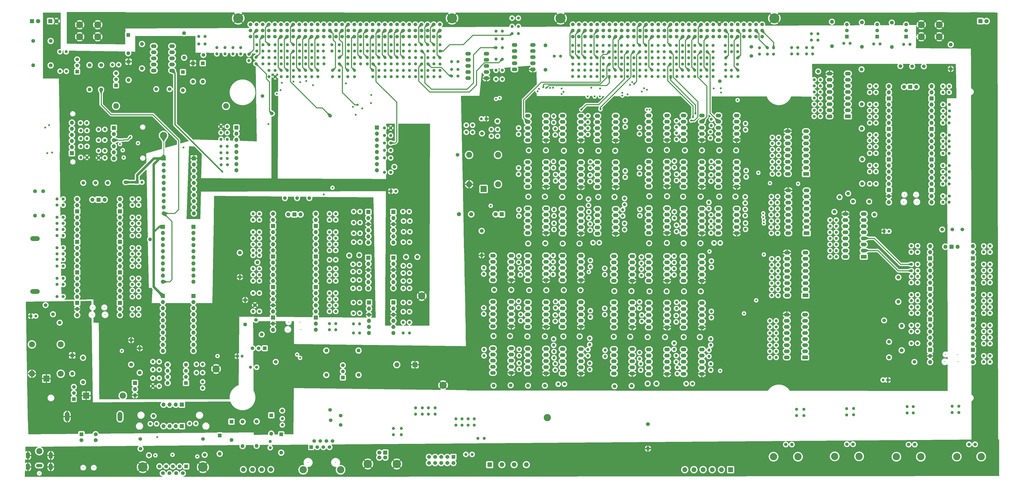
<source format=gbr>
%TF.GenerationSoftware,KiCad,Pcbnew,7.0.5*%
%TF.CreationDate,2025-02-05T20:13:29-05:00*%
%TF.ProjectId,Interconnect,496e7465-7263-46f6-9e6e-6563742e6b69,1.1*%
%TF.SameCoordinates,Original*%
%TF.FileFunction,Copper,L2,Inr*%
%TF.FilePolarity,Positive*%
%FSLAX46Y46*%
G04 Gerber Fmt 4.6, Leading zero omitted, Abs format (unit mm)*
G04 Created by KiCad (PCBNEW 7.0.5) date 2025-02-05 20:13:29*
%MOMM*%
%LPD*%
G01*
G04 APERTURE LIST*
%TA.AperFunction,ComponentPad*%
%ADD10C,1.300000*%
%TD*%
%TA.AperFunction,ComponentPad*%
%ADD11R,1.650000X1.650000*%
%TD*%
%TA.AperFunction,ComponentPad*%
%ADD12C,1.650000*%
%TD*%
%TA.AperFunction,ComponentPad*%
%ADD13C,1.500000*%
%TD*%
%TA.AperFunction,ComponentPad*%
%ADD14C,2.400000*%
%TD*%
%TA.AperFunction,ComponentPad*%
%ADD15O,2.400000X2.400000*%
%TD*%
%TA.AperFunction,ComponentPad*%
%ADD16R,2.400000X1.600000*%
%TD*%
%TA.AperFunction,ComponentPad*%
%ADD17O,2.400000X1.600000*%
%TD*%
%TA.AperFunction,ComponentPad*%
%ADD18C,1.600000*%
%TD*%
%TA.AperFunction,ComponentPad*%
%ADD19O,1.600000X1.600000*%
%TD*%
%TA.AperFunction,ComponentPad*%
%ADD20O,2.300000X1.600000*%
%TD*%
%TA.AperFunction,ComponentPad*%
%ADD21R,1.700000X1.700000*%
%TD*%
%TA.AperFunction,ComponentPad*%
%ADD22O,1.700000X1.700000*%
%TD*%
%TA.AperFunction,ComponentPad*%
%ADD23R,1.500000X1.500000*%
%TD*%
%TA.AperFunction,ComponentPad*%
%ADD24R,2.025000X2.025000*%
%TD*%
%TA.AperFunction,ComponentPad*%
%ADD25C,2.025000*%
%TD*%
%TA.AperFunction,ComponentPad*%
%ADD26R,1.600000X1.600000*%
%TD*%
%TA.AperFunction,ComponentPad*%
%ADD27C,3.000000*%
%TD*%
%TA.AperFunction,ComponentPad*%
%ADD28R,1.200000X1.200000*%
%TD*%
%TA.AperFunction,ComponentPad*%
%ADD29C,1.200000*%
%TD*%
%TA.AperFunction,ComponentPad*%
%ADD30C,4.200000*%
%TD*%
%TA.AperFunction,ComponentPad*%
%ADD31R,2.500000X2.500000*%
%TD*%
%TA.AperFunction,ComponentPad*%
%ADD32O,2.500000X2.500000*%
%TD*%
%TA.AperFunction,ComponentPad*%
%ADD33C,4.000000*%
%TD*%
%TA.AperFunction,ComponentPad*%
%ADD34C,1.905000*%
%TD*%
%TA.AperFunction,ComponentPad*%
%ADD35C,1.700000*%
%TD*%
%TA.AperFunction,ComponentPad*%
%ADD36C,3.500000*%
%TD*%
%TA.AperFunction,ComponentPad*%
%ADD37O,3.900000X1.950000*%
%TD*%
%TA.AperFunction,ComponentPad*%
%ADD38C,1.398000*%
%TD*%
%TA.AperFunction,ComponentPad*%
%ADD39C,3.015000*%
%TD*%
%TA.AperFunction,ComponentPad*%
%ADD40R,1.800000X1.800000*%
%TD*%
%TA.AperFunction,ComponentPad*%
%ADD41C,1.800000*%
%TD*%
%TA.AperFunction,ComponentPad*%
%ADD42R,2.600000X2.600000*%
%TD*%
%TA.AperFunction,ComponentPad*%
%ADD43O,2.600000X2.600000*%
%TD*%
%TA.AperFunction,ComponentPad*%
%ADD44C,2.850000*%
%TD*%
%TA.AperFunction,ComponentPad*%
%ADD45C,2.550000*%
%TD*%
%TA.AperFunction,ComponentPad*%
%ADD46O,2.700002X1.400000*%
%TD*%
%TA.AperFunction,ComponentPad*%
%ADD47O,1.750000X2.750000*%
%TD*%
%TA.AperFunction,ComponentPad*%
%ADD48R,1.950000X1.950000*%
%TD*%
%TA.AperFunction,ComponentPad*%
%ADD49C,1.950000*%
%TD*%
%TA.AperFunction,ComponentPad*%
%ADD50R,1.725000X1.725000*%
%TD*%
%TA.AperFunction,ComponentPad*%
%ADD51C,1.725000*%
%TD*%
%TA.AperFunction,ComponentPad*%
%ADD52O,1.950000X3.900000*%
%TD*%
%TA.AperFunction,ComponentPad*%
%ADD53R,2.000000X2.000000*%
%TD*%
%TA.AperFunction,ComponentPad*%
%ADD54C,2.000000*%
%TD*%
%TA.AperFunction,ViaPad*%
%ADD55C,0.800000*%
%TD*%
%TA.AperFunction,Conductor*%
%ADD56C,0.250000*%
%TD*%
%TA.AperFunction,Conductor*%
%ADD57C,1.000000*%
%TD*%
%TA.AperFunction,Conductor*%
%ADD58C,0.800000*%
%TD*%
%TA.AperFunction,Conductor*%
%ADD59C,0.400000*%
%TD*%
%TA.AperFunction,Conductor*%
%ADD60C,0.600000*%
%TD*%
%ADD61C,0.350000*%
%ADD62O,2.005555X0.800000*%
%ADD63O,1.000000X2.000000*%
G04 APERTURE END LIST*
D10*
%TO.N,PR0_2*%
%TO.C,NT150*%
X135509000Y-49943135D03*
%TO.N,Net-(J1-PadC12)*%
X135509000Y-47343135D03*
%TD*%
D11*
%TO.N,Net-(J26-Pad1)*%
%TO.C,J26*%
X191830000Y-208197500D03*
D12*
%TO.N,Net-(J26-Pad2)*%
X191830000Y-210737500D03*
%TO.N,Net-(J26-Pad3)*%
X189290000Y-208197500D03*
%TO.N,Net-(J26-Pad4)*%
X189290000Y-210737500D03*
%TO.N,Net-(J26-Pad5)*%
X186750000Y-208197500D03*
%TO.N,Net-(J26-Pad6)*%
X186750000Y-210737500D03*
%TO.N,Net-(J26-Pad7)*%
X184210000Y-208197500D03*
%TO.N,Net-(J26-Pad8)*%
X184210000Y-210737500D03*
%TO.N,Net-(J26-Pad9)*%
X181670000Y-208197500D03*
%TO.N,Net-(J26-Pad10)*%
X181670000Y-210737500D03*
%TD*%
D10*
%TO.N,Net-(J2-PadA20)*%
%TO.C,NT125*%
X289687000Y-36929135D03*
%TO.N,B40_L*%
X289687000Y-39529135D03*
%TD*%
%TO.N,B36_D*%
%TO.C,NT346*%
X382270000Y-120319800D03*
%TO.N,Net-(U3-GPIO16)*%
X384870000Y-120319800D03*
%TD*%
%TO.N,Net-(U18-O5)*%
%TO.C,NT523*%
X327070000Y-80266135D03*
%TO.N,B44_R*%
X324470000Y-80266135D03*
%TD*%
%TO.N,Net-(J2-PadC9)*%
%TO.C,NT144*%
X261747000Y-47216135D03*
%TO.N,B25_H*%
X261747000Y-49816135D03*
%TD*%
%TO.N,SSR1_POS*%
%TO.C,NT208*%
X173609000Y-49943135D03*
%TO.N,Net-(J1-PadC27)*%
X173609000Y-47343135D03*
%TD*%
D13*
%TO.N,Net-(U3-VBUS)*%
%TO.C,TP41*%
X383519200Y-168656000D03*
%TD*%
D10*
%TO.N,JTAG_TDI*%
%TO.C,NT75*%
X168529000Y-44609135D03*
%TO.N,Net-(J1-PadB25)*%
X168529000Y-42009135D03*
%TD*%
%TO.N,SPI0_CLK*%
%TO.C,NT237*%
X142920744Y-147605879D03*
%TO.N,Net-(U1-GPIO2)*%
X140320744Y-147605879D03*
%TD*%
%TO.N,Net-(U2-ADC_VREF)*%
%TO.C,NT246*%
X29591000Y-136391135D03*
%TO.N,Net-(NT246-Pad2)*%
X26991000Y-136391135D03*
%TD*%
D14*
%TO.N,PWR_RES_H*%
%TO.C,R29*%
X51580000Y-62120000D03*
D15*
%TO.N,PWR_RES_L*%
X97300000Y-62120000D03*
%TD*%
D10*
%TO.N,B41_D*%
%TO.C,NT331*%
X398022600Y-66649600D03*
%TO.N,Net-(U4-GPIO11)*%
X395422600Y-66649600D03*
%TD*%
D13*
%TO.N,Net-(NT238-Pad2)*%
%TO.C,TP28*%
X109743744Y-151161879D03*
%TD*%
D16*
%TO.N,B27_D*%
%TO.C,U14*%
X355869000Y-66408135D03*
D17*
%TO.N,B2S_D*%
X355869000Y-63868135D03*
%TO.N,B47_D*%
X355869000Y-61328135D03*
%TO.N,B4S_D*%
X355869000Y-58788135D03*
%TO.N,LPR2*%
X355869000Y-56248135D03*
%TO.N,LPR1*%
X355869000Y-53708135D03*
%TO.N,Net-(U14-I7)*%
X355869000Y-51168135D03*
%TO.N,GND*%
X355869000Y-48628135D03*
%TO.N,VCC*%
X348249000Y-48628135D03*
%TO.N,Net-(U14-O7)*%
X348249000Y-51168135D03*
%TO.N,Net-(U14-O6)*%
X348249000Y-53708135D03*
%TO.N,Net-(U14-O5)*%
X348249000Y-56248135D03*
%TO.N,Net-(U14-O4)*%
X348249000Y-58788135D03*
%TO.N,Net-(U14-O3)*%
X348249000Y-61328135D03*
%TO.N,Net-(U14-O2)*%
X348249000Y-63868135D03*
%TO.N,Net-(U14-O1)*%
X348249000Y-66408135D03*
%TD*%
D10*
%TO.N,/Relay_Bank2/BANK2_BUS_L*%
%TO.C,NT353*%
X247777000Y-66169135D03*
%TO.N,/Relay_Bank2/B23_CL*%
X247777000Y-68769135D03*
%TD*%
%TO.N,Net-(J2-PadC10)*%
%TO.C,NT147*%
X264287000Y-47216135D03*
%TO.N,B25_L*%
X264287000Y-49816135D03*
%TD*%
%TO.N,K1_LP_NC1*%
%TO.C,NT157*%
X178689000Y-39275135D03*
%TO.N,Net-(J1-PadA29)*%
X178689000Y-36675135D03*
%TD*%
D18*
%TO.N,Net-(Q22-B)*%
%TO.C,R35*%
X374142000Y-27434135D03*
D19*
%TO.N,S2_IO28*%
X374142000Y-37594135D03*
%TD*%
D10*
%TO.N,Net-(J2-PadA18)*%
%TO.C,NT117*%
X284605587Y-36929135D03*
%TO.N,B36_L*%
X284605587Y-39529135D03*
%TD*%
D20*
%TO.N,VCC*%
%TO.C,K25*%
X230378000Y-95644895D03*
%TO.N,Net-(K25-Pad2)*%
X230378000Y-93104895D03*
%TO.N,/Relay_Bank2/B21_CL*%
X230378000Y-90564895D03*
%TO.N,B21_L*%
X230378000Y-88024895D03*
%TO.N,N/C*%
X230378000Y-85484895D03*
X222758000Y-85484895D03*
%TO.N,B21_H*%
X222758000Y-88024895D03*
%TO.N,/Relay_Bank2/B21_CH*%
X222758000Y-90564895D03*
%TO.N,Net-(K25-Pad9)*%
X222758000Y-93104895D03*
%TO.N,B21_R*%
X222758000Y-95644895D03*
%TD*%
D10*
%TO.N,Net-(K20-Pad4)*%
%TO.C,NT406*%
X218851000Y-25529135D03*
%TO.N,K1_LP_NO2*%
X216251000Y-25529135D03*
%TD*%
D20*
%TO.N,VCC*%
%TO.C,K38*%
X280693300Y-173649895D03*
%TO.N,Net-(K38-Pad2)*%
X280693300Y-171109895D03*
%TO.N,/Relay_Bank3/B35_CL*%
X280693300Y-168569895D03*
%TO.N,B35_L*%
X280693300Y-166029895D03*
%TO.N,N/C*%
X280693300Y-163489895D03*
X273073300Y-163489895D03*
%TO.N,B35_H*%
X273073300Y-166029895D03*
%TO.N,/Relay_Bank3/B35_CH*%
X273073300Y-168569895D03*
%TO.N,Net-(K38-Pad9)*%
X273073300Y-171109895D03*
%TO.N,B35_R*%
X273073300Y-173649895D03*
%TD*%
D21*
%TO.N,/i2c_device/DAC_V*%
%TO.C,J31*%
X50673000Y-71249135D03*
D22*
%TO.N,GND*%
X50673000Y-73789135D03*
%TO.N,/i2c_device/DAC_SCL*%
X50673000Y-76329135D03*
%TO.N,/i2c_device/DAC_SDA*%
X50673000Y-78869135D03*
%TO.N,/i2c_device/DAC_VCC*%
X50673000Y-81409135D03*
%TO.N,GND*%
X50673000Y-83949135D03*
%TD*%
D21*
%TO.N,Net-(J32-Pin_1)*%
%TO.C,J32*%
X101600000Y-71120000D03*
D22*
%TO.N,Net-(J32-Pin_2)*%
X101600000Y-73660000D03*
%TO.N,Net-(J32-Pin_3)*%
X101600000Y-76200000D03*
%TO.N,Net-(J32-Pin_4)*%
X101600000Y-78740000D03*
%TO.N,Net-(J32-Pin_5)*%
X101600000Y-81280000D03*
%TO.N,Net-(J32-Pin_6)*%
X101600000Y-83820000D03*
%TO.N,Net-(J32-Pin_7)*%
X101600000Y-86360000D03*
%TO.N,GND*%
X101600000Y-88900000D03*
%TD*%
D10*
%TO.N,Net-(J2-PadB3)*%
%TO.C,NT182*%
X246530190Y-42039135D03*
%TO.N,B14_H*%
X246530190Y-44639135D03*
%TD*%
D20*
%TO.N,VCC*%
%TO.C,K29*%
X244856000Y-115129615D03*
%TO.N,Net-(K29-Pad2)*%
X244856000Y-112589615D03*
%TO.N,/Relay_Bank2/B25_CL*%
X244856000Y-110049615D03*
%TO.N,B25_L*%
X244856000Y-107509615D03*
%TO.N,N/C*%
X244856000Y-104969615D03*
X237236000Y-104969615D03*
%TO.N,B25_H*%
X237236000Y-107509615D03*
%TO.N,/Relay_Bank2/B25_CH*%
X237236000Y-110049615D03*
%TO.N,Net-(K29-Pad9)*%
X237236000Y-112589615D03*
%TO.N,B25_R*%
X237236000Y-115129615D03*
%TD*%
D10*
%TO.N,P1_1*%
%TO.C,NT273*%
X60960000Y-113531135D03*
%TO.N,Net-(U2-GPIO11)*%
X58360000Y-113531135D03*
%TD*%
%TO.N,P1_0*%
%TO.C,NT269*%
X60960000Y-116080135D03*
%TO.N,Net-(U2-GPIO10)*%
X58360000Y-116080135D03*
%TD*%
%TO.N,/Relay_Bank1/BANK1_BUS_L*%
%TO.C,NT14*%
X234188000Y-171995135D03*
%TO.N,/Relay_Bank1/B15_CL*%
X234188000Y-169395135D03*
%TD*%
%TO.N,PS1_OUT_HI1*%
%TO.C,NT193*%
X163449000Y-49943135D03*
%TO.N,Net-(J1-PadC23)*%
X163449000Y-47343135D03*
%TD*%
%TO.N,AWG+*%
%TO.C,NT450*%
X334531000Y-188369000D03*
%TO.N,Net-(J21-In)*%
X334531000Y-190969000D03*
%TD*%
%TO.N,UART0-CTS*%
%TO.C,NT283*%
X142920744Y-109505879D03*
%TO.N,Net-(U1-GPIO14)*%
X140320744Y-109505879D03*
%TD*%
%TO.N,Net-(NT424-Pad1)*%
%TO.C,NT424*%
X150137278Y-127988880D03*
%TO.N,/Communication/M3_LV1*%
X152737278Y-127988880D03*
%TD*%
%TO.N,B10_D*%
%TO.C,NT291*%
X414969000Y-168656000D03*
%TO.N,Net-(U3-GPIO0)*%
X412369000Y-168656000D03*
%TD*%
D13*
%TO.N,Net-(K37-Pad9)*%
%TO.C,TP119*%
X272618200Y-158294935D03*
%TD*%
D18*
%TO.N,GND*%
%TO.C,R1*%
X378236000Y-163830000D03*
D19*
%TO.N,/Pico_master/S2_I2C_ID1*%
X378236000Y-153670000D03*
%TD*%
D13*
%TO.N,Net-(K19-Pad2)*%
%TO.C,TP72*%
X73800000Y-55100000D03*
%TD*%
D10*
%TO.N,UART0-CTS*%
%TO.C,NT440*%
X150391278Y-110652391D03*
%TO.N,/Communication/M2_LV2*%
X152991278Y-110652391D03*
%TD*%
%TO.N,Net-(J2-PadA3)*%
%TO.C,NT58*%
X246484422Y-36929135D03*
%TO.N,B13_H*%
X246484422Y-39529135D03*
%TD*%
%TO.N,Net-(J2-PadA8)*%
%TO.C,NT80*%
X259191477Y-36929135D03*
%TO.N,B20_L*%
X259191477Y-39529135D03*
%TD*%
D23*
%TO.N,GND*%
%TO.C,Q1*%
X35407600Y-47828200D03*
D13*
%TO.N,Net-(Q1-B)*%
X35407600Y-45288200D03*
%TO.N,Net-(Q1-C)*%
X35407600Y-42748200D03*
%TD*%
D10*
%TO.N,/Relay_Bank1/BANK1_BUS_L*%
%TO.C,NT7*%
X219187000Y-169141135D03*
%TO.N,/Relay_Bank1/B12_CL*%
X219187000Y-171741135D03*
%TD*%
D24*
%TO.N,DVM_I*%
%TO.C,J20*%
X307100000Y-213480000D03*
D25*
%TO.N,DVM_H*%
X303290000Y-213480000D03*
%TO.N,DVM_L*%
X299480000Y-213480000D03*
%TO.N,DVM_TRIG*%
X295670000Y-213480000D03*
%TO.N,DVM_SENSE_H*%
X291860000Y-213480000D03*
%TO.N,DVM_SENSE_L*%
X288050000Y-213480000D03*
%TD*%
D10*
%TO.N,K3_HP_C2*%
%TO.C,NT405*%
X197201000Y-70106135D03*
%TO.N,Net-(K21-Pad1)*%
X199801000Y-70106135D03*
%TD*%
D18*
%TO.N,1WIRE*%
%TO.C,R15*%
X230150000Y-47080000D03*
D19*
%TO.N,MSR_3V3*%
X230150000Y-36920000D03*
%TD*%
D10*
%TO.N,GND*%
%TO.C,NT180*%
X112649000Y-44609135D03*
%TO.N,Net-(J1-PadB3)*%
X112649000Y-42009135D03*
%TD*%
D13*
%TO.N,Net-(K34-Pad2)*%
%TO.C,TP116*%
X265379200Y-158162455D03*
%TD*%
D10*
%TO.N,DAC_VOUT*%
%TO.C,NT184*%
X115189000Y-44609135D03*
%TO.N,Net-(J1-PadB4)*%
X115189000Y-42009135D03*
%TD*%
%TO.N,Net-(J2-PadB20)*%
%TO.C,NT59*%
X289691405Y-42039135D03*
%TO.N,B41_L*%
X289691405Y-44639135D03*
%TD*%
%TO.N,CMOD_6*%
%TO.C,NT98*%
X141351000Y-39275135D03*
%TO.N,Net-(J1-PadA14)*%
X141351000Y-36675135D03*
%TD*%
%TO.N,DAC_VOUT*%
%TO.C,NT476*%
X44293000Y-71868135D03*
%TO.N,/i2c_device/DAC_V*%
X46893000Y-71868135D03*
%TD*%
D18*
%TO.N,Net-(Q1-B)*%
%TO.C,R2*%
X40550000Y-45090000D03*
D19*
%TO.N,ERROR_LED*%
X40550000Y-55250000D03*
%TD*%
D13*
%TO.N,Net-(K2-Pad9)*%
%TO.C,TP2*%
X208508600Y-157883055D03*
%TD*%
D10*
%TO.N,Net-(NT115-Pad1)*%
%TO.C,NT115*%
X109728000Y-44482135D03*
%TO.N,Net-(J1-PadC3)*%
X109728000Y-41882135D03*
%TD*%
%TO.N,Net-(U3-ADC_VREF)*%
%TO.C,NT302*%
X384819200Y-155956000D03*
%TO.N,Net-(NT302-Pad2)*%
X382219200Y-155956000D03*
%TD*%
%TO.N,Net-(U12-VCC)*%
%TO.C,NT535*%
X69499000Y-178691135D03*
%TO.N,MSR_3V3*%
X66899000Y-178691135D03*
%TD*%
D26*
%TO.N,VCC*%
%TO.C,D23*%
X79375000Y-48006000D03*
D19*
%TO.N,Net-(D23-A)*%
X79375000Y-55626000D03*
%TD*%
D10*
%TO.N,Net-(U18-O7)*%
%TO.C,NT525*%
X327070000Y-75186135D03*
%TO.N,B46_R*%
X324470000Y-75186135D03*
%TD*%
%TO.N,LPR1*%
%TO.C,NT317*%
X414969000Y-143256000D03*
%TO.N,Net-(U3-GPIO8)*%
X412369000Y-143256000D03*
%TD*%
D23*
%TO.N,GND*%
%TO.C,Q24*%
X368025000Y-33274000D03*
D13*
%TO.N,Net-(Q24-B)*%
X368025000Y-30734000D03*
%TO.N,Net-(Q24-C)*%
X368025000Y-28194000D03*
%TD*%
D10*
%TO.N,K2_LP_NO2*%
%TO.C,NT91*%
X178689000Y-44609135D03*
%TO.N,Net-(J1-PadB29)*%
X178689000Y-42009135D03*
%TD*%
%TO.N,B17_D*%
%TO.C,NT313*%
X414969000Y-145796000D03*
%TO.N,Net-(U3-GPIO7)*%
X412369000Y-145796000D03*
%TD*%
%TO.N,Net-(NT176-Pad1)*%
%TO.C,NT176*%
X106807000Y-43212135D03*
%TO.N,Net-(J1-PadB2)*%
X106807000Y-40612135D03*
%TD*%
%TO.N,Net-(U13-O1)*%
%TO.C,NT390*%
X326039000Y-166753135D03*
%TO.N,B10_R*%
X323439000Y-166753135D03*
%TD*%
%TO.N,M1_IO1*%
%TO.C,NT235*%
X142920744Y-152685879D03*
%TO.N,Net-(U1-GPIO1)*%
X140320744Y-152685879D03*
%TD*%
%TO.N,B46_D*%
%TO.C,NT348*%
X364942600Y-53848000D03*
%TO.N,Net-(U4-GPIO16)*%
X367542600Y-53848000D03*
%TD*%
%TO.N,Net-(J2-PadA7)*%
%TO.C,NT76*%
X256650066Y-36929135D03*
%TO.N,B20_H*%
X256650066Y-39529135D03*
%TD*%
D13*
%TO.N,Net-(TP39-Pad1)*%
%TO.C,TP39*%
X126873000Y-100459135D03*
%TD*%
%TO.N,Net-(K31-Pad9)*%
%TO.C,TP106*%
X252095000Y-99976535D03*
%TD*%
D10*
%TO.N,Net-(D23-A)*%
%TO.C,NT398*%
X52680000Y-44930000D03*
%TO.N,Net-(Q3-C)*%
X50080000Y-44930000D03*
%TD*%
%TO.N,S1_IO28*%
%TO.C,NT250*%
X26991000Y-133860135D03*
%TO.N,Net-(U2-GPIO28_ADC2)*%
X29591000Y-133860135D03*
%TD*%
D13*
%TO.N,Net-(K13-Pad2)*%
%TO.C,TP62*%
X295198800Y-80601415D03*
%TD*%
D18*
%TO.N,GND*%
%TO.C,R16*%
X361630000Y-61320000D03*
D19*
%TO.N,/Pico_master/S3_I2C_ID0*%
X361630000Y-71480000D03*
%TD*%
D13*
%TO.N,Net-(U3-SWDIO)*%
%TO.C,TP49*%
X395097000Y-113538000D03*
%TD*%
D10*
%TO.N,Net-(NT429-Pad1)*%
%TO.C,NT429*%
X173595278Y-131671880D03*
%TO.N,/Communication/M3_HV2*%
X170995278Y-131671880D03*
%TD*%
D27*
%TO.N,VCC*%
%TO.C,TP86*%
X187553600Y-178333400D03*
%TD*%
D10*
%TO.N,K1_LP_C1*%
%TO.C,NT153*%
X176149000Y-39275135D03*
%TO.N,Net-(J1-PadA28)*%
X176149000Y-36675135D03*
%TD*%
D13*
%TO.N,Net-(NT240-Pad2)*%
%TO.C,TP29*%
X25349200Y-148793200D03*
%TD*%
D10*
%TO.N,/Relay_Bank2/BANK2_BUS_H*%
%TO.C,NT47*%
X219075000Y-105285135D03*
%TO.N,/Relay_Bank2/B22_CH*%
X219075000Y-107885135D03*
%TD*%
D18*
%TO.N,Net-(U12-SDA)*%
%TO.C,R8*%
X57860000Y-169750000D03*
D19*
%TO.N,MSR_3V3*%
X57860000Y-159590000D03*
%TD*%
D10*
%TO.N,PFLAG*%
%TO.C,NT207*%
X130429000Y-44609135D03*
%TO.N,Net-(J1-PadB10)*%
X130429000Y-42009135D03*
%TD*%
D13*
%TO.N,Net-(K6-Pad9)*%
%TO.C,TP10*%
X222885000Y-178511895D03*
%TD*%
D10*
%TO.N,GND*%
%TO.C,NT529*%
X200533000Y-192377135D03*
%TO.N,Net-(J26-Pad2)*%
X200533000Y-194977135D03*
%TD*%
%TO.N,Net-(U16-O3)*%
%TO.C,NT503*%
X326659000Y-109999135D03*
%TO.N,B22_R*%
X324059000Y-109999135D03*
%TD*%
%TO.N,Net-(J2-PadA11)*%
%TO.C,NT89*%
X266815710Y-36929135D03*
%TO.N,B26_H*%
X266815710Y-39529135D03*
%TD*%
%TO.N,B13_D*%
%TO.C,NT299*%
X414969000Y-158496000D03*
%TO.N,Net-(U3-GPIO3)*%
X412369000Y-158496000D03*
%TD*%
D20*
%TO.N,VCC*%
%TO.C,K14*%
X295156300Y-95638615D03*
%TO.N,Net-(K14-Pad2)*%
X295156300Y-93098615D03*
%TO.N,/Relay_Bank4/B44_CL*%
X295156300Y-90558615D03*
%TO.N,B44_L*%
X295156300Y-88018615D03*
%TO.N,N/C*%
X295156300Y-85478615D03*
X287536300Y-85478615D03*
%TO.N,B44_H*%
X287536300Y-88018615D03*
%TO.N,/Relay_Bank4/B44_CH*%
X287536300Y-90558615D03*
%TO.N,Net-(K14-Pad9)*%
X287536300Y-93098615D03*
%TO.N,B44_R*%
X287536300Y-95638615D03*
%TD*%
D13*
%TO.N,Net-(K21-Pad4)*%
%TO.C,TP75*%
X193548000Y-82425135D03*
%TD*%
D28*
%TO.N,MSR_3V3*%
%TO.C,C19*%
X102020401Y-166245135D03*
D29*
%TO.N,GND*%
X104020401Y-166245135D03*
%TD*%
D13*
%TO.N,Net-(K12-Pad9)*%
%TO.C,TP57*%
X273227800Y-119249655D03*
%TD*%
D10*
%TO.N,I2C1_SCL*%
%TO.C,NT255*%
X142920744Y-132365879D03*
%TO.N,Net-(U1-GPIO7)*%
X140320744Y-132365879D03*
%TD*%
D18*
%TO.N,ADC1*%
%TO.C,R28*%
X79880000Y-31830000D03*
D19*
%TO.N,Net-(K19-Pad3)*%
X79880000Y-41990000D03*
%TD*%
D13*
%TO.N,Net-(K27-Pad2)*%
%TO.C,TP102*%
X244906800Y-80740175D03*
%TD*%
D10*
%TO.N,SPI0_TX*%
%TO.C,NT430*%
X150261278Y-152817880D03*
%TO.N,/Communication/M1_LV3*%
X152861278Y-152817880D03*
%TD*%
%TO.N,Net-(J2-PadB28)*%
%TO.C,NT92*%
X310007000Y-42136135D03*
%TO.N,DVM_TRIG*%
X310007000Y-44736135D03*
%TD*%
%TO.N,Net-(J2-PadA16)*%
%TO.C,NT109*%
X279522765Y-36929135D03*
%TO.N,B33_L*%
X279522765Y-39529135D03*
%TD*%
%TO.N,Net-(K41-Pad2)*%
%TO.C,NT389*%
X298846000Y-169454415D03*
%TO.N,/Relay_Bank3/BANK3_BUS_H*%
X298846000Y-172054415D03*
%TD*%
D13*
%TO.N,Net-(NT260-Pad2)*%
%TO.C,TP34*%
X110333000Y-127189135D03*
%TD*%
D10*
%TO.N,/Relay_Bank4/BANK4_BUS_H*%
%TO.C,NT31*%
X283718000Y-85080375D03*
%TO.N,/Relay_Bank4/B44_CH*%
X283718000Y-87680375D03*
%TD*%
%TO.N,/Relay_Bank1/BANK1_BUS_L*%
%TO.C,NT15*%
X248793000Y-126406415D03*
%TO.N,/Relay_Bank1/B16_CL*%
X248793000Y-129006415D03*
%TD*%
%TO.N,SCOPE_CH2+*%
%TO.C,NT170*%
X338687830Y-40418135D03*
%TO.N,/Front_connector/SH2+*%
X338687830Y-37818135D03*
%TD*%
D13*
%TO.N,Net-(U4-SWDIO)*%
%TO.C,TP50*%
X377672600Y-45491400D03*
%TD*%
D10*
%TO.N,B23_D*%
%TO.C,NT300*%
X398022600Y-92049600D03*
%TO.N,Net-(U4-GPIO3)*%
X395422600Y-92049600D03*
%TD*%
D26*
%TO.N,M1_IO0*%
%TO.C,D33*%
X120250000Y-198800000D03*
D19*
%TO.N,GND*%
X120250000Y-206420000D03*
%TD*%
D10*
%TO.N,UART0-TX*%
%TO.C,NT444*%
X150391278Y-118780391D03*
%TO.N,/Communication/M2_LV4*%
X152991278Y-118780391D03*
%TD*%
%TO.N,Net-(J2-PadA17)*%
%TO.C,NT113*%
X282064176Y-36929135D03*
%TO.N,B36_H*%
X282064176Y-39529135D03*
%TD*%
D13*
%TO.N,Net-(U1-ADC_VREF)*%
%TO.C,TP32*%
X117980000Y-168620000D03*
%TD*%
D10*
%TO.N,K1_LP_NC2*%
%TO.C,NT168*%
X186309000Y-39275135D03*
%TO.N,Net-(J1-PadA32)*%
X186309000Y-36675135D03*
%TD*%
D13*
%TO.N,Net-(J2-PadA1)*%
%TO.C,J2*%
X241477800Y-28145335D03*
%TO.N,Net-(J2-PadA2)*%
X244017800Y-28145335D03*
%TO.N,Net-(J2-PadA3)*%
X246557800Y-28145335D03*
%TO.N,Net-(J2-PadA4)*%
X249097800Y-28145335D03*
%TO.N,Net-(J2-PadA5)*%
X251637800Y-28145335D03*
%TO.N,Net-(J2-PadA6)*%
X254177800Y-28145335D03*
%TO.N,Net-(J2-PadA7)*%
X256717800Y-28145335D03*
%TO.N,Net-(J2-PadA8)*%
X259257800Y-28145335D03*
%TO.N,Net-(J2-PadA9)*%
X261797800Y-28145335D03*
%TO.N,Net-(J2-PadA10)*%
X264337800Y-28145335D03*
%TO.N,Net-(J2-PadA11)*%
X266877800Y-28145335D03*
%TO.N,Net-(J2-PadA12)*%
X269417800Y-28145335D03*
%TO.N,Net-(J2-PadA13)*%
X271957800Y-28145335D03*
%TO.N,Net-(J2-PadA14)*%
X274497800Y-28145335D03*
%TO.N,Net-(J2-PadA15)*%
X277037800Y-28145335D03*
%TO.N,Net-(J2-PadA16)*%
X279577800Y-28145335D03*
%TO.N,Net-(J2-PadA17)*%
X282117800Y-28145335D03*
%TO.N,Net-(J2-PadA18)*%
X284657800Y-28145335D03*
%TO.N,Net-(J2-PadA19)*%
X287197800Y-28145335D03*
%TO.N,Net-(J2-PadA20)*%
X289737800Y-28145335D03*
%TO.N,Net-(J2-PadA21)*%
X292277800Y-28145335D03*
%TO.N,Net-(J2-PadA22)*%
X294817800Y-28145335D03*
%TO.N,Net-(J2-PadA23)*%
X297357800Y-28145335D03*
%TO.N,Net-(J2-PadA24)*%
X299897800Y-28145335D03*
%TO.N,Earth*%
X302437800Y-28145335D03*
%TO.N,Net-(J2-PadA26)*%
X304977800Y-28145335D03*
%TO.N,Net-(J2-PadA27)*%
X307517800Y-28145335D03*
%TO.N,Net-(J2-PadA28)*%
X310057800Y-28145335D03*
%TO.N,/Front_connector/SH1+*%
X312597800Y-28145335D03*
%TO.N,/Front_connector/SH1-*%
X315137800Y-28145335D03*
%TO.N,/Front_connector/SH2+*%
X317677800Y-28145335D03*
%TO.N,/Front_connector/SH2-*%
X320217800Y-28145335D03*
%TO.N,Net-(J2-PadB1)*%
X241477800Y-30685335D03*
%TO.N,Net-(J2-PadB2)*%
X244017800Y-30685335D03*
%TO.N,Net-(J2-PadB3)*%
X246557800Y-30685335D03*
%TO.N,Net-(J2-PadB4)*%
X249097800Y-30685335D03*
%TO.N,Net-(J2-PadB5)*%
X251637800Y-30685335D03*
%TO.N,Net-(J2-PadB6)*%
X254177800Y-30685335D03*
%TO.N,Net-(J2-PadB7)*%
X256717800Y-30685335D03*
%TO.N,Net-(J2-PadB8)*%
X259257800Y-30685335D03*
%TO.N,Net-(J2-PadB9)*%
X261797800Y-30685335D03*
%TO.N,Net-(J2-PadB10)*%
X264337800Y-30685335D03*
%TO.N,Net-(J2-PadB11)*%
X266877800Y-30685335D03*
%TO.N,Net-(J2-PadB12)*%
X269417800Y-30685335D03*
%TO.N,Net-(J2-PadB13)*%
X271957800Y-30685335D03*
%TO.N,Net-(J2-PadB14)*%
X274497800Y-30685335D03*
%TO.N,Net-(J2-PadB15)*%
X277037800Y-30685335D03*
%TO.N,Net-(J2-PadB16)*%
X279577800Y-30685335D03*
%TO.N,Net-(J2-PadB17)*%
X282117800Y-30685335D03*
%TO.N,Net-(J2-PadB18)*%
X284657800Y-30685335D03*
%TO.N,Net-(J2-PadB19)*%
X287197800Y-30685335D03*
%TO.N,Net-(J2-PadB20)*%
X289737800Y-30685335D03*
%TO.N,Net-(J2-PadB21)*%
X292277800Y-30685335D03*
%TO.N,Net-(J2-PadB22)*%
X294817800Y-30685335D03*
%TO.N,Net-(J2-PadB23)*%
X297357800Y-30685335D03*
%TO.N,Net-(J2-PadB24)*%
X299897800Y-30685335D03*
%TO.N,/Front_connector/1W_J2*%
X302437800Y-30685335D03*
%TO.N,Net-(J2-PadB26)*%
X304977800Y-30685335D03*
%TO.N,Net-(J2-PadB27)*%
X307517800Y-30685335D03*
%TO.N,Net-(J2-PadB28)*%
X310057800Y-30685335D03*
%TO.N,/Front_connector/IT+*%
X312597800Y-30685335D03*
%TO.N,/Front_connector/IT-*%
X315137800Y-30685335D03*
%TO.N,/Front_connector/W+*%
X317677800Y-30685335D03*
%TO.N,/Front_connector/W-*%
X320217800Y-30685335D03*
%TO.N,Net-(J2-PadC1)*%
X241477800Y-33225335D03*
%TO.N,Net-(J2-PadC2)*%
X244017800Y-33225335D03*
%TO.N,Net-(J2-PadC3)*%
X246557800Y-33225335D03*
%TO.N,Net-(J2-PadC4)*%
X249097800Y-33225335D03*
%TO.N,Net-(J2-PadC5)*%
X251637800Y-33225335D03*
%TO.N,Net-(J2-PadC6)*%
X254177800Y-33225335D03*
%TO.N,Net-(J2-PadC7)*%
X256717800Y-33225335D03*
%TO.N,Net-(J2-PadC8)*%
X259257800Y-33225335D03*
%TO.N,Net-(J2-PadC9)*%
X261797800Y-33225335D03*
%TO.N,Net-(J2-PadC10)*%
X264337800Y-33225335D03*
%TO.N,Net-(J2-PadC11)*%
X266877800Y-33225335D03*
%TO.N,Net-(J2-PadC12)*%
X269417800Y-33225335D03*
%TO.N,Net-(J2-PadC13)*%
X271957800Y-33225335D03*
%TO.N,Net-(J2-PadC14)*%
X274497800Y-33225335D03*
%TO.N,Net-(J2-PadC15)*%
X277037800Y-33225335D03*
%TO.N,Net-(J2-PadC16)*%
X279577800Y-33225335D03*
%TO.N,Net-(J2-PadC17)*%
X282117800Y-33225335D03*
%TO.N,Net-(J2-PadC18)*%
X284657800Y-33225335D03*
%TO.N,Net-(J2-PadC19)*%
X287197800Y-33225335D03*
%TO.N,Net-(J2-PadC20)*%
X289737800Y-33225335D03*
%TO.N,Net-(J2-PadC21)*%
X292277800Y-33225335D03*
%TO.N,Net-(J2-PadC22)*%
X294817800Y-33225335D03*
%TO.N,Net-(J2-PadC23)*%
X297357800Y-33225335D03*
%TO.N,Net-(J2-PadC24)*%
X299897800Y-33225335D03*
%TO.N,Net-(J2-PadC25)*%
X302437800Y-33225335D03*
%TO.N,Net-(J2-PadC26)*%
X304977800Y-33225335D03*
%TO.N,Net-(J2-PadC27)*%
X307517800Y-33225335D03*
%TO.N,Net-(J2-PadC28)*%
X310057800Y-33225335D03*
%TO.N,GND*%
X312597800Y-33225335D03*
%TO.N,Net-(J2-PadC30)*%
X315137800Y-33225335D03*
%TO.N,GND*%
X317677800Y-33225335D03*
%TO.N,Net-(J2-PadC32)*%
X320217800Y-33225335D03*
D30*
%TO.N,Earth*%
X236397800Y-25605335D03*
X325297800Y-25605335D03*
%TD*%
D10*
%TO.N,B2_COM_L*%
%TO.C,NT363*%
X248143000Y-108709855D03*
%TO.N,Net-(K32-Pad8)*%
X248143000Y-106109855D03*
%TD*%
%TO.N,Net-(K18-Pad4)*%
%TO.C,NT42*%
X313182000Y-102521135D03*
%TO.N,/Relay_Bank4/BANK4_BUS_L*%
X313182000Y-99921135D03*
%TD*%
%TO.N,SPI0_RX*%
%TO.C,NT426*%
X150261278Y-148372880D03*
%TO.N,/Communication/M1_LV2*%
X152861278Y-148372880D03*
%TD*%
%TO.N,GND*%
%TO.C,NT463*%
X204640000Y-200480000D03*
%TO.N,Net-(J26-Pad6)*%
X202040000Y-200480000D03*
%TD*%
%TO.N,Net-(J2-PadA5)*%
%TO.C,NT66*%
X251567244Y-36929135D03*
%TO.N,B16_H*%
X251567244Y-39529135D03*
%TD*%
%TO.N,PR0_4*%
%TO.C,NT90*%
X135509000Y-39275135D03*
%TO.N,Net-(J1-PadA12)*%
X135509000Y-36675135D03*
%TD*%
%TO.N,Net-(U4-GPIO27_ADC1)*%
%TO.C,NT312*%
X367542600Y-81788000D03*
%TO.N,/Pico_master/S3_I2C_ID1*%
X364942600Y-81788000D03*
%TD*%
%TO.N,Net-(U13-O4)*%
%TO.C,NT410*%
X326039000Y-159133135D03*
%TO.N,B13_R*%
X323439000Y-159133135D03*
%TD*%
D20*
%TO.N,VCC*%
%TO.C,K9*%
X244871000Y-173451415D03*
%TO.N,Net-(K9-Pad2)*%
X244871000Y-170911415D03*
%TO.N,Net-(K9-Pad3)*%
X244871000Y-168371415D03*
%TO.N,Net-(K9-Pad4)*%
X244871000Y-165831415D03*
%TO.N,N/C*%
X244871000Y-163291415D03*
X237251000Y-163291415D03*
%TO.N,Net-(K9-Pad7)*%
X237251000Y-165831415D03*
%TO.N,Net-(K9-Pad8)*%
X237251000Y-168371415D03*
%TO.N,Net-(K9-Pad9)*%
X237251000Y-170911415D03*
%TO.N,B1S_R*%
X237251000Y-173451415D03*
%TD*%
D10*
%TO.N,Net-(U14-O1)*%
%TO.C,NT391*%
X344454000Y-66423135D03*
%TO.N,B27_R*%
X341854000Y-66423135D03*
%TD*%
D21*
%TO.N,/Communication/M1_HV1*%
%TO.C,J12*%
X166898278Y-143927880D03*
D22*
%TO.N,/Communication/M1_HV2*%
X166898278Y-146467880D03*
%TO.N,DIG_PWR_IN*%
X166898278Y-149007880D03*
%TO.N,GND*%
X166898278Y-151547880D03*
%TO.N,/Communication/M1_HV3*%
X166898278Y-154087880D03*
%TO.N,/Communication/M1_HV4*%
X166898278Y-156627880D03*
%TD*%
D10*
%TO.N,PS1_OUT_HI2*%
%TO.C,NT196*%
X165989000Y-49943135D03*
%TO.N,Net-(J1-PadC24)*%
X165989000Y-47343135D03*
%TD*%
%TO.N,I2C1_SDA*%
%TO.C,NT251*%
X142920744Y-134905879D03*
%TO.N,Net-(U1-GPIO6)*%
X140320744Y-134905879D03*
%TD*%
%TO.N,PS1_IO9*%
%TO.C,NT138*%
X127889000Y-49943135D03*
%TO.N,Net-(J1-PadC9)*%
X127889000Y-47343135D03*
%TD*%
%TO.N,Net-(U15-O3)*%
%TO.C,NT502*%
X351043000Y-119748135D03*
%TO.N,B37_R*%
X348443000Y-119748135D03*
%TD*%
%TO.N,Net-(J2-PadA9)*%
%TO.C,NT81*%
X261732888Y-36929135D03*
%TO.N,B23_H*%
X261732888Y-39529135D03*
%TD*%
D13*
%TO.N,Net-(J28-Pad7)*%
%TO.C,TP84*%
X88413482Y-207338000D03*
%TD*%
D10*
%TO.N,Net-(U9-T1IN)*%
%TO.C,NT469*%
X65820000Y-194400000D03*
%TO.N,UART1_TX*%
X68420000Y-194400000D03*
%TD*%
%TO.N,SCOPE_CH2-*%
%TO.C,NT449*%
X383032000Y-187297135D03*
%TO.N,Net-(J19-Ext)*%
X383032000Y-189897135D03*
%TD*%
%TO.N,Net-(J2-PadB7)*%
%TO.C,NT202*%
X256685770Y-42039135D03*
%TO.N,B21_H*%
X256685770Y-44639135D03*
%TD*%
D13*
%TO.N,Net-(U1-SWCLK)*%
%TO.C,TP40*%
X131953000Y-100459135D03*
%TD*%
D10*
%TO.N,I2C_SCL*%
%TO.C,NT433*%
X173595278Y-134973880D03*
%TO.N,/Communication/M3_HV3*%
X170995278Y-134973880D03*
%TD*%
D13*
%TO.N,Net-(K5-Pad9)*%
%TO.C,TP9*%
X222605600Y-158015535D03*
%TD*%
D26*
%TO.N,MSR_3V3*%
%TO.C,D32*%
X116126000Y-190870000D03*
D19*
%TO.N,M1_IO0*%
X116126000Y-198490000D03*
%TD*%
D10*
%TO.N,K3_HP_NO1*%
%TO.C,NT224*%
X183769000Y-49943135D03*
%TO.N,Net-(J1-PadC31)*%
X183769000Y-47343135D03*
%TD*%
%TO.N,EXT_17*%
%TO.C,NT490*%
X95210000Y-78860000D03*
%TO.N,Net-(J32-Pin_4)*%
X97810000Y-78860000D03*
%TD*%
D20*
%TO.N,VCC*%
%TO.C,K32*%
X259350600Y-115195615D03*
%TO.N,Net-(K32-Pad2)*%
X259350600Y-112655615D03*
%TO.N,Net-(K32-Pad3)*%
X259350600Y-110115615D03*
%TO.N,Net-(K32-Pad4)*%
X259350600Y-107575615D03*
%TO.N,N/C*%
X259350600Y-105035615D03*
X251730600Y-105035615D03*
%TO.N,Net-(K32-Pad7)*%
X251730600Y-107575615D03*
%TO.N,Net-(K32-Pad8)*%
X251730600Y-110115615D03*
%TO.N,Net-(K32-Pad9)*%
X251730600Y-112655615D03*
%TO.N,B2S_R*%
X251730600Y-115195615D03*
%TD*%
D10*
%TO.N,P1_2*%
%TO.C,NT277*%
X60960000Y-110991135D03*
%TO.N,Net-(U2-GPIO12)*%
X58360000Y-110991135D03*
%TD*%
%TO.N,PR0_1*%
%TO.C,NT94*%
X137795000Y-39275135D03*
%TO.N,Net-(J1-PadA13)*%
X137795000Y-36675135D03*
%TD*%
D27*
%TO.N,SLV1_3V3*%
%TO.C,TP88*%
X71323200Y-74396600D03*
%TD*%
D18*
%TO.N,Net-(D35-A)*%
%TO.C,R6*%
X17100000Y-35010000D03*
D19*
%TO.N,PWR_5V*%
X17100000Y-45170000D03*
%TD*%
D18*
%TO.N,GND*%
%TO.C,R14*%
X376830000Y-133450000D03*
D19*
%TO.N,/Pico_master/S2_I2C_ID0*%
X376830000Y-143610000D03*
%TD*%
D10*
%TO.N,Net-(J2-PadB24)*%
%TO.C,NT77*%
X299847000Y-42039135D03*
%TO.N,B47_L*%
X299847000Y-44639135D03*
%TD*%
%TO.N,CMOD_4*%
%TO.C,NT189*%
X160909000Y-49943135D03*
%TO.N,Net-(J1-PadC22)*%
X160909000Y-47343135D03*
%TD*%
%TO.N,Net-(U15-O7)*%
%TO.C,NT510*%
X351058000Y-109588135D03*
%TO.N,Net-(NT510-Pad2)*%
X348458000Y-109588135D03*
%TD*%
%TO.N,P0_4*%
%TO.C,NT245*%
X60960000Y-136400135D03*
%TO.N,Net-(U2-GPIO4)*%
X58360000Y-136400135D03*
%TD*%
%TO.N,UART1_TX*%
%TO.C,NT259*%
X142920744Y-129825879D03*
%TO.N,Net-(U1-GPIO8)*%
X140320744Y-129825879D03*
%TD*%
%TO.N,K3_HP_C2*%
%TO.C,NT220*%
X181229000Y-49943135D03*
%TO.N,Net-(J1-PadC30)*%
X181229000Y-47343135D03*
%TD*%
%TO.N,Net-(J2-PadB15)*%
%TO.C,NT226*%
X276996930Y-42039135D03*
%TO.N,B34_H*%
X276996930Y-44639135D03*
%TD*%
%TO.N,/Relay_Bank4/BANK4_BUS_L*%
%TO.C,NT28*%
X284607000Y-93141375D03*
%TO.N,/Relay_Bank4/B41_CL*%
X284607000Y-90541375D03*
%TD*%
%TO.N,UART0-RX*%
%TO.C,NT442*%
X150391278Y-115097391D03*
%TO.N,/Communication/M2_LV3*%
X152991278Y-115097391D03*
%TD*%
%TO.N,B2S_D*%
%TO.C,NT336*%
X364942600Y-64008000D03*
%TO.N,Net-(U4-GPIO19)*%
X367542600Y-64008000D03*
%TD*%
%TO.N,AWG-*%
%TO.C,NT451*%
X337579000Y-188369000D03*
%TO.N,Net-(J21-Ext)*%
X337579000Y-190969000D03*
%TD*%
%TO.N,Net-(J2-PadB2)*%
%TO.C,NT178*%
X243991295Y-42039135D03*
%TO.N,B11_L*%
X243991295Y-44639135D03*
%TD*%
%TO.N,B14_D*%
%TO.C,NT301*%
X414969000Y-155956000D03*
%TO.N,Net-(U3-GPIO4)*%
X412369000Y-155956000D03*
%TD*%
%TO.N,PR0_6*%
%TO.C,NT211*%
X132969000Y-44609135D03*
%TO.N,Net-(J1-PadB11)*%
X132969000Y-42009135D03*
%TD*%
%TO.N,USPI0_CLK*%
%TO.C,NT435*%
X173592278Y-156627880D03*
%TO.N,/Communication/M1_HV4*%
X170992278Y-156627880D03*
%TD*%
%TO.N,PM1_IO1*%
%TO.C,NT134*%
X125349000Y-49943135D03*
%TO.N,Net-(J1-PadC8)*%
X125349000Y-47343135D03*
%TD*%
%TO.N,/Relay_Bank3/BANK3_BUS_H*%
%TO.C,NT379*%
X284622000Y-143800415D03*
%TO.N,/Relay_Bank3/B37_CH*%
X284622000Y-146400415D03*
%TD*%
D23*
%TO.N,ETH_TX+*%
%TO.C,J24*%
X132715000Y-204141000D03*
D13*
%TO.N,ETH_TX-*%
X133985000Y-201601000D03*
%TO.N,ETH_RX+*%
X135255000Y-204141000D03*
%TO.N,Net-(J24-Pad4)*%
X136525000Y-201601000D03*
%TO.N,Net-(J24-Pad5)*%
X137795000Y-204141000D03*
%TO.N,ETH_RX-*%
X139065000Y-201601000D03*
%TO.N,Net-(J24-Pad7)*%
X140335000Y-204141000D03*
%TO.N,Net-(J24-Pad8)*%
X141605000Y-201601000D03*
D27*
%TO.N,N/C*%
X129390000Y-213541000D03*
X144930000Y-213541000D03*
%TD*%
D10*
%TO.N,Net-(J2-PadA24)*%
%TO.C,NT143*%
X299847000Y-36929135D03*
%TO.N,B46_L*%
X299847000Y-39529135D03*
%TD*%
%TO.N,Net-(J2-PadB13)*%
%TO.C,NT222*%
X271907000Y-42039135D03*
%TO.N,B31_H*%
X271907000Y-44639135D03*
%TD*%
%TO.N,Net-(J2-PadA1)*%
%TO.C,NT50*%
X241401600Y-36929135D03*
%TO.N,B10_H*%
X241401600Y-39529135D03*
%TD*%
%TO.N,P0_7*%
%TO.C,NT257*%
X60960000Y-126240135D03*
%TO.N,Net-(U2-GPIO7)*%
X58360000Y-126240135D03*
%TD*%
%TO.N,Net-(K41-Pad9)*%
%TO.C,NT386*%
X291233000Y-177689135D03*
%TO.N,/Relay_Bank3/BANK3_BUS_L*%
X288633000Y-177689135D03*
%TD*%
D28*
%TO.N,SLV1_3V3*%
%TO.C,C18*%
X60349000Y-93855135D03*
D29*
%TO.N,GND*%
X62349000Y-93855135D03*
%TD*%
D10*
%TO.N,K2_LP_C2*%
%TO.C,NT417*%
X212150000Y-47246135D03*
%TO.N,/OtherRessource/K2C2*%
X209550000Y-47246135D03*
%TD*%
%TO.N,GND*%
%TO.C,NT461*%
X195453000Y-192377135D03*
%TO.N,Net-(J26-Pad4)*%
X195453000Y-194977135D03*
%TD*%
%TO.N,B2_COM_H*%
%TO.C,NT366*%
X262255000Y-105290615D03*
%TO.N,Net-(K32-Pad3)*%
X262255000Y-107890615D03*
%TD*%
%TO.N,/Relay_Bank4/BANK4_BUS_L*%
%TO.C,NT35*%
X298958000Y-93395375D03*
%TO.N,/Relay_Bank4/B44_CL*%
X298958000Y-90795375D03*
%TD*%
%TO.N,Net-(U4-GPIO22)*%
%TO.C,NT324*%
X367542600Y-74168000D03*
%TO.N,/Pico_master/SYNC*%
X364942600Y-74168000D03*
%TD*%
D13*
%TO.N,Net-(NT428-Pad1)*%
%TO.C,TP19*%
X148550000Y-124350000D03*
%TD*%
D10*
%TO.N,/Relay_Bank3/BANK3_BUS_H*%
%TO.C,NT378*%
X283606000Y-132435895D03*
%TO.N,/Relay_Bank3/B36_CH*%
X283606000Y-129835895D03*
%TD*%
%TO.N,Net-(J32-Pin_7)*%
%TO.C,NT455*%
X97890000Y-86570000D03*
%TO.N,CMOD_5*%
X95290000Y-86570000D03*
%TD*%
%TO.N,DIG_PWR_IN*%
%TO.C,NT123*%
X117729000Y-49943135D03*
%TO.N,Net-(J1-PadC5)*%
X117729000Y-47343135D03*
%TD*%
%TO.N,B12_D*%
%TO.C,NT295*%
X414969000Y-161036000D03*
%TO.N,Net-(U3-GPIO2)*%
X412369000Y-161036000D03*
%TD*%
%TO.N,/Relay_Bank3/BANK3_BUS_H*%
%TO.C,NT376*%
X269255000Y-143673415D03*
%TO.N,/Relay_Bank3/B34_CH*%
X269255000Y-146273415D03*
%TD*%
%TO.N,/Relay_Bank3/BANK3_BUS_L*%
%TO.C,NT383*%
X299100000Y-150210415D03*
%TO.N,/Relay_Bank3/B37_CL*%
X299100000Y-147610415D03*
%TD*%
%TO.N,/Relay_Bank4/BANK4_BUS_L*%
%TO.C,NT38*%
X313563000Y-91617375D03*
%TO.N,/Relay_Bank4/B47_CL*%
X313563000Y-89017375D03*
%TD*%
%TO.N,Net-(J2-PadB10)*%
%TO.C,NT213*%
X264302455Y-42039135D03*
%TO.N,B24_L*%
X264302455Y-44639135D03*
%TD*%
%TO.N,Net-(J2-PadC1)*%
%TO.C,NT112*%
X241427000Y-47216135D03*
%TO.N,B12_H*%
X241427000Y-49816135D03*
%TD*%
D28*
%TO.N,DIG_PWR_IN*%
%TO.C,C20*%
X165867401Y-97560000D03*
D29*
%TO.N,GND*%
X167867401Y-97560000D03*
%TD*%
D13*
%TO.N,Net-(K27-Pad9)*%
%TO.C,TP93*%
X237794800Y-80740175D03*
%TD*%
D10*
%TO.N,PR0_3*%
%TO.C,NT215*%
X135509000Y-44609135D03*
%TO.N,Net-(J1-PadB12)*%
X135509000Y-42009135D03*
%TD*%
%TO.N,K3_HP_C1*%
%TO.C,NT401*%
X197201000Y-73027135D03*
%TO.N,Net-(K21-Pad1)*%
X199801000Y-73027135D03*
%TD*%
%TO.N,PS1_IO8*%
%TO.C,NT82*%
X130429000Y-39275135D03*
%TO.N,Net-(J1-PadA10)*%
X130429000Y-36675135D03*
%TD*%
D13*
%TO.N,Net-(J2-PadB27)*%
%TO.C,TP127*%
X315722000Y-41277135D03*
%TD*%
D31*
%TO.N,Net-(K21-Pad1)*%
%TO.C,K21*%
X204373000Y-96679135D03*
D32*
%TO.N,HPR1_R*%
X210373000Y-94679135D03*
%TO.N,Net-(K21-Pad3)*%
X210373000Y-82479135D03*
%TO.N,Net-(K21-Pad4)*%
X198373000Y-82479135D03*
%TO.N,VCC*%
X198373000Y-94679135D03*
%TD*%
D20*
%TO.N,VCC*%
%TO.C,K40*%
X295179600Y-154231655D03*
%TO.N,Net-(K40-Pad2)*%
X295179600Y-151691655D03*
%TO.N,/Relay_Bank3/B37_CL*%
X295179600Y-149151655D03*
%TO.N,B37_L*%
X295179600Y-146611655D03*
%TO.N,N/C*%
X295179600Y-144071655D03*
X287559600Y-144071655D03*
%TO.N,B37_H*%
X287559600Y-146611655D03*
%TO.N,/Relay_Bank3/B37_CH*%
X287559600Y-149151655D03*
%TO.N,Net-(K40-Pad9)*%
X287559600Y-151691655D03*
%TO.N,B37_R*%
X287559600Y-154231655D03*
%TD*%
D10*
%TO.N,B22_D*%
%TO.C,NT297*%
X397941800Y-94513400D03*
%TO.N,Net-(U4-GPIO2)*%
X395341800Y-94513400D03*
%TD*%
%TO.N,/Relay_Bank2/BANK2_BUS_L*%
%TO.C,NT361*%
X263271000Y-91756135D03*
%TO.N,/Relay_Bank2/B27_CL*%
X263271000Y-89156135D03*
%TD*%
%TO.N,S1_IO8*%
%TO.C,NT261*%
X60960000Y-123691135D03*
%TO.N,Net-(U2-GPIO8)*%
X58360000Y-123691135D03*
%TD*%
D26*
%TO.N,M1_IO1*%
%TO.C,D31*%
X94663000Y-199252000D03*
D19*
%TO.N,GND*%
X94663000Y-206872000D03*
%TD*%
D13*
%TO.N,Net-(U15-I7)*%
%TO.C,TP130*%
X366903000Y-107317135D03*
%TD*%
D20*
%TO.N,VCC*%
%TO.C,K36*%
X280693300Y-134813415D03*
%TO.N,Net-(K36-Pad2)*%
X280693300Y-132273415D03*
%TO.N,/Relay_Bank3/B33_CL*%
X280693300Y-129733415D03*
%TO.N,B33_L*%
X280693300Y-127193415D03*
%TO.N,N/C*%
X280693300Y-124653415D03*
X273073300Y-124653415D03*
%TO.N,B33_H*%
X273073300Y-127193415D03*
%TO.N,/Relay_Bank3/B33_CH*%
X273073300Y-129733415D03*
%TO.N,Net-(K36-Pad9)*%
X273073300Y-132273415D03*
%TO.N,B33_R*%
X273073300Y-134813415D03*
%TD*%
D10*
%TO.N,PWR_RES_L*%
%TO.C,NT172*%
X96901000Y-40418135D03*
%TO.N,Net-(J1-PadB1)*%
X96901000Y-37818135D03*
%TD*%
%TO.N,/Relay_Bank4/BANK4_BUS_L*%
%TO.C,NT36*%
X298958000Y-114985375D03*
%TO.N,/Relay_Bank4/B45_CL*%
X298958000Y-112385375D03*
%TD*%
%TO.N,I2C0_SDA*%
%TO.C,NT272*%
X108570744Y-119665879D03*
%TO.N,Net-(U1-GPIO20)*%
X111170744Y-119665879D03*
%TD*%
%TO.N,GND*%
%TO.C,NT141*%
X168529000Y-39275135D03*
%TO.N,Net-(J1-PadA25)*%
X168529000Y-36675135D03*
%TD*%
D26*
%TO.N,VCC*%
%TO.C,D1*%
X33350200Y-165912800D03*
D19*
%TO.N,Net-(D1-A)*%
X33350200Y-173532800D03*
%TD*%
D10*
%TO.N,/Relay_Bank2/BANK2_BUS_H*%
%TO.C,NT46*%
X218948000Y-87886135D03*
%TO.N,/Relay_Bank2/B21_CH*%
X218948000Y-90486135D03*
%TD*%
D13*
%TO.N,MSR_3V3*%
%TO.C,TP30*%
X109347000Y-145036135D03*
%TD*%
D10*
%TO.N,Net-(NT74-Pad1)*%
%TO.C,NT74*%
X125349000Y-39275135D03*
%TO.N,Net-(J1-PadA8)*%
X125349000Y-36675135D03*
%TD*%
%TO.N,UART0-RTS*%
%TO.C,NT287*%
X142920744Y-106965879D03*
%TO.N,Net-(U1-GPIO15)*%
X140320744Y-106965879D03*
%TD*%
D13*
%TO.N,Net-(J1-PadA1)*%
%TO.C,J1*%
X107442000Y-28145335D03*
%TO.N,Net-(J1-PadA2)*%
X109982000Y-28145335D03*
%TO.N,Net-(J1-PadA3)*%
X112522000Y-28145335D03*
%TO.N,Net-(J1-PadA4)*%
X115062000Y-28145335D03*
%TO.N,Net-(J1-PadA5)*%
X117602000Y-28145335D03*
%TO.N,Net-(J1-PadA6)*%
X120142000Y-28145335D03*
%TO.N,Net-(J1-PadA7)*%
X122682000Y-28145335D03*
%TO.N,Net-(J1-PadA8)*%
X125222000Y-28145335D03*
%TO.N,Net-(J1-PadA9)*%
X127762000Y-28145335D03*
%TO.N,Net-(J1-PadA10)*%
X130302000Y-28145335D03*
%TO.N,Net-(J1-PadA11)*%
X132842000Y-28145335D03*
%TO.N,Net-(J1-PadA12)*%
X135382000Y-28145335D03*
%TO.N,Net-(J1-PadA13)*%
X137922000Y-28145335D03*
%TO.N,Net-(J1-PadA14)*%
X140462000Y-28145335D03*
%TO.N,Net-(J1-PadA15)*%
X143002000Y-28145335D03*
%TO.N,Net-(J1-PadA16)*%
X145542000Y-28145335D03*
%TO.N,Net-(J1-PadA17)*%
X148082000Y-28145335D03*
%TO.N,Net-(J1-PadA18)*%
X150622000Y-28145335D03*
%TO.N,Net-(J1-PadA19)*%
X153162000Y-28145335D03*
%TO.N,Net-(J1-PadA20)*%
X155702000Y-28145335D03*
%TO.N,Net-(J1-PadA21)*%
X158242000Y-28145335D03*
%TO.N,Net-(J1-PadA22)*%
X160782000Y-28145335D03*
%TO.N,Net-(J1-PadA23)*%
X163322000Y-28145335D03*
%TO.N,Net-(J1-PadA24)*%
X165862000Y-28145335D03*
%TO.N,Net-(J1-PadA25)*%
X168402000Y-28145335D03*
%TO.N,Net-(J1-PadA26)*%
X170942000Y-28145335D03*
%TO.N,Net-(J1-PadA27)*%
X173482000Y-28145335D03*
%TO.N,Net-(J1-PadA28)*%
X176022000Y-28145335D03*
%TO.N,Net-(J1-PadA29)*%
X178562000Y-28145335D03*
%TO.N,Net-(J1-PadA30)*%
X181102000Y-28145335D03*
%TO.N,Net-(J1-PadA31)*%
X183642000Y-28145335D03*
%TO.N,Net-(J1-PadA32)*%
X186182000Y-28145335D03*
%TO.N,Net-(J1-PadB1)*%
X107442000Y-30685335D03*
%TO.N,Net-(J1-PadB2)*%
X109982000Y-30685335D03*
%TO.N,Net-(J1-PadB3)*%
X112522000Y-30685335D03*
%TO.N,Net-(J1-PadB4)*%
X115062000Y-30685335D03*
%TO.N,Net-(J1-PadB5)*%
X117602000Y-30685335D03*
%TO.N,Net-(J1-PadB6)*%
X120142000Y-30685335D03*
%TO.N,Net-(J1-PadB7)*%
X122682000Y-30685335D03*
%TO.N,Net-(J1-PadB8)*%
X125222000Y-30685335D03*
%TO.N,Net-(J1-PadB9)*%
X127762000Y-30685335D03*
%TO.N,Net-(J1-PadB10)*%
X130302000Y-30685335D03*
%TO.N,Net-(J1-PadB11)*%
X132842000Y-30685335D03*
%TO.N,Net-(J1-PadB12)*%
X135382000Y-30685335D03*
%TO.N,Net-(J1-PadB13)*%
X137922000Y-30685335D03*
%TO.N,Net-(J1-PadB14)*%
X140462000Y-30685335D03*
%TO.N,Net-(J1-PadB15)*%
X143002000Y-30685335D03*
%TO.N,Net-(J1-PadB16)*%
X145542000Y-30685335D03*
%TO.N,Net-(J1-PadB17)*%
X148082000Y-30685335D03*
%TO.N,Net-(J1-PadB18)*%
X150622000Y-30685335D03*
%TO.N,Net-(J1-PadB19)*%
X153162000Y-30685335D03*
%TO.N,Net-(J1-PadB20)*%
X155702000Y-30685335D03*
%TO.N,Net-(J1-PadB21)*%
X158242000Y-30685335D03*
%TO.N,Net-(J1-PadB22)*%
X160782000Y-30685335D03*
%TO.N,Net-(J1-PadB23)*%
X163322000Y-30685335D03*
%TO.N,Net-(J1-PadB24)*%
X165862000Y-30685335D03*
%TO.N,Net-(J1-PadB25)*%
X168402000Y-30685335D03*
%TO.N,Net-(J1-PadB26)*%
X170942000Y-30685335D03*
%TO.N,Net-(J1-PadB27)*%
X173482000Y-30685335D03*
%TO.N,Net-(J1-PadB28)*%
X176022000Y-30685335D03*
%TO.N,Net-(J1-PadB29)*%
X178562000Y-30685335D03*
%TO.N,Net-(J1-PadB30)*%
X181102000Y-30685335D03*
%TO.N,Net-(J1-PadB31)*%
X183642000Y-30685335D03*
%TO.N,Net-(J1-PadB32)*%
X186182000Y-30685335D03*
%TO.N,Net-(J1-PadC1)*%
X107442000Y-33225335D03*
%TO.N,Net-(J1-PadC2)*%
X109982000Y-33225335D03*
%TO.N,Net-(J1-PadC3)*%
X112522000Y-33225335D03*
%TO.N,Net-(J1-PadC4)*%
X115062000Y-33225335D03*
%TO.N,Net-(J1-PadC5)*%
X117602000Y-33225335D03*
%TO.N,Net-(J1-PadC6)*%
X120142000Y-33225335D03*
%TO.N,Net-(J1-PadC7)*%
X122682000Y-33225335D03*
%TO.N,Net-(J1-PadC8)*%
X125222000Y-33225335D03*
%TO.N,Net-(J1-PadC9)*%
X127762000Y-33225335D03*
%TO.N,Net-(J1-PadC10)*%
X130302000Y-33225335D03*
%TO.N,Net-(J1-PadC11)*%
X132842000Y-33225335D03*
%TO.N,Net-(J1-PadC12)*%
X135382000Y-33225335D03*
%TO.N,ETH_TX+*%
X137922000Y-33225335D03*
%TO.N,ETH_TX-*%
X140462000Y-33225335D03*
%TO.N,GND*%
X143002000Y-33225335D03*
%TO.N,ETH_RX+*%
X145542000Y-33225335D03*
%TO.N,ETH_RX-*%
X148082000Y-33225335D03*
%TO.N,/Front_connector/1W_J1*%
X150622000Y-33225335D03*
%TO.N,USB_D+*%
X153162000Y-33225335D03*
%TO.N,USB_D-*%
X155702000Y-33225335D03*
%TO.N,Net-(J1-PadC21)*%
X158242000Y-33225335D03*
%TO.N,Net-(J1-PadC22)*%
X160782000Y-33225335D03*
%TO.N,Net-(J1-PadC23)*%
X163322000Y-33225335D03*
%TO.N,Net-(J1-PadC24)*%
X165862000Y-33225335D03*
%TO.N,Net-(J1-PadC25)*%
X168402000Y-33225335D03*
%TO.N,Net-(J1-PadC26)*%
X170942000Y-33225335D03*
%TO.N,Net-(J1-PadC27)*%
X173482000Y-33225335D03*
%TO.N,Net-(J1-PadC28)*%
X176022000Y-33225335D03*
%TO.N,Net-(J1-PadC29)*%
X178562000Y-33225335D03*
%TO.N,Net-(J1-PadC30)*%
X181102000Y-33225335D03*
%TO.N,Net-(J1-PadC31)*%
X183642000Y-33225335D03*
%TO.N,Net-(J1-PadC32)*%
X186182000Y-33225335D03*
D30*
%TO.N,Earth*%
X102362000Y-25605335D03*
X191262000Y-25605335D03*
%TD*%
D10*
%TO.N,Net-(K21-Pad3)*%
%TO.C,NT399*%
X210215000Y-74678135D03*
%TO.N,K3_HP_NO1*%
X207615000Y-74678135D03*
%TD*%
%TO.N,/Relay_Bank2/BANK2_BUS_H*%
%TO.C,NT354*%
X233426000Y-85219135D03*
%TO.N,/Relay_Bank2/B24_CH*%
X233426000Y-87819135D03*
%TD*%
%TO.N,/Relay_Bank1/BANK1_BUS_L*%
%TO.C,NT13*%
X234188000Y-151739415D03*
%TO.N,/Relay_Bank1/B14_CL*%
X234188000Y-149139415D03*
%TD*%
%TO.N,/Relay_Bank3/BANK3_BUS_H*%
%TO.C,NT370*%
X254904000Y-163739415D03*
%TO.N,/Relay_Bank3/B32_CH*%
X254904000Y-166339415D03*
%TD*%
D13*
%TO.N,Net-(NT424-Pad1)*%
%TO.C,TP76*%
X152700000Y-124200000D03*
%TD*%
D10*
%TO.N,Net-(J2-PadA14)*%
%TO.C,NT101*%
X274439943Y-36929135D03*
%TO.N,B30_L*%
X274439943Y-39529135D03*
%TD*%
%TO.N,P1_5*%
%TO.C,NT289*%
X60960000Y-100840135D03*
%TO.N,Net-(U2-GPIO15)*%
X58360000Y-100840135D03*
%TD*%
D26*
%TO.N,MSR_3V3*%
%TO.C,D19*%
X56769000Y-43690135D03*
D19*
%TO.N,ADC0*%
X56769000Y-51310135D03*
%TD*%
D10*
%TO.N,1WIRE*%
%TO.C,NT458*%
X233800000Y-41400000D03*
%TO.N,/Front_connector/1W_J2*%
X236400000Y-41400000D03*
%TD*%
%TO.N,Net-(K20-Pad2)*%
%TO.C,NT408*%
X218851000Y-32006135D03*
%TO.N,K1_LP_NC2*%
X216251000Y-32006135D03*
%TD*%
D13*
%TO.N,Net-(NT429-Pad1)*%
%TO.C,TP25*%
X176850000Y-124950000D03*
%TD*%
D10*
%TO.N,Net-(J2-PadB18)*%
%TO.C,NT51*%
X284613615Y-42039135D03*
%TO.N,B37_L*%
X284613615Y-44639135D03*
%TD*%
%TO.N,I2C0_SCL*%
%TO.C,NT483*%
X66899000Y-171833135D03*
%TO.N,Net-(U12-SCL)*%
X69499000Y-171833135D03*
%TD*%
D13*
%TO.N,Net-(U2-VBUS)*%
%TO.C,TP27*%
X28117800Y-152323800D03*
%TD*%
D10*
%TO.N,EXT_16*%
%TO.C,NT288*%
X108570744Y-106965879D03*
%TO.N,Net-(U1-GPIO16)*%
X111170744Y-106965879D03*
%TD*%
%TO.N,Net-(NT470-Pad1)*%
%TO.C,NT470*%
X28291000Y-47627135D03*
%TO.N,ERR_LED*%
X30891000Y-47627135D03*
%TD*%
D21*
%TO.N,/Communication/M3_HV1*%
%TO.C,J14*%
X166865778Y-125258880D03*
D22*
%TO.N,/Communication/M3_HV2*%
X166865778Y-127798880D03*
%TO.N,DIG_PWR_IN*%
X166865778Y-130338880D03*
%TO.N,GND*%
X166865778Y-132878880D03*
%TO.N,/Communication/M3_HV3*%
X166865778Y-135418880D03*
%TO.N,/Communication/M3_HV4*%
X166865778Y-137958880D03*
%TD*%
D10*
%TO.N,Net-(U14-O6)*%
%TO.C,NT495*%
X344454000Y-53723135D03*
%TO.N,LPR1_R*%
X341854000Y-53723135D03*
%TD*%
D13*
%TO.N,Net-(K26-Pad9)*%
%TO.C,TP91*%
X222935800Y-119388415D03*
%TD*%
D10*
%TO.N,INST+*%
%TO.C,NT96*%
X340741000Y-34703135D03*
%TO.N,/Front_connector/IT+*%
X340741000Y-32103135D03*
%TD*%
%TO.N,INST-*%
%TO.C,NT453*%
X402040000Y-187130000D03*
%TO.N,Net-(J22-Ext)*%
X402040000Y-189730000D03*
%TD*%
%TO.N,PR0_5*%
%TO.C,NT146*%
X132969000Y-49943135D03*
%TO.N,Net-(J1-PadC11)*%
X132969000Y-47343135D03*
%TD*%
%TO.N,B42_D*%
%TO.C,NT335*%
X398073400Y-64160400D03*
%TO.N,Net-(U4-GPIO12)*%
X395473400Y-64160400D03*
%TD*%
D13*
%TO.N,Net-(NT296-Pad2)*%
%TO.C,TP43*%
X372999000Y-166751000D03*
%TD*%
D21*
%TO.N,DIG_PWR_IN*%
%TO.C,J6*%
X83739000Y-141182635D03*
D22*
%TO.N,PR0_7*%
X83739000Y-143722635D03*
%TO.N,PR0_6*%
X83739000Y-146262635D03*
%TO.N,PR0_5*%
X83739000Y-148802635D03*
%TO.N,PR0_4*%
X83739000Y-151342635D03*
%TO.N,PR0_3*%
X83739000Y-153882635D03*
%TO.N,PR0_2*%
X83739000Y-156422635D03*
%TO.N,PR0_1*%
X83739000Y-158962635D03*
%TO.N,PR0_0*%
X83739000Y-161502635D03*
%TO.N,GND*%
X83739000Y-164042635D03*
%TD*%
D10*
%TO.N,/Relay_Bank1/BANK1_BUS_L*%
%TO.C,NT6*%
X219837000Y-151485415D03*
%TO.N,/Relay_Bank1/B11_CL*%
X219837000Y-148885415D03*
%TD*%
%TO.N,CUR_SENS_L*%
%TO.C,NT477*%
X39487400Y-72328535D03*
%TO.N,/i2c_device/VIN-*%
X36887400Y-72328535D03*
%TD*%
D23*
%TO.N,GND*%
%TO.C,Q22*%
X380085600Y-33274000D03*
D13*
%TO.N,Net-(Q22-B)*%
X380085600Y-30734000D03*
%TO.N,Net-(Q22-C)*%
X380085600Y-28194000D03*
%TD*%
D10*
%TO.N,/Relay_Bank4/BANK4_BUS_H*%
%TO.C,NT23*%
X269240000Y-73710375D03*
%TO.N,/Relay_Bank4/B40_CH*%
X269240000Y-71110375D03*
%TD*%
D20*
%TO.N,VCC*%
%TO.C,K4*%
X230386300Y-134564415D03*
%TO.N,Net-(K4-Pad2)*%
X230386300Y-132024415D03*
%TO.N,/Relay_Bank1/B13_CL*%
X230386300Y-129484415D03*
%TO.N,B13_L*%
X230386300Y-126944415D03*
%TO.N,N/C*%
X230386300Y-124404415D03*
X222766300Y-124404415D03*
%TO.N,B13_H*%
X222766300Y-126944415D03*
%TO.N,/Relay_Bank1/B13_CH*%
X222766300Y-129484415D03*
%TO.N,Net-(K4-Pad9)*%
X222766300Y-132024415D03*
%TO.N,B13_R*%
X222766300Y-134564415D03*
%TD*%
D10*
%TO.N,OE*%
%TO.C,NT248*%
X108570744Y-139985879D03*
%TO.N,Net-(U1-GPIO28_ADC2)*%
X111170744Y-139985879D03*
%TD*%
%TO.N,/Relay_Bank1/BANK1_BUS_H*%
%TO.C,NT12*%
X234315000Y-143551415D03*
%TO.N,/Relay_Bank1/B17_CH*%
X234315000Y-146151415D03*
%TD*%
%TO.N,B33_D*%
%TO.C,NT337*%
X414969000Y-128016000D03*
%TO.N,Net-(U3-GPIO13)*%
X412369000Y-128016000D03*
%TD*%
D33*
%TO.N,Earth*%
%TO.C,J28*%
X62681000Y-212427669D03*
X87681000Y-212427669D03*
D26*
%TO.N,unconnected-(J28-Pad1)*%
X80721000Y-212127669D03*
D18*
%TO.N,/MainInput/RXD*%
X77951000Y-212127669D03*
%TO.N,/MainInput/TXD*%
X75181000Y-212127669D03*
%TO.N,unconnected-(J28-Pad4)*%
X72411000Y-212127669D03*
%TO.N,GND*%
X69641000Y-212127669D03*
%TO.N,unconnected-(J28-Pad6)*%
X79336000Y-214967669D03*
%TO.N,Net-(J28-Pad7)*%
X76566000Y-214967669D03*
%TO.N,Net-(J28-Pad8)*%
X73796000Y-214967669D03*
%TO.N,unconnected-(J28-Pad9)*%
X71026000Y-214967669D03*
%TD*%
D10*
%TO.N,B26_D*%
%TO.C,NT311*%
X397971800Y-81813400D03*
%TO.N,Net-(U4-GPIO6)*%
X395371800Y-81813400D03*
%TD*%
D13*
%TO.N,Net-(K36-Pad2)*%
%TO.C,TP118*%
X280492200Y-139270335D03*
%TD*%
%TO.N,Net-(K13-Pad9)*%
%TO.C,TP58*%
X288086800Y-80601415D03*
%TD*%
D10*
%TO.N,Net-(J32-Pin_6)*%
%TO.C,NT181*%
X97820000Y-83960000D03*
%TO.N,CMOD_6*%
X95220000Y-83960000D03*
%TD*%
%TO.N,JTAG_TMS*%
%TO.C,NT465*%
X184277000Y-187805135D03*
%TO.N,Net-(J26-Pad7)*%
X184277000Y-190405135D03*
%TD*%
%TO.N,SCOPE_CH2+*%
%TO.C,NT448*%
X380520000Y-187280000D03*
%TO.N,Net-(J19-In)*%
X380520000Y-189880000D03*
%TD*%
%TO.N,/Relay_Bank2/BANK2_BUS_L*%
%TO.C,NT351*%
X234315000Y-93280135D03*
%TO.N,/Relay_Bank2/B21_CL*%
X234315000Y-90680135D03*
%TD*%
%TO.N,INST-*%
%TO.C,NT100*%
X343408000Y-34703135D03*
%TO.N,/Front_connector/IT-*%
X343408000Y-32103135D03*
%TD*%
D18*
%TO.N,GND*%
%TO.C,R4*%
X272733000Y-194549135D03*
D19*
%TO.N,Earth*%
X272733000Y-204709135D03*
%TD*%
D10*
%TO.N,/Relay_Bank2/BANK2_BUS_L*%
%TO.C,NT352*%
X233665000Y-110935855D03*
%TO.N,/Relay_Bank2/B22_CL*%
X233665000Y-113535855D03*
%TD*%
%TO.N,Net-(U3-3V3_EN)*%
%TO.C,NT296*%
X384840000Y-160909000D03*
%TO.N,Net-(NT296-Pad2)*%
X382240000Y-160909000D03*
%TD*%
%TO.N,OC1_OUT*%
%TO.C,NT148*%
X304927000Y-39529135D03*
%TO.N,Net-(J2-PadA26)*%
X304927000Y-36929135D03*
%TD*%
%TO.N,Net-(K41-Pad4)*%
%TO.C,NT387*%
X298846000Y-161645895D03*
%TO.N,/Relay_Bank3/BANK3_BUS_L*%
X298846000Y-159045895D03*
%TD*%
%TO.N,K1_LP_C2*%
%TO.C,NT407*%
X216250000Y-29000000D03*
%TO.N,/OtherRessource/K1C2*%
X218850000Y-29000000D03*
%TD*%
%TO.N,Net-(U18-O1)*%
%TO.C,NT519*%
X327070000Y-90411135D03*
%TO.N,B40_R*%
X324470000Y-90411135D03*
%TD*%
D18*
%TO.N,I2C0_SCL*%
%TO.C,R10*%
X105283000Y-153037135D03*
D19*
%TO.N,MSR_3V3*%
X105283000Y-142877135D03*
%TD*%
D10*
%TO.N,PERR_LED*%
%TO.C,NT203*%
X127889000Y-44609135D03*
%TO.N,Net-(J1-PadB9)*%
X127889000Y-42009135D03*
%TD*%
D21*
%TO.N,GND*%
%TO.C,J34*%
X78943000Y-186445000D03*
D22*
%TO.N,UART1_TX*%
X76403000Y-186445000D03*
%TO.N,UART1_RX*%
X73863000Y-186445000D03*
%TO.N,/MainInput/SVCC*%
X71323000Y-186445000D03*
%TD*%
D10*
%TO.N,I2C_SCL*%
%TO.C,NT231*%
X147955000Y-44609135D03*
%TO.N,Net-(J1-PadB17)*%
X147955000Y-42009135D03*
%TD*%
%TO.N,I2C_SDA*%
%TO.C,NT437*%
X173595278Y-138021880D03*
%TO.N,/Communication/M3_HV4*%
X170995278Y-138021880D03*
%TD*%
D18*
%TO.N,Net-(D37-A)*%
%TO.C,R18*%
X398627600Y-36525200D03*
D19*
%TO.N,VCC*%
X398627600Y-46685200D03*
%TD*%
D10*
%TO.N,Net-(U2-3V3_EN)*%
%TO.C,NT240*%
X29591000Y-141471135D03*
%TO.N,Net-(NT240-Pad2)*%
X26991000Y-141471135D03*
%TD*%
D20*
%TO.N,VCC*%
%TO.C,K6*%
X230378000Y-173334895D03*
%TO.N,Net-(K6-Pad2)*%
X230378000Y-170794895D03*
%TO.N,/Relay_Bank1/B15_CL*%
X230378000Y-168254895D03*
%TO.N,B15_L*%
X230378000Y-165714895D03*
%TO.N,N/C*%
X230378000Y-163174895D03*
X222758000Y-163174895D03*
%TO.N,B15_H*%
X222758000Y-165714895D03*
%TO.N,/Relay_Bank1/B15_CH*%
X222758000Y-168254895D03*
%TO.N,Net-(K6-Pad9)*%
X222758000Y-170794895D03*
%TO.N,B15_R*%
X222758000Y-173334895D03*
%TD*%
D13*
%TO.N,Net-(U14-I7)*%
%TO.C,TP128*%
X361569000Y-46863000D03*
%TD*%
D20*
%TO.N,VCC*%
%TO.C,K7*%
X244856000Y-134622135D03*
%TO.N,Net-(K7-Pad2)*%
X244856000Y-132082135D03*
%TO.N,/Relay_Bank1/B16_CL*%
X244856000Y-129542135D03*
%TO.N,B16_L*%
X244856000Y-127002135D03*
%TO.N,N/C*%
X244856000Y-124462135D03*
X237236000Y-124462135D03*
%TO.N,B16_H*%
X237236000Y-127002135D03*
%TO.N,/Relay_Bank1/B16_CH*%
X237236000Y-129542135D03*
%TO.N,Net-(K7-Pad9)*%
X237236000Y-132082135D03*
%TO.N,B16_R*%
X237236000Y-134622135D03*
%TD*%
D10*
%TO.N,/Front_connector/W+*%
%TO.C,NT104*%
X322453000Y-37945135D03*
%TO.N,AWG+*%
X322453000Y-40545135D03*
%TD*%
%TO.N,B1_COM_H*%
%TO.C,NT21*%
X247777000Y-163495895D03*
%TO.N,Net-(K9-Pad3)*%
X247777000Y-166095895D03*
%TD*%
%TO.N,Net-(U4-GPIO21)*%
%TO.C,NT328*%
X367542600Y-69164200D03*
%TO.N,I2C0_SCL*%
X364942600Y-69164200D03*
%TD*%
%TO.N,Net-(U16-O2)*%
%TO.C,NT501*%
X326547000Y-112524135D03*
%TO.N,B21_R*%
X323947000Y-112524135D03*
%TD*%
D13*
%TO.N,Net-(U9-R1IN)*%
%TO.C,TP94*%
X87744000Y-200690000D03*
%TD*%
D10*
%TO.N,Net-(J2-PadC28)*%
%TO.C,NT218*%
X310134000Y-47216135D03*
%TO.N,DVM_SENSE_H*%
X310134000Y-49816135D03*
%TD*%
D20*
%TO.N,VCC*%
%TO.C,K20*%
X224854500Y-46860135D03*
%TO.N,Net-(K20-Pad2)*%
X224854500Y-44320135D03*
%TO.N,/OtherRessource/K1C2*%
X224854500Y-41780135D03*
%TO.N,Net-(K20-Pad4)*%
X224854500Y-39240135D03*
%TO.N,N/C*%
X224854500Y-36700135D03*
X217234500Y-36700135D03*
%TO.N,Net-(K20-Pad7)*%
X217234500Y-39240135D03*
%TO.N,/OtherRessource/K1C1*%
X217234500Y-41780135D03*
%TO.N,Net-(K20-Pad9)*%
X217234500Y-44320135D03*
%TO.N,LPR1_R*%
X217234500Y-46860135D03*
%TD*%
D10*
%TO.N,Net-(U17-O1)*%
%TO.C,NT512*%
X326801000Y-140972135D03*
%TO.N,B30_R*%
X324201000Y-140972135D03*
%TD*%
%TO.N,Net-(Q19-C)*%
%TO.C,NT409*%
X356773000Y-36070135D03*
%TO.N,OC1_OUT*%
X354173000Y-36070135D03*
%TD*%
D22*
%TO.N,Net-(U2-GPIO0)*%
%TO.C,U2*%
X53157200Y-149141135D03*
%TO.N,Net-(U2-GPIO1)*%
X53157200Y-146601135D03*
D21*
%TO.N,GND*%
X53157200Y-144061135D03*
D22*
%TO.N,Net-(U2-GPIO2)*%
X53157200Y-141521135D03*
%TO.N,Net-(U2-GPIO3)*%
X53157200Y-138981135D03*
%TO.N,Net-(U2-GPIO4)*%
X53157200Y-136441135D03*
%TO.N,Net-(U2-GPIO5)*%
X53157200Y-133901135D03*
D21*
%TO.N,GND*%
X53157200Y-131361135D03*
D22*
%TO.N,Net-(U2-GPIO6)*%
X53157200Y-128821135D03*
%TO.N,Net-(U2-GPIO7)*%
X53157200Y-126281135D03*
%TO.N,Net-(U2-GPIO8)*%
X53157200Y-123741135D03*
%TO.N,Net-(U2-GPIO9)*%
X53157200Y-121201135D03*
D21*
%TO.N,GND*%
X53157200Y-118661135D03*
D22*
%TO.N,Net-(U2-GPIO10)*%
X53157200Y-116121135D03*
%TO.N,Net-(U2-GPIO11)*%
X53157200Y-113581135D03*
%TO.N,Net-(U2-GPIO12)*%
X53157200Y-111041135D03*
%TO.N,Net-(U2-GPIO13)*%
X53157200Y-108501135D03*
D21*
%TO.N,GND*%
X53157200Y-105961135D03*
D22*
%TO.N,Net-(U2-GPIO14)*%
X53157200Y-103421135D03*
%TO.N,Net-(U2-GPIO15)*%
X53157200Y-100881135D03*
%TO.N,Net-(U2-GPIO16)*%
X35377200Y-100881135D03*
%TO.N,Net-(U2-GPIO17)*%
X35377200Y-103421135D03*
D21*
%TO.N,GND*%
X35377200Y-105961135D03*
D22*
%TO.N,Net-(U2-GPIO18)*%
X35377200Y-108501135D03*
%TO.N,Net-(U2-GPIO19)*%
X35377200Y-111041135D03*
%TO.N,Net-(U2-GPIO20)*%
X35377200Y-113581135D03*
%TO.N,Net-(U2-GPIO21)*%
X35377200Y-116121135D03*
D21*
%TO.N,GND*%
X35377200Y-118661135D03*
D22*
%TO.N,Net-(U2-GPIO22)*%
X35377200Y-121201135D03*
%TO.N,Net-(U2-RUN)*%
X35377200Y-123741135D03*
%TO.N,Net-(U2-GPIO26_ADC0)*%
X35377200Y-126281135D03*
%TO.N,Net-(U2-GPIO27_ADC1)*%
X35377200Y-128821135D03*
D21*
%TO.N,GND*%
X35377200Y-131361135D03*
D22*
%TO.N,Net-(U2-GPIO28_ADC2)*%
X35377200Y-133901135D03*
%TO.N,Net-(U2-ADC_VREF)*%
X35377200Y-136441135D03*
%TO.N,SLV1_3V3*%
X35377200Y-138981135D03*
%TO.N,Net-(U2-3V3_EN)*%
X35377200Y-141521135D03*
D21*
%TO.N,GND*%
X35377200Y-144061135D03*
D22*
%TO.N,VCC*%
X35377200Y-146601135D03*
%TO.N,Net-(U2-VBUS)*%
X35377200Y-149141135D03*
%TO.N,Net-(U2-SWCLK)*%
X46807200Y-101111135D03*
D21*
%TO.N,Net-(TP36-Pad1)*%
X44267200Y-101111135D03*
D22*
%TO.N,Net-(U2-SWDIO)*%
X41727200Y-101111135D03*
%TD*%
D10*
%TO.N,Net-(J2-PadB16)*%
%TO.C,NT229*%
X279535825Y-42039135D03*
%TO.N,B34_L*%
X279535825Y-44639135D03*
%TD*%
%TO.N,K1_LP_C2*%
%TO.C,NT164*%
X183769000Y-39275135D03*
%TO.N,Net-(J1-PadA31)*%
X183769000Y-36675135D03*
%TD*%
%TO.N,Net-(J2-PadB23)*%
%TO.C,NT73*%
X297308090Y-42039135D03*
%TO.N,B47_H*%
X297308090Y-44639135D03*
%TD*%
D18*
%TO.N,Net-(Q19-B)*%
%TO.C,R31*%
X349250000Y-27053135D03*
D19*
%TO.N,S1_IO28*%
X349250000Y-37213135D03*
%TD*%
D10*
%TO.N,B40_D*%
%TO.C,NT327*%
X397971800Y-69113400D03*
%TO.N,Net-(U4-GPIO10)*%
X395371800Y-69113400D03*
%TD*%
%TO.N,CUR_SENS_H*%
%TO.C,NT107*%
X100203000Y-40418135D03*
%TO.N,Net-(J1-PadC1)*%
X100203000Y-37818135D03*
%TD*%
%TO.N,JTAG_TRST*%
%TO.C,NT460*%
X197993000Y-192377135D03*
%TO.N,Net-(J26-Pad1)*%
X197993000Y-194977135D03*
%TD*%
D13*
%TO.N,Net-(K5-Pad2)*%
%TO.C,TP13*%
X229844600Y-158015535D03*
%TD*%
D10*
%TO.N,/Relay_Bank4/BANK4_BUS_H*%
%TO.C,NT34*%
X299085000Y-85207375D03*
%TO.N,/Relay_Bank4/B47_CH*%
X299085000Y-87807375D03*
%TD*%
D20*
%TO.N,VCC*%
%TO.C,K28*%
X244864300Y-95777375D03*
%TO.N,Net-(K28-Pad2)*%
X244864300Y-93237375D03*
%TO.N,/Relay_Bank2/B24_CL*%
X244864300Y-90697375D03*
%TO.N,B24_L*%
X244864300Y-88157375D03*
%TO.N,N/C*%
X244864300Y-85617375D03*
X237244300Y-85617375D03*
%TO.N,B24_H*%
X237244300Y-88157375D03*
%TO.N,/Relay_Bank2/B24_CH*%
X237244300Y-90697375D03*
%TO.N,Net-(K28-Pad9)*%
X237244300Y-93237375D03*
%TO.N,B24_R*%
X237244300Y-95777375D03*
%TD*%
%TO.N,VCC*%
%TO.C,K2*%
X215900000Y-153850175D03*
%TO.N,Net-(K2-Pad2)*%
X215900000Y-151310175D03*
%TO.N,/Relay_Bank1/B11_CL*%
X215900000Y-148770175D03*
%TO.N,B11_L*%
X215900000Y-146230175D03*
%TO.N,N/C*%
X215900000Y-143690175D03*
X208280000Y-143690175D03*
%TO.N,B11_H*%
X208280000Y-146230175D03*
%TO.N,/Relay_Bank1/B11_CH*%
X208280000Y-148770175D03*
%TO.N,Net-(K2-Pad9)*%
X208280000Y-151310175D03*
%TO.N,B11_R*%
X208280000Y-153850175D03*
%TD*%
D10*
%TO.N,I2C0_SCL*%
%TO.C,NT473*%
X39487400Y-78932535D03*
%TO.N,/i2c_device/I_SCL*%
X36887400Y-78932535D03*
%TD*%
%TO.N,Net-(U4-ADC_VREF)*%
%TO.C,NT304*%
X367542600Y-89408000D03*
%TO.N,Net-(NT304-Pad2)*%
X364942600Y-89408000D03*
%TD*%
D26*
%TO.N,ADC0*%
%TO.C,D20*%
X56610000Y-32530000D03*
D19*
%TO.N,GND*%
X56610000Y-40150000D03*
%TD*%
D13*
%TO.N,Net-(K3-Pad9)*%
%TO.C,TP3*%
X208534000Y-178506415D03*
%TD*%
D10*
%TO.N,SERIAL_CTS*%
%TO.C,NT441*%
X173722278Y-110017391D03*
%TO.N,/Communication/M2_HV2*%
X171122278Y-110017391D03*
%TD*%
D13*
%TO.N,Net-(NT510-Pad2)*%
%TO.C,TP131*%
X350266000Y-106174135D03*
%TD*%
D10*
%TO.N,PR_ADC1*%
%TO.C,NT397*%
X88549000Y-36324135D03*
%TO.N,Net-(K19-Pad4)*%
X85949000Y-36324135D03*
%TD*%
%TO.N,B2_COM_L*%
%TO.C,NT151*%
X266827000Y-49786135D03*
%TO.N,Net-(J2-PadC11)*%
X266827000Y-47186135D03*
%TD*%
%TO.N,Net-(J2-PadA28)*%
%TO.C,NT156*%
X310049332Y-36929135D03*
%TO.N,DVM_H*%
X310049332Y-39529135D03*
%TD*%
%TO.N,SSR1_NEG*%
%TO.C,NT212*%
X176149000Y-49943135D03*
%TO.N,Net-(J1-PadC28)*%
X176149000Y-47343135D03*
%TD*%
%TO.N,I2C0_SDA*%
%TO.C,NT479*%
X66899000Y-168531135D03*
%TO.N,Net-(U12-SDA)*%
X69499000Y-168531135D03*
%TD*%
D21*
%TO.N,/Communication/M2_LV1*%
%TO.C,J15*%
X156446022Y-106237135D03*
D22*
%TO.N,/Communication/M2_LV2*%
X156446022Y-108777135D03*
%TO.N,MSR_3V3*%
X156446022Y-111317135D03*
%TO.N,GND*%
X156446022Y-113857135D03*
%TO.N,/Communication/M2_LV3*%
X156446022Y-116397135D03*
%TO.N,/Communication/M2_LV4*%
X156446022Y-118937135D03*
%TD*%
D10*
%TO.N,B4_COM_H*%
%TO.C,NT43*%
X313182000Y-105151855D03*
%TO.N,Net-(K18-Pad3)*%
X313182000Y-107751855D03*
%TD*%
%TO.N,UART0-TX*%
%TO.C,NT275*%
X142920744Y-117125879D03*
%TO.N,Net-(U1-GPIO12)*%
X140320744Y-117125879D03*
%TD*%
%TO.N,I2C0_SDA*%
%TO.C,NT162*%
X95210000Y-75970000D03*
%TO.N,Net-(J32-Pin_3)*%
X97810000Y-75970000D03*
%TD*%
D13*
%TO.N,Net-(K26-Pad2)*%
%TO.C,TP99*%
X230047800Y-119261415D03*
%TD*%
D10*
%TO.N,/Relay_Bank1/BANK1_BUS_H*%
%TO.C,NT11*%
X233299000Y-132186895D03*
%TO.N,/Relay_Bank1/B16_CH*%
X233299000Y-129586895D03*
%TD*%
%TO.N,Net-(U14-O5)*%
%TO.C,NT421*%
X344454000Y-56263135D03*
%TO.N,LPR2_R*%
X341854000Y-56263135D03*
%TD*%
%TO.N,/i2c_device/DAC_VCC*%
%TO.C,NT534*%
X46893000Y-83695135D03*
%TO.N,MSR_3V3*%
X44293000Y-83695135D03*
%TD*%
%TO.N,Net-(K32-Pad4)*%
%TO.C,NT365*%
X263017000Y-103191615D03*
%TO.N,/Relay_Bank2/BANK2_BUS_L*%
X263017000Y-100591615D03*
%TD*%
%TO.N,DIG_SPARE*%
%TO.C,NT78*%
X127889000Y-39275135D03*
%TO.N,Net-(J1-PadA9)*%
X127889000Y-36675135D03*
%TD*%
%TO.N,Net-(Q1-C)*%
%TO.C,NT528*%
X30830000Y-39550000D03*
%TO.N,Net-(NT470-Pad1)*%
X28230000Y-39550000D03*
%TD*%
D18*
%TO.N,Net-(Q5-B)*%
%TO.C,R7*%
X37840000Y-177060000D03*
D19*
%TO.N,OE*%
X37840000Y-166900000D03*
%TD*%
D13*
%TO.N,Net-(NT304-Pad2)*%
%TO.C,TP48*%
X352425000Y-100078135D03*
%TD*%
%TO.N,Net-(K7-Pad2)*%
%TO.C,TP15*%
X244703600Y-138787735D03*
%TD*%
%TO.N,Net-(J24-Pad7)*%
%TO.C,TP80*%
X144926480Y-190946980D03*
%TD*%
D10*
%TO.N,Net-(U15-O5)*%
%TO.C,NT506*%
X351043000Y-114668135D03*
%TO.N,SSR1_R*%
X348443000Y-114668135D03*
%TD*%
%TO.N,/Relay_Bank4/BANK4_BUS_H*%
%TO.C,NT32*%
X283718000Y-106162375D03*
%TO.N,/Relay_Bank4/B45_CH*%
X283718000Y-108762375D03*
%TD*%
%TO.N,Net-(U17-O7)*%
%TO.C,NT518*%
X326801000Y-125732135D03*
%TO.N,B36_R*%
X324201000Y-125732135D03*
%TD*%
%TO.N,Net-(U2-GPIO26_ADC0)*%
%TO.C,NT258*%
X29591000Y-125986135D03*
%TO.N,/Pico_master/S1_I2C_ID0*%
X26991000Y-125986135D03*
%TD*%
%TO.N,Net-(K9-Pad2)*%
%TO.C,NT22*%
X248539000Y-171805415D03*
%TO.N,/Relay_Bank1/BANK1_BUS_H*%
X248539000Y-169205415D03*
%TD*%
%TO.N,B4_COM_L*%
%TO.C,NT40*%
X298958000Y-110032375D03*
%TO.N,Net-(K18-Pad8)*%
X298958000Y-107432375D03*
%TD*%
%TO.N,USPI0_TX*%
%TO.C,NT431*%
X173592278Y-152182880D03*
%TO.N,/Communication/M1_HV3*%
X170992278Y-152182880D03*
%TD*%
D13*
%TO.N,Net-(U9-T2IN)*%
%TO.C,TP98*%
X61729000Y-204761669D03*
%TD*%
D10*
%TO.N,Net-(K20-Pad7)*%
%TO.C,NT400*%
X212150000Y-30990135D03*
%TO.N,K1_LP_NO1*%
X209550000Y-30990135D03*
%TD*%
D20*
%TO.N,VCC*%
%TO.C,K16*%
X309642600Y-76220375D03*
%TO.N,Net-(K16-Pad2)*%
X309642600Y-73680375D03*
%TO.N,/Relay_Bank4/B46_CL*%
X309642600Y-71140375D03*
%TO.N,B46_L*%
X309642600Y-68600375D03*
%TO.N,N/C*%
X309642600Y-66060375D03*
X302022600Y-66060375D03*
%TO.N,B46_H*%
X302022600Y-68600375D03*
%TO.N,/Relay_Bank4/B46_CH*%
X302022600Y-71140375D03*
%TO.N,Net-(K16-Pad9)*%
X302022600Y-73680375D03*
%TO.N,B46_R*%
X302022600Y-76220375D03*
%TD*%
D10*
%TO.N,B47_D*%
%TO.C,NT344*%
X364942600Y-56464200D03*
%TO.N,Net-(U4-GPIO17)*%
X367542600Y-56464200D03*
%TD*%
%TO.N,Net-(U2-GPIO21)*%
%TO.C,NT270*%
X29591000Y-116080135D03*
%TO.N,I2C0_SCL*%
X26991000Y-116080135D03*
%TD*%
D13*
%TO.N,Net-(K11-Pad2)*%
%TO.C,TP60*%
X280670000Y-99705295D03*
%TD*%
D20*
%TO.N,VCC*%
%TO.C,K5*%
X230386300Y-153982655D03*
%TO.N,Net-(K5-Pad2)*%
X230386300Y-151442655D03*
%TO.N,/Relay_Bank1/B14_CL*%
X230386300Y-148902655D03*
%TO.N,B14_L*%
X230386300Y-146362655D03*
%TO.N,N/C*%
X230386300Y-143822655D03*
X222766300Y-143822655D03*
%TO.N,B14_H*%
X222766300Y-146362655D03*
%TO.N,/Relay_Bank1/B14_CH*%
X222766300Y-148902655D03*
%TO.N,Net-(K5-Pad9)*%
X222766300Y-151442655D03*
%TO.N,B14_R*%
X222766300Y-153982655D03*
%TD*%
D10*
%TO.N,S3_IO28*%
%TO.C,NT308*%
X364942600Y-86868000D03*
%TO.N,Net-(U4-GPIO28_ADC2)*%
X367542600Y-86868000D03*
%TD*%
D18*
%TO.N,Net-(Q3-B)*%
%TO.C,R5*%
X45364400Y-45110400D03*
D19*
%TO.N,OE*%
X45364400Y-55270400D03*
%TD*%
D23*
%TO.N,GND*%
%TO.C,Q19*%
X355473000Y-33274000D03*
D13*
%TO.N,Net-(Q19-B)*%
X355473000Y-30734000D03*
%TO.N,Net-(Q19-C)*%
X355473000Y-28194000D03*
%TD*%
D10*
%TO.N,Net-(J2-PadA19)*%
%TO.C,NT121*%
X287147000Y-36929135D03*
%TO.N,B40_H*%
X287147000Y-39529135D03*
%TD*%
D18*
%TO.N,Net-(Q2-B)*%
%TO.C,R3*%
X138990000Y-174080000D03*
D19*
%TO.N,BEEPER*%
X138990000Y-163920000D03*
%TD*%
D20*
%TO.N,VCC*%
%TO.C,K12*%
X280670000Y-114924375D03*
%TO.N,Net-(K12-Pad2)*%
X280670000Y-112384375D03*
%TO.N,/Relay_Bank4/B42_CL*%
X280670000Y-109844375D03*
%TO.N,B42_L*%
X280670000Y-107304375D03*
%TO.N,N/C*%
X280670000Y-104764375D03*
X273050000Y-104764375D03*
%TO.N,B42_H*%
X273050000Y-107304375D03*
%TO.N,/Relay_Bank4/B42_CH*%
X273050000Y-109844375D03*
%TO.N,Net-(K12-Pad9)*%
X273050000Y-112384375D03*
%TO.N,B42_R*%
X273050000Y-114924375D03*
%TD*%
D10*
%TO.N,B37_D*%
%TO.C,NT342*%
X382219200Y-122936000D03*
%TO.N,Net-(U3-GPIO17)*%
X384819200Y-122936000D03*
%TD*%
%TO.N,PR_ADC1*%
%TO.C,NT60*%
X115189000Y-39275135D03*
%TO.N,Net-(J1-PadA4)*%
X115189000Y-36675135D03*
%TD*%
D20*
%TO.N,VCC*%
%TO.C,K22*%
X205550500Y-50543135D03*
%TO.N,Net-(K22-Pad2)*%
X205550500Y-48003135D03*
%TO.N,/OtherRessource/K2C2*%
X205550500Y-45463135D03*
%TO.N,Net-(K22-Pad4)*%
X205550500Y-42923135D03*
%TO.N,N/C*%
X205550500Y-40383135D03*
X197930500Y-40383135D03*
%TO.N,Net-(K22-Pad7)*%
X197930500Y-42923135D03*
%TO.N,/OtherRessource/K2C1*%
X197930500Y-45463135D03*
%TO.N,Net-(K22-Pad9)*%
X197930500Y-48003135D03*
%TO.N,LPR2_R*%
X197930500Y-50543135D03*
%TD*%
D13*
%TO.N,Net-(U1-SWDIO)*%
%TO.C,TP37*%
X121793000Y-100459135D03*
%TD*%
D10*
%TO.N,SERIAL_RTS*%
%TO.C,NT49*%
X150749000Y-44609135D03*
%TO.N,Net-(J1-PadB18)*%
X150749000Y-42009135D03*
%TD*%
%TO.N,CMOD_2*%
%TO.C,NT61*%
X158369000Y-44609135D03*
%TO.N,Net-(J1-PadB21)*%
X158369000Y-42009135D03*
%TD*%
%TO.N,K2_LP_C1*%
%TO.C,NT414*%
X191105000Y-46865135D03*
%TO.N,/OtherRessource/K2C1*%
X193705000Y-46865135D03*
%TD*%
D13*
%TO.N,Net-(K29-Pad9)*%
%TO.C,TP104*%
X237286800Y-119393895D03*
%TD*%
D10*
%TO.N,Net-(K18-Pad7)*%
%TO.C,NT39*%
X298069000Y-104830855D03*
%TO.N,/Relay_Bank4/BANK4_BUS_H*%
X298069000Y-102230855D03*
%TD*%
%TO.N,/Relay_Bank2/BANK2_BUS_H*%
%TO.C,NT357*%
X248793000Y-85346135D03*
%TO.N,/Relay_Bank2/B27_CH*%
X248793000Y-87946135D03*
%TD*%
D28*
%TO.N,VCC*%
%TO.C,C17*%
X205500000Y-67450000D03*
D29*
%TO.N,GND*%
X203500000Y-67450000D03*
%TD*%
D10*
%TO.N,Net-(NT52-Pad1)*%
%TO.C,NT52*%
X110109000Y-39275135D03*
%TO.N,Net-(J1-PadA2)*%
X110109000Y-36675135D03*
%TD*%
%TO.N,Net-(K41-Pad7)*%
%TO.C,NT384*%
X283606000Y-163423895D03*
%TO.N,/Relay_Bank3/BANK3_BUS_H*%
X283606000Y-160823895D03*
%TD*%
%TO.N,/Relay_Bank2/BANK2_BUS_L*%
%TO.C,NT360*%
X263271000Y-68201135D03*
%TO.N,/Relay_Bank2/B26_CL*%
X263271000Y-70801135D03*
%TD*%
D13*
%TO.N,Net-(K1-Pad2)*%
%TO.C,TP5*%
X215874600Y-138655255D03*
%TD*%
D10*
%TO.N,Net-(J2-PadC7)*%
%TO.C,NT136*%
X256667000Y-47216135D03*
%TO.N,B22_H*%
X256667000Y-49816135D03*
%TD*%
%TO.N,Net-(U15-O1)*%
%TO.C,NT498*%
X351058000Y-124843135D03*
%TO.N,B17_R*%
X348458000Y-124843135D03*
%TD*%
%TO.N,SERIAL_RTS*%
%TO.C,NT439*%
X173468278Y-106080391D03*
%TO.N,/Communication/M2_HV1*%
X170868278Y-106080391D03*
%TD*%
%TO.N,USPI0_RX*%
%TO.C,NT427*%
X173592278Y-147737880D03*
%TO.N,/Communication/M1_HV2*%
X170992278Y-147737880D03*
%TD*%
%TO.N,B4_COM_L*%
%TO.C,NT201*%
X297307000Y-49816135D03*
%TO.N,Net-(J2-PadC23)*%
X297307000Y-47216135D03*
%TD*%
%TO.N,LPR2*%
%TO.C,NT321*%
X414969000Y-140716000D03*
%TO.N,Net-(U3-GPIO9)*%
X412369000Y-140716000D03*
%TD*%
%TO.N,SCOPE_CH2-*%
%TO.C,NT175*%
X341249000Y-40418135D03*
%TO.N,/Front_connector/SH2-*%
X341249000Y-37818135D03*
%TD*%
D13*
%TO.N,Net-(K16-Pad9)*%
%TO.C,TP65*%
X302437800Y-80596335D03*
%TD*%
D10*
%TO.N,/Relay_Bank2/BANK2_BUS_H*%
%TO.C,NT356*%
X247777000Y-73981615D03*
%TO.N,/Relay_Bank2/B26_CH*%
X247777000Y-71381615D03*
%TD*%
%TO.N,Net-(J2-PadC18)*%
%TO.C,NT183*%
X284734000Y-47216135D03*
%TO.N,B3_COM_H*%
X284734000Y-49816135D03*
%TD*%
D20*
%TO.N,VCC*%
%TO.C,K3*%
X215900000Y-173177895D03*
%TO.N,Net-(K3-Pad2)*%
X215900000Y-170637895D03*
%TO.N,/Relay_Bank1/B12_CL*%
X215900000Y-168097895D03*
%TO.N,B12_L*%
X215900000Y-165557895D03*
%TO.N,N/C*%
X215900000Y-163017895D03*
X208280000Y-163017895D03*
%TO.N,B12_H*%
X208280000Y-165557895D03*
%TO.N,/Relay_Bank1/B12_CH*%
X208280000Y-168097895D03*
%TO.N,Net-(K3-Pad9)*%
X208280000Y-170637895D03*
%TO.N,B12_R*%
X208280000Y-173177895D03*
%TD*%
D10*
%TO.N,ADC1*%
%TO.C,NT252*%
X108570744Y-134905879D03*
%TO.N,Net-(U1-GPIO27_ADC1)*%
X111170744Y-134905879D03*
%TD*%
D13*
%TO.N,Net-(NT74-Pad1)*%
%TO.C,TP18*%
X140589000Y-66169135D03*
%TD*%
D10*
%TO.N,UART1_RX*%
%TO.C,NT263*%
X142920744Y-126119135D03*
%TO.N,Net-(U1-GPIO9)*%
X140320744Y-126119135D03*
%TD*%
D13*
%TO.N,Net-(U9-R2OUT)*%
%TO.C,TP92*%
X61650000Y-200700000D03*
%TD*%
D10*
%TO.N,Net-(U3-RUN)*%
%TO.C,NT318*%
X384870000Y-143179800D03*
%TO.N,RUN*%
X382270000Y-143179800D03*
%TD*%
D13*
%TO.N,Net-(J33-Pin_6)*%
%TO.C,TP100*%
X167280000Y-87470000D03*
%TD*%
D10*
%TO.N,PS1_OUT_LO2*%
%TO.C,NT204*%
X171069000Y-49943135D03*
%TO.N,Net-(J1-PadC26)*%
X171069000Y-47343135D03*
%TD*%
%TO.N,I2C_SDA*%
%TO.C,NT230*%
X144399000Y-44609135D03*
%TO.N,Net-(J1-PadB16)*%
X144399000Y-42009135D03*
%TD*%
%TO.N,UART0-RTS*%
%TO.C,NT438*%
X150391278Y-106080391D03*
%TO.N,/Communication/M2_LV1*%
X152991278Y-106080391D03*
%TD*%
%TO.N,Net-(J2-PadB14)*%
%TO.C,NT225*%
X274458035Y-42039135D03*
%TO.N,B31_L*%
X274458035Y-44639135D03*
%TD*%
D13*
%TO.N,Net-(K37-Pad2)*%
%TO.C,TP123*%
X279857200Y-158294935D03*
%TD*%
D16*
%TO.N,B17_D*%
%TO.C,U15*%
X362473000Y-124828135D03*
D17*
%TO.N,B1S_D*%
X362473000Y-122288135D03*
%TO.N,B37_D*%
X362473000Y-119748135D03*
%TO.N,B3S_D*%
X362473000Y-117208135D03*
%TO.N,SSR1*%
X362473000Y-114668135D03*
%TO.N,HPR1*%
X362473000Y-112128135D03*
%TO.N,Net-(U15-I7)*%
X362473000Y-109588135D03*
%TO.N,GND*%
X362473000Y-107048135D03*
%TO.N,VCC*%
X354853000Y-107048135D03*
%TO.N,Net-(U15-O7)*%
X354853000Y-109588135D03*
%TO.N,Net-(U15-O6)*%
X354853000Y-112128135D03*
%TO.N,Net-(U15-O5)*%
X354853000Y-114668135D03*
%TO.N,Net-(U15-O4)*%
X354853000Y-117208135D03*
%TO.N,Net-(U15-O3)*%
X354853000Y-119748135D03*
%TO.N,Net-(U15-O2)*%
X354853000Y-122288135D03*
%TO.N,Net-(U15-O1)*%
X354853000Y-124828135D03*
%TD*%
D13*
%TO.N,Net-(NT497-Pad2)*%
%TO.C,TP129*%
X343535000Y-47754135D03*
%TD*%
D10*
%TO.N,/Front_connector/SH1-*%
%TO.C,NT166*%
X335026000Y-37848135D03*
%TO.N,SCOPE_CH1-*%
X335026000Y-40448135D03*
%TD*%
%TO.N,P0_0*%
%TO.C,NT234*%
X60960000Y-149091135D03*
%TO.N,Net-(U2-GPIO0)*%
X58360000Y-149091135D03*
%TD*%
D13*
%TO.N,Net-(NT52-Pad1)*%
%TO.C,TP83*%
X87884000Y-40894000D03*
%TD*%
D10*
%TO.N,CMOD_3*%
%TO.C,NT185*%
X158369000Y-49943135D03*
%TO.N,Net-(J1-PadC21)*%
X158369000Y-47343135D03*
%TD*%
D21*
%TO.N,SLV1_3V3*%
%TO.C,J9*%
X71374000Y-83949135D03*
D22*
%TO.N,P1_7*%
X71374000Y-86489135D03*
%TO.N,P1_6*%
X71374000Y-89029135D03*
%TO.N,P1_5*%
X71374000Y-91569135D03*
%TO.N,P1_4*%
X71374000Y-94109135D03*
%TO.N,P1_3*%
X71374000Y-96649135D03*
%TO.N,P1_2*%
X71374000Y-99189135D03*
%TO.N,P1_1*%
X71374000Y-101729135D03*
%TO.N,P1_0*%
X71374000Y-104269135D03*
%TO.N,OE*%
X71374000Y-106809135D03*
%TD*%
D10*
%TO.N,I2C0_SCL*%
%TO.C,NT268*%
X108570744Y-122205879D03*
%TO.N,Net-(U1-GPIO21)*%
X111170744Y-122205879D03*
%TD*%
D34*
%TO.N,Net-(J23-Pad1)*%
%TO.C,J23*%
X104487000Y-213433000D03*
%TO.N,Net-(J23-Pad2)*%
X108297000Y-213433000D03*
%TO.N,Net-(J23-Pad3)*%
X112107000Y-213433000D03*
%TO.N,Net-(J23-Pad4)*%
X115917000Y-213433000D03*
%TD*%
D10*
%TO.N,Net-(J2-PadC3)*%
%TO.C,NT120*%
X246507000Y-47216135D03*
%TO.N,B15_H*%
X246507000Y-49816135D03*
%TD*%
%TO.N,B21_D*%
%TO.C,NT294*%
X398022600Y-99593400D03*
%TO.N,Net-(U4-GPIO1)*%
X395422600Y-99593400D03*
%TD*%
%TO.N,I2C0_SCL*%
%TO.C,NT474*%
X44293000Y-76313135D03*
%TO.N,/i2c_device/DAC_SCL*%
X46893000Y-76313135D03*
%TD*%
D20*
%TO.N,VCC*%
%TO.C,K19*%
X74867500Y-47368135D03*
%TO.N,Net-(K19-Pad2)*%
X74867500Y-44828135D03*
%TO.N,Net-(K19-Pad3)*%
X74867500Y-42288135D03*
%TO.N,Net-(K19-Pad4)*%
X74867500Y-39748135D03*
%TO.N,N/C*%
X74867500Y-37208135D03*
X67247500Y-37208135D03*
%TO.N,Net-(K19-Pad7)*%
X67247500Y-39748135D03*
%TO.N,Net-(K19-Pad8)*%
X67247500Y-42288135D03*
%TO.N,Net-(K19-Pad9)*%
X67247500Y-44828135D03*
%TO.N,Net-(D23-A)*%
X67247500Y-47368135D03*
%TD*%
D10*
%TO.N,Net-(U2-GPIO22)*%
%TO.C,NT266*%
X29591000Y-121151135D03*
%TO.N,/Pico_master/SYNC*%
X26991000Y-121151135D03*
%TD*%
D13*
%TO.N,Net-(K25-Pad2)*%
%TO.C,TP96*%
X229870000Y-99844055D03*
%TD*%
D18*
%TO.N,I2C0_SDA*%
%TO.C,R11*%
X103050000Y-123192135D03*
D19*
%TO.N,MSR_3V3*%
X103050000Y-133352135D03*
%TD*%
D20*
%TO.N,VCC*%
%TO.C,K1*%
X215900000Y-134564415D03*
%TO.N,Net-(K1-Pad2)*%
X215900000Y-132024415D03*
%TO.N,/Relay_Bank1/B10_CL*%
X215900000Y-129484415D03*
%TO.N,B10_L*%
X215900000Y-126944415D03*
%TO.N,N/C*%
X215900000Y-124404415D03*
X208280000Y-124404415D03*
%TO.N,B10_H*%
X208280000Y-126944415D03*
%TO.N,/Relay_Bank1/B10_CH*%
X208280000Y-129484415D03*
%TO.N,Net-(K1-Pad9)*%
X208280000Y-132024415D03*
%TO.N,B10_R*%
X208280000Y-134564415D03*
%TD*%
D10*
%TO.N,/Relay_Bank1/BANK1_BUS_L*%
%TO.C,NT16*%
X248793000Y-149961415D03*
%TO.N,/Relay_Bank1/B17_CL*%
X248793000Y-147361415D03*
%TD*%
D18*
%TO.N,Net-(NT470-Pad1)*%
%TO.C,R69*%
X24384000Y-45214135D03*
D19*
%TO.N,Net-(D36-K)*%
X24384000Y-35054135D03*
%TD*%
D10*
%TO.N,B42_H*%
%TO.C,NT187*%
X287147000Y-49816135D03*
%TO.N,Net-(J2-PadC19)*%
X287147000Y-47216135D03*
%TD*%
D13*
%TO.N,Net-(U1-VBUS)*%
%TO.C,TP26*%
X112141000Y-157228135D03*
%TD*%
D10*
%TO.N,Net-(J2-PadB4)*%
%TO.C,NT186*%
X249069085Y-42039135D03*
%TO.N,B14_L*%
X249069085Y-44639135D03*
%TD*%
D20*
%TO.N,VCC*%
%TO.C,K39*%
X295163000Y-134871135D03*
%TO.N,Net-(K39-Pad2)*%
X295163000Y-132331135D03*
%TO.N,/Relay_Bank3/B36_CL*%
X295163000Y-129791135D03*
%TO.N,B36_L*%
X295163000Y-127251135D03*
%TO.N,N/C*%
X295163000Y-124711135D03*
X287543000Y-124711135D03*
%TO.N,B36_H*%
X287543000Y-127251135D03*
%TO.N,/Relay_Bank3/B36_CH*%
X287543000Y-129791135D03*
%TO.N,Net-(K39-Pad9)*%
X287543000Y-132331135D03*
%TO.N,B36_R*%
X287543000Y-134871135D03*
%TD*%
D10*
%TO.N,P1_6*%
%TO.C,NT290*%
X26991000Y-100831135D03*
%TO.N,Net-(U2-GPIO16)*%
X29591000Y-100831135D03*
%TD*%
%TO.N,/Front_connector/SH1+*%
%TO.C,NT160*%
X332464834Y-37848135D03*
%TO.N,SCOPE_CH1+*%
X332464834Y-40448135D03*
%TD*%
D21*
%TO.N,Net-(J33-Pin_1)*%
%TO.C,J33*%
X160020000Y-71120000D03*
D22*
%TO.N,Net-(J33-Pin_2)*%
X160020000Y-73660000D03*
%TO.N,Net-(J33-Pin_3)*%
X160020000Y-76200000D03*
%TO.N,Net-(J33-Pin_4)*%
X160020000Y-78740000D03*
%TO.N,Net-(J33-Pin_5)*%
X160020000Y-81280000D03*
%TO.N,Net-(J33-Pin_6)*%
X160020000Y-83820000D03*
%TO.N,Net-(J33-Pin_7)*%
X160020000Y-86360000D03*
%TO.N,GND*%
X160020000Y-88900000D03*
%TD*%
D10*
%TO.N,Net-(U3-GPIO22)*%
%TO.C,NT322*%
X384870000Y-140716000D03*
%TO.N,/Pico_master/SYNC*%
X382270000Y-140716000D03*
%TD*%
%TO.N,Net-(J2-PadC17)*%
%TO.C,NT179*%
X282194000Y-47216135D03*
%TO.N,B3_COM_L*%
X282194000Y-49816135D03*
%TD*%
%TO.N,B1_COM_L*%
%TO.C,NT18*%
X233665000Y-166915135D03*
%TO.N,Net-(K9-Pad8)*%
X233665000Y-164315135D03*
%TD*%
%TO.N,GND*%
%TO.C,NT486*%
X87578000Y-169650135D03*
%TO.N,Net-(U12-A2)*%
X84978000Y-169650135D03*
%TD*%
D13*
%TO.N,Net-(J24-Pad8)*%
%TO.C,TP78*%
X144926480Y-194883980D03*
%TD*%
D21*
%TO.N,Net-(J25-VBUS)*%
%TO.C,J25*%
X163530000Y-206432500D03*
D35*
%TO.N,USB_D-*%
X161030000Y-206432500D03*
%TO.N,USB_D+*%
X161030000Y-208432500D03*
%TO.N,Net-(J25-GND)*%
X163530000Y-208432500D03*
D36*
%TO.N,Earth*%
X168300000Y-211142500D03*
X156260000Y-211142500D03*
%TD*%
D10*
%TO.N,PM1_IO0*%
%TO.C,NT199*%
X125349000Y-44609135D03*
%TO.N,Net-(J1-PadB8)*%
X125349000Y-42009135D03*
%TD*%
%TO.N,P0_6*%
%TO.C,NT253*%
X60960000Y-128771135D03*
%TO.N,Net-(U2-GPIO6)*%
X58360000Y-128771135D03*
%TD*%
%TO.N,Net-(Q22-C)*%
%TO.C,NT412*%
X381665000Y-36451135D03*
%TO.N,OC2_OUT*%
X379065000Y-36451135D03*
%TD*%
D13*
%TO.N,Net-(K17-Pad9)*%
%TO.C,TP66*%
X302387000Y-99837775D03*
%TD*%
D10*
%TO.N,JTAG_TDO*%
%TO.C,NT145*%
X171069000Y-39275135D03*
%TO.N,Net-(J1-PadA26)*%
X171069000Y-36675135D03*
%TD*%
%TO.N,Net-(K32-Pad2)*%
%TO.C,NT367*%
X263017000Y-113600135D03*
%TO.N,/Relay_Bank2/BANK2_BUS_H*%
X263017000Y-111000135D03*
%TD*%
D20*
%TO.N,VCC*%
%TO.C,K37*%
X280693300Y-154231655D03*
%TO.N,Net-(K37-Pad2)*%
X280693300Y-151691655D03*
%TO.N,/Relay_Bank3/B34_CL*%
X280693300Y-149151655D03*
%TO.N,B34_L*%
X280693300Y-146611655D03*
%TO.N,N/C*%
X280693300Y-144071655D03*
X273073300Y-144071655D03*
%TO.N,B34_H*%
X273073300Y-146611655D03*
%TO.N,/Relay_Bank3/B34_CH*%
X273073300Y-149151655D03*
%TO.N,Net-(K37-Pad9)*%
X273073300Y-151691655D03*
%TO.N,B34_R*%
X273073300Y-154231655D03*
%TD*%
D10*
%TO.N,EXT_17*%
%TO.C,NT284*%
X108570744Y-109505879D03*
%TO.N,Net-(U1-GPIO17)*%
X111170744Y-109505879D03*
%TD*%
D37*
%TO.N,Net-(F2-PadP$1)*%
%TO.C,F2*%
X17881600Y-139322600D03*
%TO.N,PWR_5V*%
X17881600Y-117322600D03*
%TD*%
D10*
%TO.N,SERIAL_RX*%
%TO.C,NT118*%
X153289000Y-39275135D03*
%TO.N,Net-(J1-PadA19)*%
X153289000Y-36675135D03*
%TD*%
%TO.N,B1_COM_L*%
%TO.C,NT128*%
X251587000Y-49816135D03*
%TO.N,Net-(J2-PadC5)*%
X251587000Y-47216135D03*
%TD*%
%TO.N,B34_D*%
%TO.C,NT341*%
X414969000Y-122936000D03*
%TO.N,Net-(U3-GPIO14)*%
X412369000Y-122936000D03*
%TD*%
%TO.N,Net-(K22-Pad7)*%
%TO.C,NT413*%
X193705000Y-43690135D03*
%TO.N,K2_LP_NO1*%
X191105000Y-43690135D03*
%TD*%
D20*
%TO.N,VCC*%
%TO.C,K35*%
X266207000Y-173479135D03*
%TO.N,Net-(K35-Pad2)*%
X266207000Y-170939135D03*
%TO.N,/Relay_Bank3/B32_CL*%
X266207000Y-168399135D03*
%TO.N,B32_L*%
X266207000Y-165859135D03*
%TO.N,N/C*%
X266207000Y-163319135D03*
X258587000Y-163319135D03*
%TO.N,B32_H*%
X258587000Y-165859135D03*
%TO.N,/Relay_Bank3/B32_CH*%
X258587000Y-168399135D03*
%TO.N,Net-(K35-Pad9)*%
X258587000Y-170939135D03*
%TO.N,B32_R*%
X258587000Y-173479135D03*
%TD*%
D10*
%TO.N,USB_VBUS*%
%TO.C,NT122*%
X156083000Y-44609135D03*
%TO.N,Net-(J1-PadB20)*%
X156083000Y-42009135D03*
%TD*%
%TO.N,PWR_RES_H*%
%TO.C,NT48*%
X93472000Y-40418135D03*
%TO.N,Net-(J1-PadA1)*%
X93472000Y-37818135D03*
%TD*%
%TO.N,Net-(J2-PadC8)*%
%TO.C,NT140*%
X259207000Y-47216135D03*
%TO.N,B22_L*%
X259207000Y-49816135D03*
%TD*%
%TO.N,B4S_D*%
%TO.C,NT340*%
X364942600Y-61468000D03*
%TO.N,Net-(U4-GPIO18)*%
X367542600Y-61468000D03*
%TD*%
%TO.N,/Relay_Bank3/BANK3_BUS_L*%
%TO.C,NT382*%
X299100000Y-126655415D03*
%TO.N,/Relay_Bank3/B36_CL*%
X299100000Y-129255415D03*
%TD*%
%TO.N,/Relay_Bank1/BANK1_BUS_L*%
%TO.C,NT8*%
X233299000Y-124374415D03*
%TO.N,/Relay_Bank1/B13_CL*%
X233299000Y-126974415D03*
%TD*%
%TO.N,PR_ADC0*%
%TO.C,NT56*%
X112649000Y-39275135D03*
%TO.N,Net-(J1-PadA3)*%
X112649000Y-36675135D03*
%TD*%
%TO.N,Net-(J2-PadA21)*%
%TO.C,NT129*%
X292227000Y-36929135D03*
%TO.N,B43_H*%
X292227000Y-39529135D03*
%TD*%
D13*
%TO.N,Net-(K40-Pad9)*%
%TO.C,TP122*%
X287604200Y-158294935D03*
%TD*%
D10*
%TO.N,SSR1*%
%TO.C,NT323*%
X398022600Y-74193400D03*
%TO.N,Net-(U4-GPIO9)*%
X395422600Y-74193400D03*
%TD*%
%TO.N,Net-(K21-Pad3)*%
%TO.C,NT403*%
X210215000Y-71884135D03*
%TO.N,K3_HP_NO2*%
X207615000Y-71884135D03*
%TD*%
D20*
%TO.N,VCC*%
%TO.C,K30*%
X259334000Y-76416855D03*
%TO.N,Net-(K30-Pad2)*%
X259334000Y-73876855D03*
%TO.N,/Relay_Bank2/B26_CL*%
X259334000Y-71336855D03*
%TO.N,B26_L*%
X259334000Y-68796855D03*
%TO.N,N/C*%
X259334000Y-66256855D03*
X251714000Y-66256855D03*
%TO.N,B26_H*%
X251714000Y-68796855D03*
%TO.N,/Relay_Bank2/B26_CH*%
X251714000Y-71336855D03*
%TO.N,Net-(K30-Pad9)*%
X251714000Y-73876855D03*
%TO.N,B26_R*%
X251714000Y-76416855D03*
%TD*%
D10*
%TO.N,Net-(K9-Pad7)*%
%TO.C,NT17*%
X233538000Y-161708135D03*
%TO.N,/Relay_Bank1/BANK1_BUS_H*%
X233538000Y-159108135D03*
%TD*%
%TO.N,Net-(U3-GPIO21)*%
%TO.C,NT326*%
X384819200Y-135636000D03*
%TO.N,I2C0_SCL*%
X382219200Y-135636000D03*
%TD*%
%TO.N,/Relay_Bank4/BANK4_BUS_L*%
%TO.C,NT37*%
X313309000Y-72041135D03*
%TO.N,/Relay_Bank4/B46_CL*%
X313309000Y-69441135D03*
%TD*%
%TO.N,Net-(J2-PadB17)*%
%TO.C,NT232*%
X282074720Y-42039135D03*
%TO.N,B37_H*%
X282074720Y-44639135D03*
%TD*%
%TO.N,I2C0_SDA*%
%TO.C,NT475*%
X44293000Y-80758135D03*
%TO.N,/i2c_device/DAC_SDA*%
X46893000Y-80758135D03*
%TD*%
D20*
%TO.N,VCC*%
%TO.C,K24*%
X230378000Y-76359135D03*
%TO.N,Net-(K24-Pad2)*%
X230378000Y-73819135D03*
%TO.N,/Relay_Bank2/B20_CL*%
X230378000Y-71279135D03*
%TO.N,B20_L*%
X230378000Y-68739135D03*
%TO.N,N/C*%
X230378000Y-66199135D03*
X222758000Y-66199135D03*
%TO.N,B20_H*%
X222758000Y-68739135D03*
%TO.N,/Relay_Bank2/B20_CH*%
X222758000Y-71279135D03*
%TO.N,Net-(K24-Pad9)*%
X222758000Y-73819135D03*
%TO.N,B20_R*%
X222758000Y-76359135D03*
%TD*%
D13*
%TO.N,Net-(K24-Pad9)*%
%TO.C,TP89*%
X223189800Y-80607695D03*
%TD*%
%TO.N,Net-(K2-Pad2)*%
%TO.C,TP6*%
X215366600Y-157883055D03*
%TD*%
D10*
%TO.N,Net-(J2-PadB6)*%
%TO.C,NT194*%
X254146875Y-42039135D03*
%TO.N,B17_L*%
X254146875Y-44639135D03*
%TD*%
%TO.N,/Relay_Bank2/BANK2_BUS_L*%
%TO.C,NT358*%
X248666000Y-93534135D03*
%TO.N,/Relay_Bank2/B24_CL*%
X248666000Y-90934135D03*
%TD*%
%TO.N,PR1_1*%
%TO.C,NT195*%
X122809000Y-44609135D03*
%TO.N,Net-(J1-PadB7)*%
X122809000Y-42009135D03*
%TD*%
%TO.N,Net-(U16-O4)*%
%TO.C,NT505*%
X326547000Y-107444135D03*
%TO.N,B23_R*%
X323947000Y-107444135D03*
%TD*%
%TO.N,PR0_0*%
%TO.C,NT219*%
X138049000Y-44609135D03*
%TO.N,Net-(J1-PadB13)*%
X138049000Y-42009135D03*
%TD*%
%TO.N,/Relay_Bank3/BANK3_BUS_L*%
%TO.C,NT380*%
X284495000Y-151988415D03*
%TO.N,/Relay_Bank3/B34_CL*%
X284495000Y-149388415D03*
%TD*%
%TO.N,I2C1_SDA*%
%TO.C,NT436*%
X150137278Y-138021880D03*
%TO.N,/Communication/M3_LV4*%
X152737278Y-138021880D03*
%TD*%
D38*
%TO.N,Net-(J19-In)*%
%TO.C,J19*%
X381130000Y-203030000D03*
%TO.N,Net-(J19-Ext)*%
X383670000Y-203030000D03*
D39*
%TO.N,N/C*%
X376050000Y-208110000D03*
X386210000Y-208110000D03*
%TD*%
D10*
%TO.N,Net-(J33-Pin_4)*%
%TO.C,NT169*%
X163165000Y-80590000D03*
%TO.N,CMOD_3*%
X165765000Y-80590000D03*
%TD*%
%TO.N,B20_D*%
%TO.C,NT292*%
X397971800Y-102133400D03*
%TO.N,Net-(U4-GPIO0)*%
X395371800Y-102133400D03*
%TD*%
D21*
%TO.N,DIG_PWR_IN*%
%TO.C,J10*%
X83949000Y-83949135D03*
D22*
%TO.N,PR1_7*%
X83949000Y-86489135D03*
%TO.N,PR1_6*%
X83949000Y-89029135D03*
%TO.N,PR1_5*%
X83949000Y-91569135D03*
%TO.N,PR1_4*%
X83949000Y-94109135D03*
%TO.N,PR1_3*%
X83949000Y-96649135D03*
%TO.N,PR1_2*%
X83949000Y-99189135D03*
%TO.N,PR1_1*%
X83949000Y-101729135D03*
%TO.N,PR1_0*%
X83949000Y-104269135D03*
%TO.N,GND*%
X83949000Y-106809135D03*
%TD*%
D10*
%TO.N,/Relay_Bank2/BANK2_BUS_H*%
%TO.C,NT45*%
X218948000Y-73849135D03*
%TO.N,/Relay_Bank2/B20_CH*%
X218948000Y-71249135D03*
%TD*%
%TO.N,K1_LP_NO2*%
%TO.C,NT161*%
X181229000Y-39245135D03*
%TO.N,Net-(J1-PadA30)*%
X181229000Y-36645135D03*
%TD*%
%TO.N,K2_LP_NC2*%
%TO.C,NT83*%
X173609000Y-44609135D03*
%TO.N,Net-(J1-PadB27)*%
X173609000Y-42009135D03*
%TD*%
D20*
%TO.N,VCC*%
%TO.C,K34*%
X266207000Y-154099175D03*
%TO.N,Net-(K34-Pad2)*%
X266207000Y-151559175D03*
%TO.N,/Relay_Bank3/B31_CL*%
X266207000Y-149019175D03*
%TO.N,B31_L*%
X266207000Y-146479175D03*
%TO.N,N/C*%
X266207000Y-143939175D03*
X258587000Y-143939175D03*
%TO.N,B31_H*%
X258587000Y-146479175D03*
%TO.N,/Relay_Bank3/B31_CH*%
X258587000Y-149019175D03*
%TO.N,Net-(K34-Pad9)*%
X258587000Y-151559175D03*
%TO.N,B31_R*%
X258587000Y-154099175D03*
%TD*%
D13*
%TO.N,Net-(U4-3V3)*%
%TO.C,TP46*%
X355981000Y-98552000D03*
%TD*%
D10*
%TO.N,Net-(U15-O6)*%
%TO.C,NT508*%
X351058000Y-112128135D03*
%TO.N,HPR1_R*%
X348458000Y-112128135D03*
%TD*%
%TO.N,/Relay_Bank3/BANK3_BUS_H*%
%TO.C,NT377*%
X269255000Y-164755415D03*
%TO.N,/Relay_Bank3/B35_CH*%
X269255000Y-167355415D03*
%TD*%
D20*
%TO.N,VCC*%
%TO.C,K31*%
X259334000Y-95765615D03*
%TO.N,Net-(K31-Pad2)*%
X259334000Y-93225615D03*
%TO.N,/Relay_Bank2/B27_CL*%
X259334000Y-90685615D03*
%TO.N,B27_L*%
X259334000Y-88145615D03*
%TO.N,N/C*%
X259334000Y-85605615D03*
X251714000Y-85605615D03*
%TO.N,B27_H*%
X251714000Y-88145615D03*
%TO.N,/Relay_Bank2/B27_CH*%
X251714000Y-90685615D03*
%TO.N,Net-(K31-Pad9)*%
X251714000Y-93225615D03*
%TO.N,B27_R*%
X251714000Y-95765615D03*
%TD*%
D10*
%TO.N,Net-(U18-O3)*%
%TO.C,NT521*%
X327070000Y-85346135D03*
%TO.N,B42_R*%
X324470000Y-85346135D03*
%TD*%
%TO.N,Net-(U13-O7)*%
%TO.C,NT496*%
X326039000Y-151513135D03*
%TO.N,B16_R*%
X323439000Y-151513135D03*
%TD*%
D13*
%TO.N,Net-(K21-Pad1)*%
%TO.C,TP74*%
X203708000Y-73535135D03*
%TD*%
D10*
%TO.N,Net-(J2-PadC27)*%
%TO.C,NT214*%
X307467000Y-47216135D03*
%TO.N,DVM_SENSE_L*%
X307467000Y-49816135D03*
%TD*%
D13*
%TO.N,Net-(K3-Pad2)*%
%TO.C,TP7*%
X215646000Y-178379415D03*
%TD*%
D10*
%TO.N,JTAG_TDI*%
%TO.C,NT464*%
X199613000Y-207139135D03*
%TO.N,Net-(J26-Pad5)*%
X197013000Y-207139135D03*
%TD*%
%TO.N,B27_D*%
%TO.C,NT315*%
X398022600Y-79095600D03*
%TO.N,Net-(U4-GPIO7)*%
X395422600Y-79095600D03*
%TD*%
%TO.N,Net-(K22-Pad2)*%
%TO.C,NT418*%
X209550000Y-50929135D03*
%TO.N,K2_LP_NC2*%
X212150000Y-50929135D03*
%TD*%
D40*
%TO.N,GND*%
%TO.C,D37*%
X410973000Y-26799135D03*
D41*
%TO.N,Net-(D37-A)*%
X413513000Y-26799135D03*
%TD*%
D10*
%TO.N,Net-(U4-GPIO26_ADC0)*%
%TO.C,NT316*%
X367542600Y-79070200D03*
%TO.N,/Pico_master/S3_I2C_ID0*%
X364942600Y-79070200D03*
%TD*%
%TO.N,Net-(J2-PadA6)*%
%TO.C,NT70*%
X254108655Y-36929135D03*
%TO.N,B16_L*%
X254108655Y-39529135D03*
%TD*%
D13*
%TO.N,Net-(K10-Pad9)*%
%TO.C,TP55*%
X273481800Y-80468935D03*
%TD*%
D10*
%TO.N,Net-(J2-PadB22)*%
%TO.C,NT67*%
X294769195Y-42039135D03*
%TO.N,B44_L*%
X294769195Y-44639135D03*
%TD*%
%TO.N,K1_LP_C1*%
%TO.C,NT402*%
X209550000Y-34165135D03*
%TO.N,/OtherRessource/K1C1*%
X212150000Y-34165135D03*
%TD*%
%TO.N,Net-(U9-R1OUT)*%
%TO.C,NT468*%
X84720000Y-194290000D03*
%TO.N,UART1_RX*%
X82120000Y-194290000D03*
%TD*%
%TO.N,I2C1_SCL*%
%TO.C,NT432*%
X150137278Y-134529880D03*
%TO.N,/Communication/M3_LV3*%
X152737278Y-134529880D03*
%TD*%
%TO.N,SPI0_CS*%
%TO.C,NT422*%
X150261278Y-143927880D03*
%TO.N,/Communication/M1_LV1*%
X152861278Y-143927880D03*
%TD*%
%TO.N,Net-(J2-PadB11)*%
%TO.C,NT217*%
X266841350Y-42039135D03*
%TO.N,B27_H*%
X266841350Y-44639135D03*
%TD*%
%TO.N,B11_D*%
%TO.C,NT293*%
X414969000Y-166116000D03*
%TO.N,Net-(U3-GPIO1)*%
X412369000Y-166116000D03*
%TD*%
D21*
%TO.N,SLV1_3V3*%
%TO.C,J5*%
X71039000Y-141182635D03*
D22*
%TO.N,P0_7*%
X71039000Y-143722635D03*
%TO.N,P0_6*%
X71039000Y-146262635D03*
%TO.N,P0_5*%
X71039000Y-148802635D03*
%TO.N,P0_4*%
X71039000Y-151342635D03*
%TO.N,P0_3*%
X71039000Y-153882635D03*
%TO.N,P0_2*%
X71039000Y-156422635D03*
%TO.N,P0_1*%
X71039000Y-158962635D03*
%TO.N,P0_0*%
X71039000Y-161502635D03*
%TO.N,OE*%
X71039000Y-164042635D03*
%TD*%
D10*
%TO.N,Net-(U1-RUN)*%
%TO.C,NT260*%
X111170744Y-129825879D03*
%TO.N,Net-(NT260-Pad2)*%
X108570744Y-129825879D03*
%TD*%
D13*
%TO.N,Net-(K4-Pad9)*%
%TO.C,TP4*%
X223367600Y-138787735D03*
%TD*%
D20*
%TO.N,VCC*%
%TO.C,K11*%
X280670000Y-95506135D03*
%TO.N,Net-(K11-Pad2)*%
X280670000Y-92966135D03*
%TO.N,/Relay_Bank4/B41_CL*%
X280670000Y-90426135D03*
%TO.N,B41_L*%
X280670000Y-87886135D03*
%TO.N,N/C*%
X280670000Y-85346135D03*
X273050000Y-85346135D03*
%TO.N,B41_H*%
X273050000Y-87886135D03*
%TO.N,/Relay_Bank4/B41_CH*%
X273050000Y-90426135D03*
%TO.N,Net-(K11-Pad9)*%
X273050000Y-92966135D03*
%TO.N,B41_R*%
X273050000Y-95506135D03*
%TD*%
D28*
%TO.N,VCC*%
%TO.C,C16*%
X16178400Y-149555200D03*
D29*
%TO.N,GND*%
X18178400Y-149555200D03*
%TD*%
D13*
%TO.N,Net-(U2-SWDIO)*%
%TO.C,TP35*%
X37973000Y-94109135D03*
%TD*%
D10*
%TO.N,SERIAL_CTS*%
%TO.C,NT114*%
X150749000Y-39275135D03*
%TO.N,Net-(J1-PadA18)*%
X150749000Y-36675135D03*
%TD*%
D13*
%TO.N,Net-(K33-Pad9)*%
%TO.C,TP111*%
X258775200Y-139137855D03*
%TD*%
D40*
%TO.N,GND*%
%TO.C,D35*%
X16632000Y-26799135D03*
D41*
%TO.N,Net-(D35-A)*%
X19172000Y-26799135D03*
%TD*%
D23*
%TO.N,GND*%
%TO.C,Q5*%
X34010600Y-184099200D03*
D13*
%TO.N,Net-(Q5-B)*%
X34010600Y-181559200D03*
%TO.N,Net-(D1-A)*%
X34010600Y-179019200D03*
%TD*%
D42*
%TO.N,VCC*%
%TO.C,D34*%
X39150000Y-182680000D03*
D43*
%TO.N,GND*%
X54390000Y-182680000D03*
%TD*%
D10*
%TO.N,PR1_4*%
%TO.C,NT192*%
X120269000Y-44609135D03*
%TO.N,Net-(J1-PadB6)*%
X120269000Y-42009135D03*
%TD*%
D13*
%TO.N,Net-(K15-Pad2)*%
%TO.C,TP68*%
X294563800Y-119255135D03*
%TD*%
D10*
%TO.N,PR1_5*%
%TO.C,NT68*%
X120269000Y-39275135D03*
%TO.N,Net-(J1-PadA6)*%
X120269000Y-36675135D03*
%TD*%
%TO.N,Net-(J2-PadC20)*%
%TO.C,NT191*%
X289687000Y-47216135D03*
%TO.N,B42_L*%
X289687000Y-49816135D03*
%TD*%
%TO.N,B45_D*%
%TO.C,NT347*%
X398022600Y-53873400D03*
%TO.N,Net-(U4-GPIO15)*%
X395422600Y-53873400D03*
%TD*%
D38*
%TO.N,Net-(J18-In)*%
%TO.C,J18*%
X355470000Y-202880000D03*
%TO.N,Net-(J18-Ext)*%
X358010000Y-202880000D03*
D39*
%TO.N,N/C*%
X350390000Y-207960000D03*
X360550000Y-207960000D03*
%TD*%
D10*
%TO.N,Net-(Q24-C)*%
%TO.C,NT420*%
X369219000Y-36324135D03*
%TO.N,OC3_OUT*%
X366619000Y-36324135D03*
%TD*%
%TO.N,/Relay_Bank4/BANK4_BUS_L*%
%TO.C,NT30*%
X299085000Y-70263135D03*
%TO.N,/Relay_Bank4/B43_CL*%
X299085000Y-67663135D03*
%TD*%
%TO.N,/Relay_Bank3/BANK3_BUS_L*%
%TO.C,NT373*%
X270144000Y-151734415D03*
%TO.N,/Relay_Bank3/B31_CL*%
X270144000Y-149134415D03*
%TD*%
%TO.N,SPI0_CS*%
%TO.C,NT247*%
X142920744Y-139985879D03*
%TO.N,Net-(U1-GPIO5)*%
X140320744Y-139985879D03*
%TD*%
D18*
%TO.N,M1_IO0*%
%TO.C,R67*%
X110030000Y-193410000D03*
D19*
%TO.N,Net-(J23-Pad2)*%
X110030000Y-203570000D03*
%TD*%
D13*
%TO.N,Net-(K40-Pad2)*%
%TO.C,TP126*%
X294335200Y-158294935D03*
%TD*%
D18*
%TO.N,Net-(U12-SCL)*%
%TO.C,R9*%
X61400000Y-173120000D03*
D19*
%TO.N,MSR_3V3*%
X61400000Y-162960000D03*
%TD*%
D10*
%TO.N,B3_COM_H*%
%TO.C,NT388*%
X298084000Y-163744895D03*
%TO.N,Net-(K41-Pad3)*%
X298084000Y-166344895D03*
%TD*%
%TO.N,Net-(U18-O2)*%
%TO.C,NT520*%
X327070000Y-87871135D03*
%TO.N,B41_R*%
X324470000Y-87871135D03*
%TD*%
%TO.N,P0_2*%
%TO.C,NT239*%
X60960000Y-141471135D03*
%TO.N,Net-(U2-GPIO2)*%
X58360000Y-141471135D03*
%TD*%
%TO.N,GND*%
%TO.C,NT482*%
X87578000Y-173103135D03*
%TO.N,Net-(U12-A1)*%
X84978000Y-173103135D03*
%TD*%
%TO.N,/Relay_Bank4/BANK4_BUS_H*%
%TO.C,NT24*%
X269240000Y-87747375D03*
%TO.N,/Relay_Bank4/B41_CH*%
X269240000Y-90347375D03*
%TD*%
%TO.N,Net-(J2-PadC4)*%
%TO.C,NT124*%
X249047000Y-47216135D03*
%TO.N,B15_L*%
X249047000Y-49816135D03*
%TD*%
%TO.N,CUR_SENS_H*%
%TO.C,NT472*%
X39390400Y-69153535D03*
%TO.N,/i2c_device/VIN+*%
X36790400Y-69153535D03*
%TD*%
%TO.N,Net-(J33-Pin_7)*%
%TO.C,NT457*%
X163200000Y-89700000D03*
%TO.N,OE*%
X165800000Y-89700000D03*
%TD*%
%TO.N,B31_D*%
%TO.C,NT329*%
X414969000Y-133096000D03*
%TO.N,Net-(U3-GPIO11)*%
X412369000Y-133096000D03*
%TD*%
%TO.N,Net-(K18-Pad2)*%
%TO.C,NT44*%
X313309000Y-110861375D03*
%TO.N,/Relay_Bank4/BANK4_BUS_H*%
X313309000Y-113461375D03*
%TD*%
D13*
%TO.N,Net-(K11-Pad9)*%
%TO.C,TP56*%
X273304000Y-99705295D03*
%TD*%
D10*
%TO.N,Net-(U15-O2)*%
%TO.C,NT500*%
X351058000Y-122288135D03*
%TO.N,B1S_R*%
X348458000Y-122288135D03*
%TD*%
%TO.N,Net-(U17-O2)*%
%TO.C,NT513*%
X326801000Y-138432135D03*
%TO.N,B31_R*%
X324201000Y-138432135D03*
%TD*%
%TO.N,B3_COM_L*%
%TO.C,NT385*%
X284495000Y-168625415D03*
%TO.N,Net-(K41-Pad8)*%
X284495000Y-166025415D03*
%TD*%
%TO.N,Net-(U3-GPIO26_ADC0)*%
%TO.C,NT314*%
X384870000Y-145796000D03*
%TO.N,/Pico_master/S2_I2C_ID0*%
X382270000Y-145796000D03*
%TD*%
%TO.N,/Relay_Bank2/BANK2_BUS_L*%
%TO.C,NT350*%
X233538000Y-66358855D03*
%TO.N,/Relay_Bank2/B20_CL*%
X233538000Y-68958855D03*
%TD*%
D18*
%TO.N,M1_IO1*%
%TO.C,R66*%
X104188000Y-193537000D03*
D19*
%TO.N,Net-(J23-Pad1)*%
X104188000Y-203697000D03*
%TD*%
D10*
%TO.N,/Relay_Bank2/BANK2_BUS_H*%
%TO.C,NT349*%
X234173000Y-74165855D03*
%TO.N,/Relay_Bank2/B23_CH*%
X234173000Y-71565855D03*
%TD*%
%TO.N,Net-(J2-PadC32)*%
%TO.C,NT88*%
X319151000Y-37945135D03*
%TO.N,DVM_I*%
X319151000Y-40545135D03*
%TD*%
D13*
%TO.N,Net-(K17-Pad2)*%
%TO.C,TP70*%
X309118000Y-99837775D03*
%TD*%
D40*
%TO.N,Net-(D36-K)*%
%TO.C,D36*%
X24252000Y-26799135D03*
D41*
%TO.N,MSR_3V3*%
X26792000Y-26799135D03*
%TD*%
D10*
%TO.N,Net-(J2-PadA23)*%
%TO.C,NT139*%
X297307000Y-36929135D03*
%TO.N,B46_H*%
X297307000Y-39529135D03*
%TD*%
D11*
%TO.N,Net-(J27-Pad1)*%
%TO.C,S1*%
X37170000Y-198760000D03*
D12*
%TO.N,Net-(F1-PadP$1)*%
X37170000Y-201260000D03*
%TO.N,Net-(J27-Pad2)*%
X43070000Y-198760000D03*
%TO.N,GND*%
X43070000Y-201260000D03*
%TD*%
D38*
%TO.N,Net-(J21-In)*%
%TO.C,J21*%
X330040000Y-203020000D03*
%TO.N,Net-(J21-Ext)*%
X332580000Y-203020000D03*
D39*
%TO.N,N/C*%
X324960000Y-208100000D03*
X335120000Y-208100000D03*
%TD*%
D13*
%TO.N,Net-(K10-Pad2)*%
%TO.C,TP59*%
X280593800Y-80468935D03*
%TD*%
%TO.N,SLV1_3V3*%
%TO.C,TP31*%
X55499000Y-93855135D03*
%TD*%
%TO.N,Net-(K36-Pad9)*%
%TO.C,TP114*%
X273380200Y-139270335D03*
%TD*%
D10*
%TO.N,JTAG_TDO*%
%TO.C,NT462*%
X192913000Y-192377135D03*
%TO.N,Net-(J26-Pad3)*%
X192913000Y-194977135D03*
%TD*%
%TO.N,K2_LP_C1*%
%TO.C,NT99*%
X183769000Y-44609135D03*
%TO.N,Net-(J1-PadB31)*%
X183769000Y-42009135D03*
%TD*%
D13*
%TO.N,Net-(U2-SWCLK)*%
%TO.C,TP38*%
X48133000Y-94109135D03*
%TD*%
D44*
%TO.N,Earth*%
%TO.C,J4*%
X43942000Y-28300000D03*
X36452000Y-28300000D03*
X36452000Y-33300000D03*
X43942000Y-33300000D03*
%TD*%
D13*
%TO.N,Net-(NT298-Pad2)*%
%TO.C,TP44*%
X358013000Y-101854000D03*
%TD*%
D28*
%TO.N,VCC*%
%TO.C,C1*%
X370967000Y-114300000D03*
D29*
%TO.N,GND*%
X372967000Y-114300000D03*
%TD*%
D20*
%TO.N,VCC*%
%TO.C,K13*%
X295156300Y-76220375D03*
%TO.N,Net-(K13-Pad2)*%
X295156300Y-73680375D03*
%TO.N,/Relay_Bank4/B43_CL*%
X295156300Y-71140375D03*
%TO.N,B43_L*%
X295156300Y-68600375D03*
%TO.N,N/C*%
X295156300Y-66060375D03*
X287536300Y-66060375D03*
%TO.N,B43_H*%
X287536300Y-68600375D03*
%TO.N,/Relay_Bank4/B43_CH*%
X287536300Y-71140375D03*
%TO.N,Net-(K13-Pad9)*%
X287536300Y-73680375D03*
%TO.N,B43_R*%
X287536300Y-76220375D03*
%TD*%
D10*
%TO.N,/Relay_Bank4/BANK4_BUS_L*%
%TO.C,NT29*%
X284607000Y-114350375D03*
%TO.N,/Relay_Bank4/B42_CL*%
X284607000Y-111750375D03*
%TD*%
%TO.N,/Relay_Bank1/BANK1_BUS_H*%
%TO.C,NT3*%
X204597000Y-163490415D03*
%TO.N,/Relay_Bank1/B12_CH*%
X204597000Y-166090415D03*
%TD*%
%TO.N,Net-(U16-O7)*%
%TO.C,NT511*%
X326659000Y-99839135D03*
%TO.N,B26_R*%
X324059000Y-99839135D03*
%TD*%
%TO.N,ADC0*%
%TO.C,NT256*%
X108570744Y-132365879D03*
%TO.N,Net-(U1-GPIO26_ADC0)*%
X111170744Y-132365879D03*
%TD*%
D13*
%TO.N,Net-(K29-Pad2)*%
%TO.C,TP108*%
X244271800Y-119393895D03*
%TD*%
D10*
%TO.N,Net-(J2-PadC13)*%
%TO.C,NT159*%
X271907000Y-47186135D03*
%TO.N,B32_H*%
X271907000Y-49786135D03*
%TD*%
D21*
%TO.N,SLV1_3V3*%
%TO.C,J7*%
X71061500Y-112406135D03*
D22*
%TO.N,M1_IO0*%
X71061500Y-114946135D03*
%TO.N,M1_IO1*%
X71061500Y-117486135D03*
%TO.N,Net-(J7-Pin_4)*%
X71061500Y-120026135D03*
%TO.N,ERR_LED*%
X71061500Y-122566135D03*
%TO.N,S1_IO9*%
X71061500Y-125106135D03*
%TO.N,S1_IO8*%
X71061500Y-127646135D03*
%TO.N,FLAG*%
X71061500Y-130186135D03*
%TO.N,CTRL*%
X71061500Y-132726135D03*
%TO.N,OE*%
X71061500Y-135266135D03*
%TD*%
D27*
%TO.N,DIG_PWR_IN*%
%TO.C,TP101*%
X178663600Y-141224000D03*
%TD*%
D10*
%TO.N,Net-(U18-O4)*%
%TO.C,NT522*%
X327070000Y-82791135D03*
%TO.N,B43_R*%
X324470000Y-82791135D03*
%TD*%
D45*
%TO.N,Net-(J27-Pad1)*%
%TO.C,J27*%
X19660000Y-205780000D03*
D46*
%TO.N,Net-(J27-Pad2)*%
X19660000Y-211780000D03*
D47*
%TO.N,Earth*%
X14910000Y-212280000D03*
X24410000Y-212280000D03*
X14910000Y-207580000D03*
X24410000Y-207580000D03*
%TD*%
D13*
%TO.N,Net-(NT246-Pad2)*%
%TO.C,TP33*%
X22250400Y-145008600D03*
%TD*%
D10*
%TO.N,B4_COM_H*%
%TO.C,NT205*%
X299847000Y-49816135D03*
%TO.N,Net-(J2-PadC24)*%
X299847000Y-47216135D03*
%TD*%
%TO.N,GND*%
%TO.C,NT133*%
X163449000Y-39245135D03*
%TO.N,Net-(J1-PadA23)*%
X163449000Y-36645135D03*
%TD*%
%TO.N,CTRL*%
%TO.C,NT278*%
X26991000Y-110991135D03*
%TO.N,Net-(U2-GPIO19)*%
X29591000Y-110991135D03*
%TD*%
%TO.N,Net-(U3-GPIO27_ADC1)*%
%TO.C,NT310*%
X384870000Y-148336000D03*
%TO.N,/Pico_master/S2_I2C_ID1*%
X382270000Y-148336000D03*
%TD*%
%TO.N,B30_D*%
%TO.C,NT325*%
X414969000Y-135636000D03*
%TO.N,Net-(U3-GPIO10)*%
X412369000Y-135636000D03*
%TD*%
%TO.N,B2_COM_H*%
%TO.C,NT155*%
X269367000Y-49786135D03*
%TO.N,Net-(J2-PadC12)*%
X269367000Y-47186135D03*
%TD*%
D18*
%TO.N,ADC0*%
%TO.C,R27*%
X62357000Y-46484135D03*
D19*
%TO.N,Net-(K19-Pad8)*%
X62357000Y-36324135D03*
%TD*%
D10*
%TO.N,S2_IO28*%
%TO.C,NT306*%
X382270000Y-153416000D03*
%TO.N,Net-(U3-GPIO28_ADC2)*%
X384870000Y-153416000D03*
%TD*%
%TO.N,Net-(U1-GPIO22)*%
%TO.C,NT264*%
X111170744Y-124300000D03*
%TO.N,/Pico_master/SYNC*%
X108570744Y-124300000D03*
%TD*%
%TO.N,Net-(U2-GPIO27_ADC1)*%
%TO.C,NT254*%
X29591000Y-128780135D03*
%TO.N,/Pico_master/S1_I2C_ID1*%
X26991000Y-128780135D03*
%TD*%
%TO.N,Net-(J2-PadC2)*%
%TO.C,NT116*%
X243967000Y-47216135D03*
%TO.N,B12_L*%
X243967000Y-49816135D03*
%TD*%
D31*
%TO.N,VCC*%
%TO.C,K42*%
X22580600Y-175564800D03*
D32*
%TO.N,Net-(D1-A)*%
X28580600Y-173564800D03*
%TO.N,Net-(F2-PadP$1)*%
X28580600Y-161364800D03*
%TO.N,unconnected-(K42-Pad4)*%
X16580600Y-161364800D03*
%TO.N,VCC*%
X16580600Y-173564800D03*
%TD*%
D10*
%TO.N,GND*%
%TO.C,NT478*%
X87578000Y-176913135D03*
%TO.N,Net-(U12-A0)*%
X87578000Y-179513135D03*
%TD*%
D22*
%TO.N,Net-(U4-GPIO0)*%
%TO.C,U4*%
X390702400Y-102183400D03*
%TO.N,Net-(U4-GPIO1)*%
X390702400Y-99643400D03*
D21*
%TO.N,GND*%
X390702400Y-97103400D03*
D22*
%TO.N,Net-(U4-GPIO2)*%
X390702400Y-94563400D03*
%TO.N,Net-(U4-GPIO3)*%
X390702400Y-92023400D03*
%TO.N,Net-(U4-GPIO4)*%
X390702400Y-89483400D03*
%TO.N,Net-(U4-GPIO5)*%
X390702400Y-86943400D03*
D21*
%TO.N,GND*%
X390702400Y-84403400D03*
D22*
%TO.N,Net-(U4-GPIO6)*%
X390702400Y-81863400D03*
%TO.N,Net-(U4-GPIO7)*%
X390702400Y-79323400D03*
%TO.N,Net-(U4-GPIO8)*%
X390702400Y-76783400D03*
%TO.N,Net-(U4-GPIO9)*%
X390702400Y-74243400D03*
D21*
%TO.N,GND*%
X390702400Y-71703400D03*
D22*
%TO.N,Net-(U4-GPIO10)*%
X390702400Y-69163400D03*
%TO.N,Net-(U4-GPIO11)*%
X390702400Y-66623400D03*
%TO.N,Net-(U4-GPIO12)*%
X390702400Y-64083400D03*
%TO.N,Net-(U4-GPIO13)*%
X390702400Y-61543400D03*
D21*
%TO.N,GND*%
X390702400Y-59003400D03*
D22*
%TO.N,Net-(U4-GPIO14)*%
X390702400Y-56463400D03*
%TO.N,Net-(U4-GPIO15)*%
X390702400Y-53923400D03*
%TO.N,Net-(U4-GPIO16)*%
X372922400Y-53923400D03*
%TO.N,Net-(U4-GPIO17)*%
X372922400Y-56463400D03*
D21*
%TO.N,GND*%
X372922400Y-59003400D03*
D22*
%TO.N,Net-(U4-GPIO18)*%
X372922400Y-61543400D03*
%TO.N,Net-(U4-GPIO19)*%
X372922400Y-64083400D03*
%TO.N,Net-(U4-GPIO20)*%
X372922400Y-66623400D03*
%TO.N,Net-(U4-GPIO21)*%
X372922400Y-69163400D03*
D21*
%TO.N,GND*%
X372922400Y-71703400D03*
D22*
%TO.N,Net-(U4-GPIO22)*%
X372922400Y-74243400D03*
%TO.N,Net-(U4-RUN)*%
X372922400Y-76783400D03*
%TO.N,Net-(U4-GPIO26_ADC0)*%
X372922400Y-79323400D03*
%TO.N,Net-(U4-GPIO27_ADC1)*%
X372922400Y-81863400D03*
D21*
%TO.N,GND*%
X372922400Y-84403400D03*
D22*
%TO.N,Net-(U4-GPIO28_ADC2)*%
X372922400Y-86943400D03*
%TO.N,Net-(U4-ADC_VREF)*%
X372922400Y-89483400D03*
%TO.N,Net-(U4-3V3)*%
X372922400Y-92023400D03*
%TO.N,Net-(U4-3V3_EN)*%
X372922400Y-94563400D03*
D21*
%TO.N,GND*%
X372922400Y-97103400D03*
D22*
%TO.N,VCC*%
X372922400Y-99643400D03*
%TO.N,Net-(U4-VBUS)*%
X372922400Y-102183400D03*
%TO.N,Net-(U4-SWCLK)*%
X384352400Y-54153400D03*
D21*
%TO.N,Net-(TP52-Pad1)*%
X381812400Y-54153400D03*
D22*
%TO.N,Net-(U4-SWDIO)*%
X379272400Y-54153400D03*
%TD*%
D10*
%TO.N,JTAG_TCK*%
%TO.C,NT467*%
X178943000Y-187805135D03*
%TO.N,Net-(J26-Pad9)*%
X178943000Y-190405135D03*
%TD*%
%TO.N,Net-(U14-O2)*%
%TO.C,NT393*%
X344454000Y-63883135D03*
%TO.N,B2S_R*%
X341854000Y-63883135D03*
%TD*%
%TO.N,P0_5*%
%TO.C,NT249*%
X60960000Y-133860135D03*
%TO.N,Net-(U2-GPIO5)*%
X58360000Y-133860135D03*
%TD*%
%TO.N,PR1_0*%
%TO.C,NT131*%
X122809000Y-49943135D03*
%TO.N,Net-(J1-PadC7)*%
X122809000Y-47343135D03*
%TD*%
D13*
%TO.N,Net-(K28-Pad9)*%
%TO.C,TP103*%
X237109000Y-99976535D03*
%TD*%
%TO.N,Net-(NT176-Pad1)*%
%TO.C,TP17*%
X112460000Y-57930000D03*
%TD*%
D10*
%TO.N,Net-(J2-PadC15)*%
%TO.C,NT167*%
X276987000Y-47216135D03*
%TO.N,B35_H*%
X276987000Y-49816135D03*
%TD*%
D13*
%TO.N,Net-(K31-Pad2)*%
%TO.C,TP110*%
X258826000Y-99976535D03*
%TD*%
%TO.N,Net-(J28-Pad8)*%
%TO.C,TP85*%
X65253482Y-207528000D03*
%TD*%
D10*
%TO.N,Net-(U14-O4)*%
%TO.C,NT411*%
X344454000Y-58803135D03*
%TO.N,B4S_R*%
X341854000Y-58803135D03*
%TD*%
%TO.N,/Relay_Bank4/BANK4_BUS_L*%
%TO.C,NT27*%
X284607000Y-68316375D03*
%TO.N,/Relay_Bank4/B40_CL*%
X284607000Y-70916375D03*
%TD*%
%TO.N,USPI0_CS*%
%TO.C,NT423*%
X173592278Y-143927880D03*
%TO.N,/Communication/M1_HV1*%
X170992278Y-143927880D03*
%TD*%
%TO.N,PR0_7*%
%TO.C,NT86*%
X132969000Y-39275135D03*
%TO.N,Net-(J1-PadA11)*%
X132969000Y-36675135D03*
%TD*%
%TO.N,B15_D*%
%TO.C,NT305*%
X414969000Y-153416000D03*
%TO.N,Net-(U3-GPIO5)*%
X412369000Y-153416000D03*
%TD*%
%TO.N,S1_IO9*%
%TO.C,NT265*%
X60960000Y-121160135D03*
%TO.N,Net-(U2-GPIO9)*%
X58360000Y-121160135D03*
%TD*%
%TO.N,Net-(K20-Pad9)*%
%TO.C,NT404*%
X212150000Y-37848135D03*
%TO.N,K1_LP_NC1*%
X209550000Y-37848135D03*
%TD*%
%TO.N,PWR_5V*%
%TO.C,NT119*%
X115189000Y-49943135D03*
%TO.N,Net-(J1-PadC4)*%
X115189000Y-47343135D03*
%TD*%
%TO.N,Net-(U17-O4)*%
%TO.C,NT515*%
X326801000Y-133352135D03*
%TO.N,B33_R*%
X324201000Y-133352135D03*
%TD*%
%TO.N,GND*%
%TO.C,NT72*%
X165989000Y-44609135D03*
%TO.N,Net-(J1-PadB24)*%
X165989000Y-42009135D03*
%TD*%
D13*
%TO.N,Net-(NT425-Pad1)*%
%TO.C,TP77*%
X172168278Y-124940880D03*
%TD*%
D10*
%TO.N,SERIAL_TX*%
%TO.C,NT53*%
X153289000Y-44609135D03*
%TO.N,Net-(J1-PadB19)*%
X153289000Y-42009135D03*
%TD*%
%TO.N,/Relay_Bank1/BANK1_BUS_H*%
%TO.C,NT1*%
X204470000Y-132054415D03*
%TO.N,/Relay_Bank1/B10_CH*%
X204470000Y-129454415D03*
%TD*%
%TO.N,/i2c_device/I_VCC*%
%TO.C,NT533*%
X36887400Y-83504535D03*
%TO.N,MSR_3V3*%
X39487400Y-83504535D03*
%TD*%
%TO.N,1WIRE*%
%TO.C,NT267*%
X142920744Y-122205879D03*
%TO.N,Net-(U1-GPIO10)*%
X140320744Y-122205879D03*
%TD*%
%TO.N,/Relay_Bank1/BANK1_BUS_L*%
%TO.C,NT5*%
X219060000Y-127164135D03*
%TO.N,/Relay_Bank1/B10_CL*%
X219060000Y-124564135D03*
%TD*%
%TO.N,Net-(U15-O4)*%
%TO.C,NT504*%
X351058000Y-117208135D03*
%TO.N,B3S_R*%
X348458000Y-117208135D03*
%TD*%
%TO.N,Net-(J33-Pin_5)*%
%TO.C,NT177*%
X163165000Y-83730000D03*
%TO.N,CMOD_4*%
X165765000Y-83730000D03*
%TD*%
D13*
%TO.N,Net-(U4-SWCLK)*%
%TO.C,TP54*%
X387451600Y-45618400D03*
%TD*%
%TO.N,Net-(K1-Pad9)*%
%TO.C,TP1*%
X208762600Y-138655255D03*
%TD*%
D10*
%TO.N,Net-(J2-PadC16)*%
%TO.C,NT171*%
X279527000Y-47216135D03*
%TO.N,B35_L*%
X279527000Y-49816135D03*
%TD*%
D18*
%TO.N,GND*%
%TO.C,R12*%
X21259800Y-97586800D03*
D19*
%TO.N,/Pico_master/S1_I2C_ID0*%
X21259800Y-107746800D03*
%TD*%
D13*
%TO.N,Net-(U3-SWCLK)*%
%TO.C,TP53*%
X403479000Y-113538000D03*
%TD*%
D10*
%TO.N,B43_D*%
%TO.C,NT339*%
X398022600Y-61493400D03*
%TO.N,Net-(U4-GPIO13)*%
X395422600Y-61493400D03*
%TD*%
%TO.N,/Relay_Bank3/BANK3_BUS_H*%
%TO.C,NT369*%
X254777000Y-146340415D03*
%TO.N,/Relay_Bank3/B31_CH*%
X254777000Y-148940415D03*
%TD*%
D13*
%TO.N,Net-(K7-Pad9)*%
%TO.C,TP11*%
X237718600Y-138782655D03*
%TD*%
D10*
%TO.N,USB_GND*%
%TO.C,NT57*%
X156083000Y-39275135D03*
%TO.N,Net-(J1-PadA20)*%
X156083000Y-36675135D03*
%TD*%
D13*
%TO.N,Net-(J2-PadC30)*%
%TO.C,TP20*%
X315770000Y-37490000D03*
%TD*%
D21*
%TO.N,/Communication/M3_LV1*%
%TO.C,J13*%
X156451778Y-125258880D03*
D22*
%TO.N,/Communication/M3_LV2*%
X156451778Y-127798880D03*
%TO.N,MSR_3V3*%
X156451778Y-130338880D03*
%TO.N,GND*%
X156451778Y-132878880D03*
%TO.N,/Communication/M3_LV3*%
X156451778Y-135418880D03*
%TO.N,/Communication/M3_LV4*%
X156451778Y-137958880D03*
%TD*%
D26*
%TO.N,Net-(U12-A0)*%
%TO.C,U12*%
X80635000Y-177411135D03*
D19*
%TO.N,Net-(U12-A1)*%
X80635000Y-174871135D03*
%TO.N,Net-(U12-A2)*%
X80635000Y-172331135D03*
%TO.N,GND*%
X80635000Y-169791135D03*
%TO.N,Net-(U12-SDA)*%
X73015000Y-169791135D03*
%TO.N,Net-(U12-SCL)*%
X73015000Y-172331135D03*
%TO.N,Net-(U12-WP)*%
X73015000Y-174871135D03*
%TO.N,Net-(U12-VCC)*%
X73015000Y-177411135D03*
%TD*%
D48*
%TO.N,PS1_OUT_HI1*%
%TO.C,J17*%
X206930000Y-211420000D03*
D49*
%TO.N,PS1_OUT_HI2*%
X212010000Y-211420000D03*
%TO.N,PS1_OUT_LO1*%
X217090000Y-211420000D03*
%TO.N,PS1_OUT_LO2*%
X222170000Y-211420000D03*
%TD*%
D10*
%TO.N,/Relay_Bank3/BANK3_BUS_L*%
%TO.C,NT375*%
X283606000Y-124623415D03*
%TO.N,/Relay_Bank3/B33_CL*%
X283606000Y-127223415D03*
%TD*%
D13*
%TO.N,Net-(NT454-Pad1)*%
%TO.C,TP79*%
X120660000Y-188920000D03*
%TD*%
D50*
%TO.N,SSR1_R*%
%TO.C,K23*%
X211963000Y-107190135D03*
D51*
%TO.N,Net-(K23-Pad2)*%
X209423000Y-107190135D03*
%TO.N,SSR1_NEG*%
X199263000Y-107190135D03*
%TO.N,SSR1_POS*%
X194183000Y-107190135D03*
%TD*%
D10*
%TO.N,B24_D*%
%TO.C,NT303*%
X398022600Y-89509600D03*
%TO.N,Net-(U4-GPIO4)*%
X395422600Y-89509600D03*
%TD*%
%TO.N,INST+*%
%TO.C,NT452*%
X399226000Y-187130000D03*
%TO.N,Net-(J22-In)*%
X399226000Y-189730000D03*
%TD*%
D20*
%TO.N,VCC*%
%TO.C,K33*%
X266207000Y-134813415D03*
%TO.N,Net-(K33-Pad2)*%
X266207000Y-132273415D03*
%TO.N,/Relay_Bank3/B30_CL*%
X266207000Y-129733415D03*
%TO.N,B30_L*%
X266207000Y-127193415D03*
%TO.N,N/C*%
X266207000Y-124653415D03*
X258587000Y-124653415D03*
%TO.N,B30_H*%
X258587000Y-127193415D03*
%TO.N,/Relay_Bank3/B30_CH*%
X258587000Y-129733415D03*
%TO.N,Net-(K33-Pad9)*%
X258587000Y-132273415D03*
%TO.N,B30_R*%
X258587000Y-134813415D03*
%TD*%
D13*
%TO.N,Net-(TP36-Pad1)*%
%TO.C,TP36*%
X43053000Y-94109135D03*
%TD*%
D10*
%TO.N,/Relay_Bank4/BANK4_BUS_H*%
%TO.C,NT25*%
X269367000Y-105146375D03*
%TO.N,/Relay_Bank4/B42_CH*%
X269367000Y-107746375D03*
%TD*%
%TO.N,Net-(U16-O1)*%
%TO.C,NT499*%
X326659000Y-115079135D03*
%TO.N,B20_R*%
X324059000Y-115079135D03*
%TD*%
D13*
%TO.N,Net-(J24-Pad4)*%
%TO.C,TP82*%
X140550480Y-188637980D03*
%TD*%
D21*
%TO.N,/Communication/M2_HV1*%
%TO.C,J16*%
X166860022Y-106237135D03*
D22*
%TO.N,/Communication/M2_HV2*%
X166860022Y-108777135D03*
%TO.N,DIG_PWR_IN*%
X166860022Y-111317135D03*
%TO.N,GND*%
X166860022Y-113857135D03*
%TO.N,/Communication/M2_HV3*%
X166860022Y-116397135D03*
%TO.N,/Communication/M2_HV4*%
X166860022Y-118937135D03*
%TD*%
D27*
%TO.N,MSR_3V3*%
%TO.C,TP87*%
X93167200Y-171577000D03*
%TD*%
D13*
%TO.N,Net-(K6-Pad2)*%
%TO.C,TP14*%
X229870000Y-178511895D03*
%TD*%
D10*
%TO.N,B25_D*%
%TO.C,NT307*%
X398022600Y-86893400D03*
%TO.N,Net-(U4-GPIO5)*%
X395422600Y-86893400D03*
%TD*%
%TO.N,Net-(U2-RUN)*%
%TO.C,NT262*%
X29591000Y-123691135D03*
%TO.N,RUN*%
X26991000Y-123691135D03*
%TD*%
D20*
%TO.N,VCC*%
%TO.C,K27*%
X244864300Y-76359135D03*
%TO.N,Net-(K27-Pad2)*%
X244864300Y-73819135D03*
%TO.N,/Relay_Bank2/B23_CL*%
X244864300Y-71279135D03*
%TO.N,B23_L*%
X244864300Y-68739135D03*
%TO.N,N/C*%
X244864300Y-66199135D03*
X237244300Y-66199135D03*
%TO.N,B23_H*%
X237244300Y-68739135D03*
%TO.N,/Relay_Bank2/B23_CH*%
X237244300Y-71279135D03*
%TO.N,Net-(K27-Pad9)*%
X237244300Y-73819135D03*
%TO.N,B23_R*%
X237244300Y-76359135D03*
%TD*%
D21*
%TO.N,DIG_PWR_IN*%
%TO.C,J8*%
X83761500Y-112401135D03*
D22*
%TO.N,PM1_IO0*%
X83761500Y-114941135D03*
%TO.N,PM1_IO1*%
X83761500Y-117481135D03*
%TO.N,DIG_SPARE*%
X83761500Y-120021135D03*
%TO.N,PERR_LED*%
X83761500Y-122561135D03*
%TO.N,PS1_IO9*%
X83761500Y-125101135D03*
%TO.N,PS1_IO8*%
X83761500Y-127641135D03*
%TO.N,PFLAG*%
X83761500Y-130181135D03*
%TO.N,PCTRL*%
X83761500Y-132721135D03*
%TO.N,GND*%
X83761500Y-135261135D03*
%TD*%
D10*
%TO.N,PR_ADC0*%
%TO.C,NT396*%
X88549000Y-33149135D03*
%TO.N,Net-(K19-Pad7)*%
X85949000Y-33149135D03*
%TD*%
%TO.N,/Relay_Bank3/BANK3_BUS_L*%
%TO.C,NT374*%
X269722600Y-172040935D03*
%TO.N,/Relay_Bank3/B32_CL*%
X269722600Y-169440935D03*
%TD*%
%TO.N,Net-(U1-AGND)*%
%TO.C,NT244*%
X110020000Y-170860000D03*
%TO.N,GND*%
X107420000Y-170860000D03*
%TD*%
%TO.N,CUR_SENS_L*%
%TO.C,NT111*%
X103378000Y-40418135D03*
%TO.N,Net-(J1-PadC2)*%
X103378000Y-37818135D03*
%TD*%
D18*
%TO.N,GND*%
%TO.C,R13*%
X17856200Y-97586800D03*
D19*
%TO.N,/Pico_master/S1_I2C_ID1*%
X17856200Y-107746800D03*
%TD*%
D13*
%TO.N,Net-(J7-Pin_4)*%
%TO.C,TP21*%
X65740000Y-117650000D03*
%TD*%
D10*
%TO.N,GND*%
%TO.C,NT65*%
X160909000Y-44609135D03*
%TO.N,Net-(J1-PadB22)*%
X160909000Y-42009135D03*
%TD*%
D22*
%TO.N,Net-(U3-GPIO0)*%
%TO.C,U3*%
X407822000Y-168706000D03*
%TO.N,Net-(U3-GPIO1)*%
X407822000Y-166166000D03*
D21*
%TO.N,GND*%
X407822000Y-163626000D03*
D22*
%TO.N,Net-(U3-GPIO2)*%
X407822000Y-161086000D03*
%TO.N,Net-(U3-GPIO3)*%
X407822000Y-158546000D03*
%TO.N,Net-(U3-GPIO4)*%
X407822000Y-156006000D03*
%TO.N,Net-(U3-GPIO5)*%
X407822000Y-153466000D03*
D21*
%TO.N,GND*%
X407822000Y-150926000D03*
D22*
%TO.N,Net-(U3-GPIO6)*%
X407822000Y-148386000D03*
%TO.N,Net-(U3-GPIO7)*%
X407822000Y-145846000D03*
%TO.N,Net-(U3-GPIO8)*%
X407822000Y-143306000D03*
%TO.N,Net-(U3-GPIO9)*%
X407822000Y-140766000D03*
D21*
%TO.N,GND*%
X407822000Y-138226000D03*
D22*
%TO.N,Net-(U3-GPIO10)*%
X407822000Y-135686000D03*
%TO.N,Net-(U3-GPIO11)*%
X407822000Y-133146000D03*
%TO.N,Net-(U3-GPIO12)*%
X407822000Y-130606000D03*
%TO.N,Net-(U3-GPIO13)*%
X407822000Y-128066000D03*
D21*
%TO.N,GND*%
X407822000Y-125526000D03*
D22*
%TO.N,Net-(U3-GPIO14)*%
X407822000Y-122986000D03*
%TO.N,Net-(U3-GPIO15)*%
X407822000Y-120446000D03*
%TO.N,Net-(U3-GPIO16)*%
X390042000Y-120446000D03*
%TO.N,Net-(U3-GPIO17)*%
X390042000Y-122986000D03*
D21*
%TO.N,GND*%
X390042000Y-125526000D03*
D22*
%TO.N,Net-(U3-GPIO18)*%
X390042000Y-128066000D03*
%TO.N,Net-(U3-GPIO19)*%
X390042000Y-130606000D03*
%TO.N,Net-(U3-GPIO20)*%
X390042000Y-133146000D03*
%TO.N,Net-(U3-GPIO21)*%
X390042000Y-135686000D03*
D21*
%TO.N,GND*%
X390042000Y-138226000D03*
D22*
%TO.N,Net-(U3-GPIO22)*%
X390042000Y-140766000D03*
%TO.N,Net-(U3-RUN)*%
X390042000Y-143306000D03*
%TO.N,Net-(U3-GPIO26_ADC0)*%
X390042000Y-145846000D03*
%TO.N,Net-(U3-GPIO27_ADC1)*%
X390042000Y-148386000D03*
D21*
%TO.N,GND*%
X390042000Y-150926000D03*
D22*
%TO.N,Net-(U3-GPIO28_ADC2)*%
X390042000Y-153466000D03*
%TO.N,Net-(U3-ADC_VREF)*%
X390042000Y-156006000D03*
%TO.N,Net-(U3-3V3)*%
X390042000Y-158546000D03*
%TO.N,Net-(U3-3V3_EN)*%
X390042000Y-161086000D03*
D21*
%TO.N,GND*%
X390042000Y-163626000D03*
D22*
%TO.N,VCC*%
X390042000Y-166166000D03*
%TO.N,Net-(U3-VBUS)*%
X390042000Y-168706000D03*
%TO.N,Net-(U3-SWCLK)*%
X401472000Y-120676000D03*
D21*
%TO.N,Net-(TP51-Pad1)*%
X398932000Y-120676000D03*
D22*
%TO.N,Net-(U3-SWDIO)*%
X396392000Y-120676000D03*
%TD*%
D10*
%TO.N,1WIRE*%
%TO.C,NT173*%
X150749000Y-49943135D03*
%TO.N,/Front_connector/1W_J1*%
X150749000Y-47343135D03*
%TD*%
D27*
%TO.N,GND*%
%TO.C,TP22*%
X230900000Y-191850000D03*
%TD*%
D26*
%TO.N,ADC1*%
%TO.C,D22*%
X87630000Y-44325135D03*
D19*
%TO.N,GND*%
X87630000Y-51945135D03*
%TD*%
D13*
%TO.N,Net-(K16-Pad2)*%
%TO.C,TP69*%
X309422800Y-80601415D03*
%TD*%
D10*
%TO.N,Net-(J2-PadA10)*%
%TO.C,NT85*%
X264274299Y-36929135D03*
%TO.N,B23_L*%
X264274299Y-39529135D03*
%TD*%
D18*
%TO.N,GND*%
%TO.C,R17*%
X361830000Y-94440000D03*
D19*
%TO.N,/Pico_master/S3_I2C_ID1*%
X361830000Y-84280000D03*
%TD*%
D13*
%TO.N,Net-(K30-Pad9)*%
%TO.C,TP105*%
X252145800Y-80735095D03*
%TD*%
D52*
%TO.N,Net-(F1-PadP$1)*%
%TO.C,F1*%
X53220000Y-191403250D03*
%TO.N,VCC*%
X31220000Y-191403250D03*
%TD*%
D10*
%TO.N,PS1_OUT_LO1*%
%TO.C,NT200*%
X168529000Y-49943135D03*
%TO.N,Net-(J1-PadC25)*%
X168529000Y-47343135D03*
%TD*%
%TO.N,Net-(NT425-Pad1)*%
%TO.C,NT425*%
X173595278Y-128623880D03*
%TO.N,/Communication/M3_HV1*%
X170995278Y-128623880D03*
%TD*%
%TO.N,Net-(U4-GPIO20)*%
%TO.C,NT332*%
X367542600Y-66548000D03*
%TO.N,I2C0_SDA*%
X364942600Y-66548000D03*
%TD*%
%TO.N,/Relay_Bank3/BANK3_BUS_H*%
%TO.C,NT371*%
X270002000Y-132620135D03*
%TO.N,/Relay_Bank3/B33_CH*%
X270002000Y-130020135D03*
%TD*%
%TO.N,Net-(J2-PadC22)*%
%TO.C,NT198*%
X294767000Y-47216135D03*
%TO.N,B45_L*%
X294767000Y-49816135D03*
%TD*%
%TO.N,Net-(U14-O7)*%
%TO.C,NT497*%
X344454000Y-51183135D03*
%TO.N,Net-(NT497-Pad2)*%
X341854000Y-51183135D03*
%TD*%
%TO.N,Net-(U16-O5)*%
%TO.C,NT507*%
X326629000Y-104919135D03*
%TO.N,B24_R*%
X324029000Y-104919135D03*
%TD*%
%TO.N,PR1_7*%
%TO.C,NT64*%
X117729000Y-39275135D03*
%TO.N,Net-(J1-PadA5)*%
X117729000Y-36675135D03*
%TD*%
%TO.N,K3_HP_NO2*%
%TO.C,NT228*%
X186309000Y-49943135D03*
%TO.N,Net-(J1-PadC32)*%
X186309000Y-47343135D03*
%TD*%
D21*
%TO.N,/i2c_device/I_VCC*%
%TO.C,J30*%
X33234400Y-81772285D03*
D22*
%TO.N,GND*%
X33234400Y-79232285D03*
%TO.N,/i2c_device/I_SCL*%
X33234400Y-76692285D03*
%TO.N,/i2c_device/I_SDA*%
X33234400Y-74152285D03*
%TO.N,/i2c_device/VIN-*%
X33234400Y-71612285D03*
%TO.N,/i2c_device/VIN+*%
X33234400Y-69072285D03*
%TD*%
D10*
%TO.N,B3S_D*%
%TO.C,NT338*%
X382270000Y-128016000D03*
%TO.N,Net-(U3-GPIO18)*%
X384870000Y-128016000D03*
%TD*%
%TO.N,JTAG_TMS*%
%TO.C,NT137*%
X165989000Y-39275135D03*
%TO.N,Net-(J1-PadA24)*%
X165989000Y-36675135D03*
%TD*%
D16*
%TO.N,B10_D*%
%TO.C,U13*%
X338089000Y-166738135D03*
D17*
%TO.N,B11_D*%
X338089000Y-164198135D03*
%TO.N,B12_D*%
X338089000Y-161658135D03*
%TO.N,B13_D*%
X338089000Y-159118135D03*
%TO.N,B14_D*%
X338089000Y-156578135D03*
%TO.N,B15_D*%
X338089000Y-154038135D03*
%TO.N,B16_D*%
X338089000Y-151498135D03*
%TO.N,GND*%
X338089000Y-148958135D03*
%TO.N,VCC*%
X330469000Y-148958135D03*
%TO.N,Net-(U13-O7)*%
X330469000Y-151498135D03*
%TO.N,Net-(U13-O6)*%
X330469000Y-154038135D03*
%TO.N,Net-(U13-O5)*%
X330469000Y-156578135D03*
%TO.N,Net-(U13-O4)*%
X330469000Y-159118135D03*
%TO.N,Net-(U13-O3)*%
X330469000Y-161658135D03*
%TO.N,Net-(U13-O2)*%
X330469000Y-164198135D03*
%TO.N,Net-(U13-O1)*%
X330469000Y-166738135D03*
%TD*%
D10*
%TO.N,P0_3*%
%TO.C,NT242*%
X60960000Y-138940135D03*
%TO.N,Net-(U2-GPIO3)*%
X58360000Y-138940135D03*
%TD*%
D16*
%TO.N,B40_D*%
%TO.C,U18*%
X338470000Y-90411135D03*
D17*
%TO.N,B41_D*%
X338470000Y-87871135D03*
%TO.N,B42_D*%
X338470000Y-85331135D03*
%TO.N,B43_D*%
X338470000Y-82791135D03*
%TO.N,B44_D*%
X338470000Y-80251135D03*
%TO.N,B45_D*%
X338470000Y-77711135D03*
%TO.N,B46_D*%
X338470000Y-75171135D03*
%TO.N,GND*%
X338470000Y-72631135D03*
%TO.N,VCC*%
X330850000Y-72631135D03*
%TO.N,Net-(U18-O7)*%
X330850000Y-75171135D03*
%TO.N,Net-(U18-O6)*%
X330850000Y-77711135D03*
%TO.N,Net-(U18-O5)*%
X330850000Y-80251135D03*
%TO.N,Net-(U18-O4)*%
X330850000Y-82791135D03*
%TO.N,Net-(U18-O3)*%
X330850000Y-85331135D03*
%TO.N,Net-(U18-O2)*%
X330850000Y-87871135D03*
%TO.N,Net-(U18-O1)*%
X330850000Y-90411135D03*
%TD*%
D10*
%TO.N,Net-(J25-GND)*%
%TO.C,NT532*%
X170212000Y-198920000D03*
%TO.N,USB_GND*%
X170212000Y-196320000D03*
%TD*%
%TO.N,B1_COM_H*%
%TO.C,NT132*%
X254127000Y-49816135D03*
%TO.N,Net-(J2-PadC6)*%
X254127000Y-47216135D03*
%TD*%
%TO.N,CMOD_1*%
%TO.C,NT126*%
X158369000Y-39275135D03*
%TO.N,Net-(J1-PadA21)*%
X158369000Y-36675135D03*
%TD*%
%TO.N,Net-(U3-GPIO20)*%
%TO.C,NT330*%
X384937000Y-133096000D03*
%TO.N,I2C0_SDA*%
X382337000Y-133096000D03*
%TD*%
D26*
%TO.N,MSR_3V3*%
%TO.C,D21*%
X83566000Y-44325135D03*
D19*
%TO.N,ADC1*%
X83566000Y-51945135D03*
%TD*%
D10*
%TO.N,Net-(U16-O6)*%
%TO.C,NT509*%
X326547000Y-102364135D03*
%TO.N,B25_R*%
X323947000Y-102364135D03*
%TD*%
%TO.N,Net-(J2-PadB8)*%
%TO.C,NT206*%
X259224665Y-42039135D03*
%TO.N,B21_L*%
X259224665Y-44639135D03*
%TD*%
%TO.N,Net-(NT428-Pad1)*%
%TO.C,NT428*%
X150137278Y-131036880D03*
%TO.N,/Communication/M3_LV2*%
X152737278Y-131036880D03*
%TD*%
%TO.N,Net-(U14-O3)*%
%TO.C,NT395*%
X344454000Y-61343135D03*
%TO.N,B47_R*%
X341854000Y-61343135D03*
%TD*%
D13*
%TO.N,Net-(NT302-Pad2)*%
%TO.C,TP47*%
X370967000Y-151384000D03*
%TD*%
D16*
%TO.N,B20_D*%
%TO.C,U16*%
X338709000Y-115064135D03*
D17*
%TO.N,B21_D*%
X338709000Y-112524135D03*
%TO.N,B22_D*%
X338709000Y-109984135D03*
%TO.N,B23_D*%
X338709000Y-107444135D03*
%TO.N,B24_D*%
X338709000Y-104904135D03*
%TO.N,B25_D*%
X338709000Y-102364135D03*
%TO.N,B26_D*%
X338709000Y-99824135D03*
%TO.N,GND*%
X338709000Y-97284135D03*
%TO.N,VCC*%
X331089000Y-97284135D03*
%TO.N,Net-(U16-O7)*%
X331089000Y-99824135D03*
%TO.N,Net-(U16-O6)*%
X331089000Y-102364135D03*
%TO.N,Net-(U16-O5)*%
X331089000Y-104904135D03*
%TO.N,Net-(U16-O4)*%
X331089000Y-107444135D03*
%TO.N,Net-(U16-O3)*%
X331089000Y-109984135D03*
%TO.N,Net-(U16-O2)*%
X331089000Y-112524135D03*
%TO.N,Net-(U16-O1)*%
X331089000Y-115064135D03*
%TD*%
D10*
%TO.N,Net-(U1-3V3_EN)*%
%TO.C,NT238*%
X111170744Y-147605879D03*
%TO.N,Net-(NT238-Pad2)*%
X108570744Y-147605879D03*
%TD*%
D26*
%TO.N,MSR_3V3*%
%TO.C,D30*%
X99560000Y-193500000D03*
D19*
%TO.N,M1_IO1*%
X99560000Y-201120000D03*
%TD*%
D10*
%TO.N,USPI0_RX*%
%TO.C,NT110*%
X147955000Y-49943135D03*
%TO.N,Net-(J1-PadA17)*%
X147955000Y-47343135D03*
%TD*%
%TO.N,Net-(U4-RUN)*%
%TO.C,NT320*%
X367542600Y-76530200D03*
%TO.N,RUN*%
X364942600Y-76530200D03*
%TD*%
D18*
%TO.N,Net-(Q2-C)*%
%TO.C,R71*%
X152400000Y-174080000D03*
D19*
%TO.N,Net-(BZ1-+)*%
X152400000Y-163920000D03*
%TD*%
D10*
%TO.N,Net-(U13-O5)*%
%TO.C,NT419*%
X326039000Y-156593135D03*
%TO.N,B14_R*%
X323439000Y-156593135D03*
%TD*%
%TO.N,Net-(J2-PadC14)*%
%TO.C,NT163*%
X274447000Y-47216135D03*
%TO.N,B32_L*%
X274447000Y-49816135D03*
%TD*%
%TO.N,MSR_3V3*%
%TO.C,NT480*%
X95210000Y-70670000D03*
%TO.N,Net-(J32-Pin_1)*%
X97810000Y-70670000D03*
%TD*%
%TO.N,PR1_6*%
%TO.C,NT188*%
X117729000Y-44609135D03*
%TO.N,Net-(J1-PadB5)*%
X117729000Y-42009135D03*
%TD*%
D13*
%TO.N,Net-(K35-Pad2)*%
%TO.C,TP117*%
X265953000Y-178628415D03*
%TD*%
D10*
%TO.N,K2_LP_C2*%
%TO.C,NT87*%
X176149000Y-44609135D03*
%TO.N,Net-(J1-PadB28)*%
X176149000Y-42009135D03*
%TD*%
%TO.N,PCTRL*%
%TO.C,NT142*%
X130429000Y-49943135D03*
%TO.N,Net-(J1-PadC10)*%
X130429000Y-47343135D03*
%TD*%
%TO.N,Net-(U17-O6)*%
%TO.C,NT517*%
X326801000Y-128272135D03*
%TO.N,B35_R*%
X324201000Y-128272135D03*
%TD*%
%TO.N,SERIAL_RX*%
%TO.C,NT443*%
X173722278Y-114462391D03*
%TO.N,/Communication/M2_HV3*%
X171122278Y-114462391D03*
%TD*%
%TO.N,/Relay_Bank1/BANK1_BUS_H*%
%TO.C,NT10*%
X219187000Y-163426135D03*
%TO.N,/Relay_Bank1/B15_CH*%
X219187000Y-166026135D03*
%TD*%
%TO.N,SCOPE_CH1+*%
%TO.C,NT446*%
X355346000Y-188089135D03*
%TO.N,Net-(J18-In)*%
X355346000Y-190689135D03*
%TD*%
%TO.N,Net-(K22-Pad9)*%
%TO.C,NT415*%
X193705000Y-49659135D03*
%TO.N,K2_LP_NC1*%
X191105000Y-49659135D03*
%TD*%
%TO.N,Net-(K32-Pad7)*%
%TO.C,NT362*%
X248016000Y-103502855D03*
%TO.N,/Relay_Bank2/BANK2_BUS_H*%
X248016000Y-100902855D03*
%TD*%
%TO.N,SCOPE_CH1-*%
%TO.C,NT447*%
X358267000Y-188059135D03*
%TO.N,Net-(J18-Ext)*%
X358267000Y-190659135D03*
%TD*%
%TO.N,FLAG*%
%TO.C,NT282*%
X26991000Y-108451135D03*
%TO.N,Net-(U2-GPIO18)*%
X29591000Y-108451135D03*
%TD*%
%TO.N,B1S_D*%
%TO.C,NT334*%
X382270000Y-130733800D03*
%TO.N,Net-(U3-GPIO19)*%
X384870000Y-130733800D03*
%TD*%
%TO.N,Net-(J2-PadB12)*%
%TO.C,NT221*%
X269380245Y-42039135D03*
%TO.N,B27_L*%
X269380245Y-44639135D03*
%TD*%
%TO.N,K2_LP_NO1*%
%TO.C,NT103*%
X186309000Y-44639135D03*
%TO.N,Net-(J1-PadB32)*%
X186309000Y-42039135D03*
%TD*%
%TO.N,K1_LP_NO1*%
%TO.C,NT149*%
X173609000Y-39275135D03*
%TO.N,Net-(J1-PadA27)*%
X173609000Y-36675135D03*
%TD*%
%TO.N,SPI0_TX*%
%TO.C,NT241*%
X142920744Y-145065879D03*
%TO.N,Net-(U1-GPIO3)*%
X140320744Y-145065879D03*
%TD*%
%TO.N,I2C0_SDA*%
%TO.C,NT471*%
X39487400Y-75630535D03*
%TO.N,/i2c_device/I_SDA*%
X36887400Y-75630535D03*
%TD*%
%TO.N,USPI0_CS*%
%TO.C,NT227*%
X144399000Y-49943135D03*
%TO.N,Net-(J1-PadB15)*%
X144399000Y-47343135D03*
%TD*%
%TO.N,/Front_connector/W-*%
%TO.C,NT108*%
X324993000Y-37945135D03*
%TO.N,AWG-*%
X324993000Y-40545135D03*
%TD*%
D13*
%TO.N,Net-(K33-Pad2)*%
%TO.C,TP115*%
X265887200Y-139137855D03*
%TD*%
%TO.N,Net-(K28-Pad2)*%
%TO.C,TP107*%
X244348000Y-99976535D03*
%TD*%
D10*
%TO.N,Net-(J2-PadB21)*%
%TO.C,NT63*%
X292230300Y-42039135D03*
%TO.N,B44_H*%
X292230300Y-44639135D03*
%TD*%
%TO.N,B32_D*%
%TO.C,NT333*%
X414969000Y-130556000D03*
%TO.N,Net-(U3-GPIO12)*%
X412369000Y-130556000D03*
%TD*%
%TO.N,Net-(K9-Pad9)*%
%TO.C,NT19*%
X238028000Y-177901415D03*
%TO.N,/Relay_Bank1/BANK1_BUS_L*%
X235428000Y-177901415D03*
%TD*%
%TO.N,/Relay_Bank3/BANK3_BUS_H*%
%TO.C,NT368*%
X254777000Y-132303415D03*
%TO.N,/Relay_Bank3/B30_CH*%
X254777000Y-129703415D03*
%TD*%
%TO.N,Net-(U2-GPIO20)*%
%TO.C,NT274*%
X29591000Y-113540135D03*
%TO.N,I2C0_SDA*%
X26991000Y-113540135D03*
%TD*%
D16*
%TO.N,B30_D*%
%TO.C,U17*%
X338216000Y-140957135D03*
D17*
%TO.N,B31_D*%
X338216000Y-138417135D03*
%TO.N,B32_D*%
X338216000Y-135877135D03*
%TO.N,B33_D*%
X338216000Y-133337135D03*
%TO.N,B34_D*%
X338216000Y-130797135D03*
%TO.N,B35_D*%
X338216000Y-128257135D03*
%TO.N,B36_D*%
X338216000Y-125717135D03*
%TO.N,GND*%
X338216000Y-123177135D03*
%TO.N,VCC*%
X330596000Y-123177135D03*
%TO.N,Net-(U17-O7)*%
X330596000Y-125717135D03*
%TO.N,Net-(U17-O6)*%
X330596000Y-128257135D03*
%TO.N,Net-(U17-O5)*%
X330596000Y-130797135D03*
%TO.N,Net-(U17-O4)*%
X330596000Y-133337135D03*
%TO.N,Net-(U17-O3)*%
X330596000Y-135877135D03*
%TO.N,Net-(U17-O2)*%
X330596000Y-138417135D03*
%TO.N,Net-(U17-O1)*%
X330596000Y-140957135D03*
%TD*%
D13*
%TO.N,Net-(TP52-Pad1)*%
%TO.C,TP52*%
X382625600Y-45618400D03*
%TD*%
D10*
%TO.N,P1_4*%
%TO.C,NT285*%
X60960000Y-103380135D03*
%TO.N,Net-(U2-GPIO14)*%
X58360000Y-103380135D03*
%TD*%
D20*
%TO.N,VCC*%
%TO.C,K15*%
X295156300Y-115056855D03*
%TO.N,Net-(K15-Pad2)*%
X295156300Y-112516855D03*
%TO.N,/Relay_Bank4/B45_CL*%
X295156300Y-109976855D03*
%TO.N,B45_L*%
X295156300Y-107436855D03*
%TO.N,N/C*%
X295156300Y-104896855D03*
X287536300Y-104896855D03*
%TO.N,B45_H*%
X287536300Y-107436855D03*
%TO.N,/Relay_Bank4/B45_CH*%
X287536300Y-109976855D03*
%TO.N,Net-(K15-Pad9)*%
X287536300Y-112516855D03*
%TO.N,B45_R*%
X287536300Y-115056855D03*
%TD*%
D10*
%TO.N,BEEPER*%
%TO.C,NT271*%
X142920744Y-119665879D03*
%TO.N,Net-(U1-GPIO11)*%
X140320744Y-119665879D03*
%TD*%
%TO.N,/Relay_Bank2/BANK2_BUS_L*%
%TO.C,NT359*%
X248666000Y-113789855D03*
%TO.N,/Relay_Bank2/B25_CL*%
X248666000Y-111189855D03*
%TD*%
%TO.N,OC3_OUT*%
%TO.C,NT210*%
X305054000Y-49816135D03*
%TO.N,Net-(J2-PadC26)*%
X305054000Y-47216135D03*
%TD*%
%TO.N,Net-(U4-3V3_EN)*%
%TO.C,NT298*%
X367542600Y-94488000D03*
%TO.N,Net-(NT298-Pad2)*%
X364942600Y-94488000D03*
%TD*%
%TO.N,USPI0_CLK*%
%TO.C,NT102*%
X144399000Y-39275135D03*
%TO.N,Net-(J1-PadA15)*%
X144399000Y-36675135D03*
%TD*%
%TO.N,JTAG_TCK*%
%TO.C,NT69*%
X163449000Y-44609135D03*
%TO.N,Net-(J1-PadB23)*%
X163449000Y-42009135D03*
%TD*%
D13*
%TO.N,Net-(K15-Pad9)*%
%TO.C,TP64*%
X287578800Y-119255135D03*
%TD*%
%TO.N,Net-(K21-Pad3)*%
%TO.C,TP73*%
X210185000Y-68455135D03*
%TD*%
D10*
%TO.N,RUN*%
%TO.C,NT280*%
X108570744Y-114585879D03*
%TO.N,Net-(U1-GPIO18)*%
X111170744Y-114585879D03*
%TD*%
%TO.N,CMOD_5*%
%TO.C,NT223*%
X141605000Y-49943135D03*
%TO.N,Net-(J1-PadB14)*%
X141605000Y-47343135D03*
%TD*%
%TO.N,Net-(J2-PadA2)*%
%TO.C,NT54*%
X243943011Y-36929135D03*
%TO.N,B10_L*%
X243943011Y-39529135D03*
%TD*%
D20*
%TO.N,VCC*%
%TO.C,K17*%
X309642600Y-95638615D03*
%TO.N,Net-(K17-Pad2)*%
X309642600Y-93098615D03*
%TO.N,/Relay_Bank4/B47_CL*%
X309642600Y-90558615D03*
%TO.N,B47_L*%
X309642600Y-88018615D03*
%TO.N,N/C*%
X309642600Y-85478615D03*
X302022600Y-85478615D03*
%TO.N,B47_H*%
X302022600Y-88018615D03*
%TO.N,/Relay_Bank4/B47_CH*%
X302022600Y-90558615D03*
%TO.N,Net-(K17-Pad9)*%
X302022600Y-93098615D03*
%TO.N,B47_R*%
X302022600Y-95638615D03*
%TD*%
D10*
%TO.N,B44_D*%
%TO.C,NT343*%
X397971800Y-56413400D03*
%TO.N,Net-(U4-GPIO14)*%
X395371800Y-56413400D03*
%TD*%
D13*
%TO.N,Net-(U4-VBUS)*%
%TO.C,TP42*%
X364718600Y-101879400D03*
%TD*%
D10*
%TO.N,/Relay_Bank4/BANK4_BUS_H*%
%TO.C,NT26*%
X284607000Y-75996375D03*
%TO.N,/Relay_Bank4/B43_CH*%
X284607000Y-73396375D03*
%TD*%
D44*
%TO.N,Earth*%
%TO.C,J3*%
X393877800Y-28300000D03*
X386387800Y-28300000D03*
X386387800Y-33300000D03*
X393877800Y-33300000D03*
%TD*%
D10*
%TO.N,EXT_16*%
%TO.C,NT492*%
X95210000Y-81590000D03*
%TO.N,Net-(J32-Pin_5)*%
X97810000Y-81590000D03*
%TD*%
%TO.N,GND*%
%TO.C,NT456*%
X115666000Y-201758000D03*
%TO.N,Net-(J23-Pad4)*%
X115666000Y-204358000D03*
%TD*%
D23*
%TO.N,GND*%
%TO.C,Q3*%
X51562000Y-53594000D03*
D13*
%TO.N,Net-(Q3-B)*%
X51562000Y-51054000D03*
%TO.N,Net-(Q3-C)*%
X51562000Y-48514000D03*
%TD*%
D10*
%TO.N,Net-(J2-PadA27)*%
%TO.C,NT152*%
X307488166Y-36929135D03*
%TO.N,DVM_L*%
X307488166Y-39529135D03*
%TD*%
D13*
%TO.N,Net-(K4-Pad2)*%
%TO.C,TP8*%
X230479600Y-138787735D03*
%TD*%
D10*
%TO.N,Net-(J2-PadA4)*%
%TO.C,NT62*%
X249025833Y-36929135D03*
%TO.N,B13_L*%
X249025833Y-39529135D03*
%TD*%
%TO.N,I2C0_SCL*%
%TO.C,NT154*%
X95210000Y-73230000D03*
%TO.N,Net-(J32-Pin_2)*%
X97810000Y-73230000D03*
%TD*%
D13*
%TO.N,Net-(K34-Pad9)*%
%TO.C,TP112*%
X258521200Y-158162455D03*
%TD*%
D10*
%TO.N,PR1_3*%
%TO.C,NT127*%
X120269000Y-49943135D03*
%TO.N,Net-(J1-PadC6)*%
X120269000Y-47343135D03*
%TD*%
%TO.N,Net-(U18-O6)*%
%TO.C,NT524*%
X327070000Y-77711135D03*
%TO.N,B45_R*%
X324470000Y-77711135D03*
%TD*%
%TO.N,GND*%
%TO.C,NT466*%
X176149000Y-187805135D03*
%TO.N,Net-(J26-Pad10)*%
X176149000Y-190405135D03*
%TD*%
%TO.N,/Relay_Bank3/BANK3_BUS_L*%
%TO.C,NT372*%
X270002000Y-127540135D03*
%TO.N,/Relay_Bank3/B30_CL*%
X270002000Y-124940135D03*
%TD*%
%TO.N,Net-(U13-O2)*%
%TO.C,NT392*%
X326039000Y-164213135D03*
%TO.N,B11_R*%
X323439000Y-164213135D03*
%TD*%
%TO.N,Net-(K32-Pad9)*%
%TO.C,NT364*%
X252506000Y-119031135D03*
%TO.N,/Relay_Bank2/BANK2_BUS_L*%
X249906000Y-119031135D03*
%TD*%
%TO.N,Net-(J2-PadB19)*%
%TO.C,NT55*%
X287152510Y-42039135D03*
%TO.N,B41_H*%
X287152510Y-44639135D03*
%TD*%
D13*
%TO.N,Net-(K39-Pad2)*%
%TO.C,TP125*%
X294716200Y-139270335D03*
%TD*%
D10*
%TO.N,/Relay_Bank1/BANK1_BUS_H*%
%TO.C,NT2*%
X204470000Y-146091415D03*
%TO.N,/Relay_Bank1/B11_CH*%
X204470000Y-148691415D03*
%TD*%
D13*
%TO.N,Net-(NT115-Pad1)*%
%TO.C,TP23*%
X116332000Y-65280135D03*
%TD*%
D10*
%TO.N,Net-(J2-PadA13)*%
%TO.C,NT97*%
X271898532Y-36929135D03*
%TO.N,B30_H*%
X271898532Y-39529135D03*
%TD*%
D13*
%TO.N,Net-(J2-PadC25)*%
%TO.C,TP24*%
X302641000Y-51818135D03*
%TD*%
D21*
%TO.N,/Communication/M1_LV1*%
%TO.C,J11*%
X156738278Y-143927880D03*
D22*
%TO.N,/Communication/M1_LV2*%
X156738278Y-146467880D03*
%TO.N,MSR_3V3*%
X156738278Y-149007880D03*
%TO.N,GND*%
X156738278Y-151547880D03*
%TO.N,/Communication/M1_LV3*%
X156738278Y-154087880D03*
%TO.N,/Communication/M1_LV4*%
X156738278Y-156627880D03*
%TD*%
D10*
%TO.N,GND*%
%TO.C,NT530*%
X181483000Y-187805135D03*
%TO.N,Net-(J26-Pad8)*%
X181483000Y-190405135D03*
%TD*%
%TO.N,P1_3*%
%TO.C,NT281*%
X60960000Y-108460135D03*
%TO.N,Net-(U2-GPIO13)*%
X58360000Y-108460135D03*
%TD*%
D53*
%TO.N,VCC*%
%TO.C,BZ1*%
X175885000Y-169801135D03*
D54*
%TO.N,Net-(BZ1-+)*%
X168285000Y-169801135D03*
%TD*%
D21*
%TO.N,VCC*%
%TO.C,J35*%
X59430000Y-177470000D03*
D22*
%TO.N,/MainInput/SVCC*%
X59430000Y-180010000D03*
%TO.N,MSR_3V3*%
X59430000Y-182550000D03*
%TD*%
D10*
%TO.N,B35_D*%
%TO.C,NT345*%
X414969000Y-120396000D03*
%TO.N,Net-(U3-GPIO15)*%
X412369000Y-120396000D03*
%TD*%
D13*
%TO.N,Net-(K25-Pad9)*%
%TO.C,TP90*%
X223012000Y-99844055D03*
%TD*%
D10*
%TO.N,/Relay_Bank4/BANK4_BUS_H*%
%TO.C,NT33*%
X298704000Y-75470135D03*
%TO.N,/Relay_Bank4/B46_CH*%
X298704000Y-72870135D03*
%TD*%
D20*
%TO.N,VCC*%
%TO.C,K41*%
X295179600Y-173649895D03*
%TO.N,Net-(K41-Pad2)*%
X295179600Y-171109895D03*
%TO.N,Net-(K41-Pad3)*%
X295179600Y-168569895D03*
%TO.N,Net-(K41-Pad4)*%
X295179600Y-166029895D03*
%TO.N,N/C*%
X295179600Y-163489895D03*
X287559600Y-163489895D03*
%TO.N,Net-(K41-Pad7)*%
X287559600Y-166029895D03*
%TO.N,Net-(K41-Pad8)*%
X287559600Y-168569895D03*
%TO.N,Net-(K41-Pad9)*%
X287559600Y-171109895D03*
%TO.N,B3S_R*%
X287559600Y-173649895D03*
%TD*%
D10*
%TO.N,JTAG_TRST*%
%TO.C,NT130*%
X160909000Y-39275135D03*
%TO.N,Net-(J1-PadA22)*%
X160909000Y-36675135D03*
%TD*%
%TO.N,GND*%
%TO.C,NT487*%
X66899000Y-175389135D03*
%TO.N,Net-(U12-WP)*%
X69499000Y-175389135D03*
%TD*%
%TO.N,/Relay_Bank1/BANK1_BUS_H*%
%TO.C,NT4*%
X219695000Y-132371135D03*
%TO.N,/Relay_Bank1/B13_CH*%
X219695000Y-129771135D03*
%TD*%
%TO.N,SPI0_RX*%
%TO.C,NT243*%
X142920744Y-142525879D03*
%TO.N,Net-(U1-GPIO4)*%
X140320744Y-142525879D03*
%TD*%
D20*
%TO.N,VCC*%
%TO.C,K10*%
X280670000Y-76220375D03*
%TO.N,Net-(K10-Pad2)*%
X280670000Y-73680375D03*
%TO.N,/Relay_Bank4/B40_CL*%
X280670000Y-71140375D03*
%TO.N,B40_L*%
X280670000Y-68600375D03*
%TO.N,N/C*%
X280670000Y-66060375D03*
X273050000Y-66060375D03*
%TO.N,B40_H*%
X273050000Y-68600375D03*
%TO.N,/Relay_Bank4/B40_CH*%
X273050000Y-71140375D03*
%TO.N,Net-(K10-Pad9)*%
X273050000Y-73680375D03*
%TO.N,B40_R*%
X273050000Y-76220375D03*
%TD*%
D10*
%TO.N,HPR1*%
%TO.C,NT319*%
X397971800Y-76733400D03*
%TO.N,Net-(U4-GPIO8)*%
X395371800Y-76733400D03*
%TD*%
%TO.N,K2_LP_NC1*%
%TO.C,NT95*%
X181229000Y-44609135D03*
%TO.N,Net-(J1-PadB30)*%
X181229000Y-42009135D03*
%TD*%
%TO.N,Net-(J33-Pin_2)*%
%TO.C,NT158*%
X163165000Y-74410000D03*
%TO.N,CMOD_1*%
X165765000Y-74410000D03*
%TD*%
D13*
%TO.N,Net-(K19-Pad9)*%
%TO.C,TP71*%
X68290000Y-55100000D03*
%TD*%
%TO.N,Net-(K38-Pad2)*%
%TO.C,TP124*%
X276275800Y-177675135D03*
%TD*%
D23*
%TO.N,N/C*%
%TO.C,U5*%
X113411000Y-162943135D03*
D13*
%TO.N,Net-(U1-ADC_VREF)*%
X110871000Y-162943135D03*
%TO.N,Net-(U1-AGND)*%
X108331000Y-162943135D03*
%TD*%
D20*
%TO.N,VCC*%
%TO.C,K18*%
X309642600Y-115056855D03*
%TO.N,Net-(K18-Pad2)*%
X309642600Y-112516855D03*
%TO.N,Net-(K18-Pad3)*%
X309642600Y-109976855D03*
%TO.N,Net-(K18-Pad4)*%
X309642600Y-107436855D03*
%TO.N,N/C*%
X309642600Y-104896855D03*
X302022600Y-104896855D03*
%TO.N,Net-(K18-Pad7)*%
X302022600Y-107436855D03*
%TO.N,Net-(K18-Pad8)*%
X302022600Y-109976855D03*
%TO.N,Net-(K18-Pad9)*%
X302022600Y-112516855D03*
%TO.N,B4S_R*%
X302022600Y-115056855D03*
%TD*%
D18*
%TO.N,Net-(K23-Pad2)*%
%TO.C,R36*%
X203600000Y-114120000D03*
D19*
%TO.N,VCC*%
X203600000Y-124280000D03*
%TD*%
D10*
%TO.N,PR1_2*%
%TO.C,NT71*%
X122809000Y-39275135D03*
%TO.N,Net-(J1-PadA7)*%
X122809000Y-36675135D03*
%TD*%
%TO.N,Net-(J25-VBUS)*%
%TO.C,NT531*%
X166910000Y-198920000D03*
%TO.N,USB_VBUS*%
X166910000Y-196320000D03*
%TD*%
D13*
%TO.N,Net-(U3-3V3)*%
%TO.C,TP45*%
X372999000Y-160274000D03*
%TD*%
%TO.N,Net-(K12-Pad2)*%
%TO.C,TP61*%
X280593800Y-119122655D03*
%TD*%
D10*
%TO.N,ERROR_LED*%
%TO.C,NT276*%
X108570744Y-117125879D03*
%TO.N,Net-(U1-GPIO19)*%
X111170744Y-117125879D03*
%TD*%
%TO.N,Net-(U13-O6)*%
%TO.C,NT494*%
X326039000Y-154053135D03*
%TO.N,B15_R*%
X323439000Y-154053135D03*
%TD*%
D13*
%TO.N,Net-(J24-Pad5)*%
%TO.C,TP81*%
X140804480Y-192955980D03*
%TD*%
D10*
%TO.N,UART0-RX*%
%TO.C,NT279*%
X142920744Y-114585879D03*
%TO.N,Net-(U1-GPIO13)*%
X140320744Y-114585879D03*
%TD*%
%TO.N,Net-(J2-PadA22)*%
%TO.C,NT135*%
X294767000Y-36929135D03*
%TO.N,B43_L*%
X294767000Y-39529135D03*
%TD*%
D13*
%TO.N,Net-(K14-Pad9)*%
%TO.C,TP63*%
X287401000Y-99837775D03*
%TD*%
D10*
%TO.N,/Relay_Bank3/BANK3_BUS_L*%
%TO.C,NT381*%
X284937200Y-173539535D03*
%TO.N,/Relay_Bank3/B35_CL*%
X284937200Y-170939535D03*
%TD*%
%TO.N,Net-(J2-PadA15)*%
%TO.C,NT105*%
X276981354Y-36929135D03*
%TO.N,B33_H*%
X276981354Y-39529135D03*
%TD*%
%TO.N,Net-(J2-PadA12)*%
%TO.C,NT93*%
X269357121Y-36929135D03*
%TO.N,B26_L*%
X269357121Y-39529135D03*
%TD*%
%TO.N,/Relay_Bank1/BANK1_BUS_H*%
%TO.C,NT9*%
X218948000Y-143424415D03*
%TO.N,/Relay_Bank1/B14_CH*%
X218948000Y-146024415D03*
%TD*%
D13*
%TO.N,Net-(K14-Pad2)*%
%TO.C,TP67*%
X294640000Y-99837775D03*
%TD*%
D10*
%TO.N,Net-(U13-O3)*%
%TO.C,NT394*%
X326039000Y-161673135D03*
%TO.N,B12_R*%
X323439000Y-161673135D03*
%TD*%
D23*
%TO.N,GND*%
%TO.C,Q2*%
X145872200Y-175133000D03*
D13*
%TO.N,Net-(Q2-B)*%
X145872200Y-172593000D03*
%TO.N,Net-(Q2-C)*%
X145872200Y-170053000D03*
%TD*%
%TO.N,Net-(K30-Pad2)*%
%TO.C,TP109*%
X259130800Y-80740175D03*
%TD*%
D10*
%TO.N,USPI0_TX*%
%TO.C,NT106*%
X148209000Y-39275135D03*
%TO.N,Net-(J1-PadA16)*%
X148209000Y-36675135D03*
%TD*%
D18*
%TO.N,Net-(Q24-B)*%
%TO.C,R40*%
X361696000Y-27307135D03*
D19*
%TO.N,S3_IO28*%
X361696000Y-37467135D03*
%TD*%
D10*
%TO.N,Net-(J2-PadB9)*%
%TO.C,NT209*%
X261763560Y-42039135D03*
%TO.N,B24_H*%
X261763560Y-44639135D03*
%TD*%
%TO.N,Net-(J2-PadB5)*%
%TO.C,NT190*%
X251607980Y-42039135D03*
%TO.N,B17_H*%
X251607980Y-44639135D03*
%TD*%
%TO.N,B16_D*%
%TO.C,NT309*%
X414969000Y-148336000D03*
%TO.N,Net-(U3-GPIO6)*%
X412369000Y-148336000D03*
%TD*%
D28*
%TO.N,VCC*%
%TO.C,C2*%
X372491000Y-176151135D03*
D29*
%TO.N,GND*%
X370491000Y-176151135D03*
%TD*%
D10*
%TO.N,Net-(J33-Pin_3)*%
%TO.C,NT165*%
X163165000Y-77500000D03*
%TO.N,CMOD_2*%
X165765000Y-77500000D03*
%TD*%
D13*
%TO.N,Net-(K24-Pad2)*%
%TO.C,TP95*%
X230301800Y-80607695D03*
%TD*%
D10*
%TO.N,Net-(J2-PadB1)*%
%TO.C,NT174*%
X241452400Y-42039135D03*
%TO.N,B11_H*%
X241452400Y-44639135D03*
%TD*%
D38*
%TO.N,Net-(J22-In)*%
%TO.C,J22*%
X406220000Y-202970000D03*
%TO.N,Net-(J22-Ext)*%
X408760000Y-202970000D03*
D39*
%TO.N,N/C*%
X401140000Y-208050000D03*
X411300000Y-208050000D03*
%TD*%
D13*
%TO.N,Net-(K38-Pad9)*%
%TO.C,TP120*%
X272618200Y-177675135D03*
%TD*%
D21*
%TO.N,/MainInput/SVCC*%
%TO.C,J29*%
X78943000Y-195363669D03*
D22*
%TO.N,UART1_RX*%
X76403000Y-195363669D03*
%TO.N,UART1_TX*%
X73863000Y-195363669D03*
%TO.N,GND*%
X71323000Y-195363669D03*
%TD*%
D10*
%TO.N,Net-(U17-O5)*%
%TO.C,NT516*%
X326801000Y-130812135D03*
%TO.N,B34_R*%
X324201000Y-130812135D03*
%TD*%
%TO.N,/Relay_Bank2/BANK2_BUS_H*%
%TO.C,NT355*%
X233665000Y-105220855D03*
%TO.N,/Relay_Bank2/B25_CH*%
X233665000Y-107820855D03*
%TD*%
%TO.N,Net-(J33-Pin_1)*%
%TO.C,NT493*%
X163165000Y-71250000D03*
%TO.N,DIG_PWR_IN*%
X165765000Y-71250000D03*
%TD*%
%TO.N,OC2_OUT*%
%TO.C,NT84*%
X305054000Y-44736135D03*
%TO.N,Net-(J2-PadB26)*%
X305054000Y-42136135D03*
%TD*%
%TO.N,M1_IO0*%
%TO.C,NT233*%
X142920744Y-155225879D03*
%TO.N,Net-(U1-GPIO0)*%
X140320744Y-155225879D03*
%TD*%
%TO.N,Net-(K22-Pad4)*%
%TO.C,NT416*%
X209550000Y-42674135D03*
%TO.N,K2_LP_NO2*%
X212150000Y-42674135D03*
%TD*%
%TO.N,Net-(U17-O3)*%
%TO.C,NT514*%
X326801000Y-135892135D03*
%TO.N,B32_R*%
X324201000Y-135892135D03*
%TD*%
D13*
%TO.N,Net-(K8-Pad2)*%
%TO.C,TP16*%
X244322600Y-158015535D03*
%TD*%
D10*
%TO.N,SERIAL_TX*%
%TO.C,NT445*%
X173595278Y-118780391D03*
%TO.N,/Communication/M2_HV4*%
X170995278Y-118780391D03*
%TD*%
%TO.N,Net-(K18-Pad9)*%
%TO.C,NT41*%
X302798000Y-119128135D03*
%TO.N,/Relay_Bank4/BANK4_BUS_L*%
X300198000Y-119128135D03*
%TD*%
D22*
%TO.N,Net-(U1-GPIO0)*%
%TO.C,U1*%
X134609944Y-155275879D03*
%TO.N,Net-(U1-GPIO1)*%
X134609944Y-152735879D03*
D21*
%TO.N,GND*%
X134609944Y-150195879D03*
D22*
%TO.N,Net-(U1-GPIO2)*%
X134609944Y-147655879D03*
%TO.N,Net-(U1-GPIO3)*%
X134609944Y-145115879D03*
%TO.N,Net-(U1-GPIO4)*%
X134609944Y-142575879D03*
%TO.N,Net-(U1-GPIO5)*%
X134609944Y-140035879D03*
D21*
%TO.N,GND*%
X134609944Y-137495879D03*
D22*
%TO.N,Net-(U1-GPIO6)*%
X134609944Y-134955879D03*
%TO.N,Net-(U1-GPIO7)*%
X134609944Y-132415879D03*
%TO.N,Net-(U1-GPIO8)*%
X134609944Y-129875879D03*
%TO.N,Net-(U1-GPIO9)*%
X134609944Y-127335879D03*
D21*
%TO.N,GND*%
X134609944Y-124795879D03*
D22*
%TO.N,Net-(U1-GPIO10)*%
X134609944Y-122255879D03*
%TO.N,Net-(U1-GPIO11)*%
X134609944Y-119715879D03*
%TO.N,Net-(U1-GPIO12)*%
X134609944Y-117175879D03*
%TO.N,Net-(U1-GPIO13)*%
X134609944Y-114635879D03*
D21*
%TO.N,GND*%
X134609944Y-112095879D03*
D22*
%TO.N,Net-(U1-GPIO14)*%
X134609944Y-109555879D03*
%TO.N,Net-(U1-GPIO15)*%
X134609944Y-107015879D03*
%TO.N,Net-(U1-GPIO16)*%
X116829944Y-107015879D03*
%TO.N,Net-(U1-GPIO17)*%
X116829944Y-109555879D03*
D21*
%TO.N,GND*%
X116829944Y-112095879D03*
D22*
%TO.N,Net-(U1-GPIO18)*%
X116829944Y-114635879D03*
%TO.N,Net-(U1-GPIO19)*%
X116829944Y-117175879D03*
%TO.N,Net-(U1-GPIO20)*%
X116829944Y-119715879D03*
%TO.N,Net-(U1-GPIO21)*%
X116829944Y-122255879D03*
D21*
%TO.N,GND*%
X116829944Y-124795879D03*
D22*
%TO.N,Net-(U1-GPIO22)*%
X116829944Y-127335879D03*
%TO.N,Net-(U1-RUN)*%
X116829944Y-129875879D03*
%TO.N,Net-(U1-GPIO26_ADC0)*%
X116829944Y-132415879D03*
%TO.N,Net-(U1-GPIO27_ADC1)*%
X116829944Y-134955879D03*
D21*
%TO.N,Net-(U1-AGND)*%
X116829944Y-137495879D03*
D22*
%TO.N,Net-(U1-GPIO28_ADC2)*%
X116829944Y-140035879D03*
%TO.N,Net-(U1-ADC_VREF)*%
X116829944Y-142575879D03*
%TO.N,MSR_3V3*%
X116829944Y-145115879D03*
%TO.N,Net-(U1-3V3_EN)*%
X116829944Y-147655879D03*
D21*
%TO.N,GND*%
X116829944Y-150195879D03*
D22*
%TO.N,VCC*%
X116829944Y-152735879D03*
%TO.N,Net-(U1-VBUS)*%
X116829944Y-155275879D03*
%TO.N,Net-(U1-SWCLK)*%
X128259944Y-107245879D03*
D21*
%TO.N,Net-(TP39-Pad1)*%
X125719944Y-107245879D03*
D22*
%TO.N,Net-(U1-SWDIO)*%
X123179944Y-107245879D03*
%TD*%
D13*
%TO.N,Net-(U9-T2OUT)*%
%TO.C,TP97*%
X67140000Y-191180000D03*
%TD*%
D10*
%TO.N,Net-(J2-PadC21)*%
%TO.C,NT197*%
X292227000Y-47216135D03*
%TO.N,B45_H*%
X292227000Y-49816135D03*
%TD*%
%TO.N,P0_1*%
%TO.C,NT236*%
X60960000Y-146551135D03*
%TO.N,Net-(U2-GPIO1)*%
X58360000Y-146551135D03*
%TD*%
%TO.N,SPI0_CLK*%
%TO.C,NT434*%
X150261278Y-156627880D03*
%TO.N,/Communication/M1_LV4*%
X152861278Y-156627880D03*
%TD*%
%TO.N,K3_HP_C1*%
%TO.C,NT216*%
X178689000Y-49943135D03*
%TO.N,Net-(J1-PadC29)*%
X178689000Y-47343135D03*
%TD*%
%TO.N,P1_7*%
%TO.C,NT286*%
X26991000Y-103380135D03*
%TO.N,Net-(U2-GPIO17)*%
X29591000Y-103380135D03*
%TD*%
D13*
%TO.N,Net-(K39-Pad9)*%
%TO.C,TP121*%
X287731200Y-139265255D03*
%TD*%
D20*
%TO.N,VCC*%
%TO.C,K26*%
X230378000Y-114972615D03*
%TO.N,Net-(K26-Pad2)*%
X230378000Y-112432615D03*
%TO.N,/Relay_Bank2/B22_CL*%
X230378000Y-109892615D03*
%TO.N,B22_L*%
X230378000Y-107352615D03*
%TO.N,N/C*%
X230378000Y-104812615D03*
X222758000Y-104812615D03*
%TO.N,B22_H*%
X222758000Y-107352615D03*
%TO.N,/Relay_Bank2/B22_CH*%
X222758000Y-109892615D03*
%TO.N,Net-(K26-Pad9)*%
X222758000Y-112432615D03*
%TO.N,B22_R*%
X222758000Y-114972615D03*
%TD*%
D13*
%TO.N,Net-(K35-Pad9)*%
%TO.C,TP113*%
X258841000Y-178755415D03*
%TD*%
%TO.N,Net-(TP51-Pad1)*%
%TO.C,TP51*%
X399288000Y-113538000D03*
%TD*%
%TO.N,Net-(K8-Pad9)*%
%TO.C,TP12*%
X237591600Y-158015535D03*
%TD*%
D10*
%TO.N,Net-(K9-Pad4)*%
%TO.C,NT20*%
X248539000Y-161396895D03*
%TO.N,/Relay_Bank1/BANK1_BUS_L*%
X248539000Y-158796895D03*
%TD*%
%TO.N,Net-(NT454-Pad1)*%
%TO.C,NT454*%
X120710000Y-192290000D03*
%TO.N,Net-(J23-Pad3)*%
X120710000Y-194890000D03*
%TD*%
D20*
%TO.N,VCC*%
%TO.C,K8*%
X244856000Y-153970895D03*
%TO.N,Net-(K8-Pad2)*%
X244856000Y-151430895D03*
%TO.N,/Relay_Bank1/B17_CL*%
X244856000Y-148890895D03*
%TO.N,B17_L*%
X244856000Y-146350895D03*
%TO.N,N/C*%
X244856000Y-143810895D03*
X237236000Y-143810895D03*
%TO.N,B17_H*%
X237236000Y-146350895D03*
%TO.N,/Relay_Bank1/B17_CH*%
X237236000Y-148890895D03*
%TO.N,Net-(K8-Pad9)*%
X237236000Y-151430895D03*
%TO.N,B17_R*%
X237236000Y-153970895D03*
%TD*%
D10*
%TO.N,GND*%
%TO.C,NT79*%
X171069000Y-44609135D03*
%TO.N,Net-(J1-PadB26)*%
X171069000Y-42009135D03*
%TD*%
D55*
%TO.N,GND*%
X24979400Y-81472535D03*
X23709400Y-70042535D03*
X54737000Y-83568135D03*
X60706000Y-77599135D03*
X85343482Y-207998000D03*
%TO.N,MSR_3V3*%
X207350000Y-103650000D03*
%TO.N,RUN*%
X93750000Y-166210000D03*
%TO.N,PR0_4*%
X133477000Y-53469135D03*
%TO.N,PR0_7*%
X130683000Y-51691135D03*
%TO.N,OE*%
X137895600Y-98933000D03*
%TO.N,PS1_IO8*%
X128143000Y-52199135D03*
%TO.N,PR1_2*%
X120523000Y-52453135D03*
%TO.N,PR1_5*%
X119998818Y-55517317D03*
%TO.N,PR1_7*%
X118370000Y-57030000D03*
%TO.N,/i2c_device/VIN-*%
X22947400Y-81726535D03*
%TO.N,/i2c_device/VIN+*%
X22128848Y-71115087D03*
%TO.N,/i2c_device/DAC_SCL*%
X57531000Y-75059135D03*
X53213000Y-77980135D03*
%TO.N,B31_L*%
X271145000Y-54739135D03*
%TO.N,B37_H*%
X291465000Y-66804135D03*
%TO.N,B37_L*%
X303149000Y-56517135D03*
%TO.N,USPI0_CLK*%
X147193000Y-52707135D03*
%TO.N,B41_H*%
X273431000Y-63681124D03*
%TO.N,USPI0_RX*%
X150000000Y-62480000D03*
%TO.N,USPI0_CS*%
X151230000Y-65780000D03*
%TO.N,B20_L*%
X236855000Y-57152135D03*
%TO.N,I2C_SDA*%
X152070000Y-61640000D03*
%TO.N,B23_L*%
X244983000Y-63629135D03*
%TO.N,I2C_SCL*%
X153970000Y-63150000D03*
%TO.N,B26_H*%
X252984000Y-63502135D03*
%TO.N,B26_L*%
X266954000Y-52961135D03*
%TO.N,B30_L*%
X272288000Y-55374135D03*
%TO.N,B36_H*%
X290703000Y-68201135D03*
%TO.N,B36_L*%
X300101000Y-54866135D03*
%TO.N,B22_H*%
X230505000Y-54612135D03*
%TO.N,B22_L*%
X252857000Y-54866135D03*
%TO.N,B2_COM_H*%
X264287000Y-57279135D03*
%TO.N,B32_L*%
X270200000Y-56150000D03*
%TO.N,B3_COM_H*%
X303022000Y-54739135D03*
%TO.N,B3_COM_L*%
X292481000Y-65280135D03*
%TO.N,B42_H*%
X272299980Y-63681124D03*
%TO.N,B21_H*%
X229235000Y-54358135D03*
%TO.N,B21_L*%
X249174000Y-54485135D03*
%TO.N,B4_COM_H*%
X310007000Y-59692135D03*
%TO.N,SERIAL_RX*%
X157669500Y-57560000D03*
%TO.N,SERIAL_RTS*%
X157590000Y-60970000D03*
%TO.N,B27_L*%
X265303000Y-53342135D03*
%TO.N,S1_IO28*%
X114910000Y-69690000D03*
%TO.N,/Pico_master/SYNC*%
X53980000Y-164050000D03*
%TO.N,1WIRE*%
X141550000Y-96150000D03*
%TO.N,ERROR_LED*%
X79630000Y-79390000D03*
%TO.N,UART1_RX*%
X126847600Y-165582600D03*
%TO.N,UART1_TX*%
X128092200Y-166979600D03*
%TO.N,Net-(U9-R1OUT)*%
X75044000Y-207294000D03*
%TO.N,Net-(U9-T1IN)*%
X67932000Y-207548000D03*
%TO.N,/MainInput/TXD*%
X68694000Y-199928000D03*
%TO.N,B10_L*%
X226822000Y-56009135D03*
%TO.N,B11_L*%
X227457000Y-54993135D03*
%TO.N,B13_L*%
X237617000Y-56263135D03*
%TO.N,B13_H*%
X232029000Y-54612135D03*
%TO.N,B14_L*%
X236855000Y-54866135D03*
%TO.N,B14_H*%
X233299000Y-54485135D03*
%TO.N,B16_L*%
X266192000Y-52199135D03*
%TO.N,B16_H*%
X247650000Y-58170155D03*
%TO.N,B17_L*%
X262088469Y-56644135D03*
%TO.N,B17_H*%
X250571000Y-58170155D03*
%TO.N,B17_R*%
X320931020Y-123954135D03*
%TO.N,B1S_R*%
X248158000Y-131193135D03*
%TO.N,B42_R*%
X320675000Y-108333135D03*
%TO.N,B44_R*%
X318643000Y-89918135D03*
%TO.N,B45_R*%
X320929000Y-109730135D03*
%TO.N,B47_R*%
X323469000Y-94236135D03*
%TO.N,B4S_R*%
X320931020Y-111000135D03*
%TO.N,LPR1_R*%
X211074000Y-58803135D03*
%TO.N,LPR2_R*%
X209550000Y-59184135D03*
%TO.N,B27_R*%
X335155020Y-94490135D03*
%TO.N,B2S_R*%
X320681167Y-106802968D03*
%TO.N,B34_R*%
X317754000Y-143004135D03*
%TO.N,B35_R*%
X302768000Y-172341135D03*
%TO.N,B37_R*%
X312674000Y-148465135D03*
%TO.N,B3S_R*%
X298323000Y-122684135D03*
%TO.N,B1_COM_H*%
X262088469Y-57787135D03*
%TO.N,B1_COM_L*%
X252730000Y-58170155D03*
%TO.N,DIG_SPARE*%
X125349000Y-51945135D03*
%TO.N,VCC*%
X95780000Y-89500000D03*
%TO.N,/i2c_device/DAC_V*%
X54356000Y-80520135D03*
%TD*%
D56*
%TO.N,SLV1_3V3*%
X71374000Y-83949135D02*
X71374000Y-74447400D01*
D57*
X60349000Y-90931000D02*
X66740000Y-84540000D01*
D58*
X69724000Y-83949135D02*
X69088500Y-84584635D01*
D57*
X60349000Y-93855135D02*
X55499000Y-93855135D01*
X66740000Y-84540000D02*
X66740000Y-84520000D01*
X69088500Y-84584635D02*
X67266500Y-86406635D01*
D58*
X69043865Y-84540000D02*
X69088500Y-84584635D01*
D57*
X67310865Y-83949135D02*
X71374000Y-83949135D01*
D56*
X71374000Y-74447400D02*
X71323200Y-74396600D01*
D57*
X66740000Y-84520000D02*
X67310865Y-83949135D01*
X67266500Y-114551135D02*
X67266500Y-137410135D01*
X67266500Y-137410135D02*
X71039000Y-141182635D01*
D58*
X67266500Y-114551135D02*
X69411500Y-112406135D01*
X71374000Y-83949135D02*
X69724000Y-83949135D01*
D57*
X67266500Y-86406635D02*
X67266500Y-114551135D01*
D58*
X69411500Y-112406135D02*
X71061500Y-112406135D01*
D57*
X60349000Y-93855135D02*
X60349000Y-90931000D01*
D59*
%TO.N,Net-(J1-PadA4)*%
X113671511Y-35157646D02*
X115189000Y-36675135D01*
X115062000Y-28145335D02*
X113671511Y-29535824D01*
X113671511Y-29535824D02*
X113671511Y-35157646D01*
%TO.N,Net-(J1-PadA8)*%
X124072489Y-35398624D02*
X125349000Y-36675135D01*
X124072489Y-29294846D02*
X124072489Y-35398624D01*
X125222000Y-28145335D02*
X124072489Y-29294846D01*
%TO.N,Net-(J1-PadA17)*%
X148082000Y-28145335D02*
X146905489Y-29321846D01*
X146905489Y-29321846D02*
X146905489Y-46293624D01*
X146905489Y-46293624D02*
X147955000Y-47343135D01*
%TO.N,Net-(J1-PadA29)*%
X178562000Y-28145335D02*
X177412489Y-29294846D01*
X177412489Y-29294846D02*
X177412489Y-35398624D01*
X177412489Y-35398624D02*
X178689000Y-36675135D01*
%TO.N,Net-(J1-PadA30)*%
X181102000Y-28145335D02*
X179952489Y-29294846D01*
X179952489Y-35368624D02*
X181229000Y-36645135D01*
X179952489Y-29294846D02*
X179952489Y-35368624D01*
%TO.N,Net-(J1-PadA31)*%
X183642000Y-28145335D02*
X182251511Y-29535824D01*
X182251511Y-29535824D02*
X182251511Y-35157646D01*
X182251511Y-35157646D02*
X183769000Y-36675135D01*
%TO.N,Net-(J1-PadB2)*%
X109982000Y-30685335D02*
X108832489Y-31834846D01*
X108832489Y-38586646D02*
X106807000Y-40612135D01*
X108832489Y-31834846D02*
X108832489Y-38586646D01*
%TO.N,Net-(J1-PadB14)*%
X140462000Y-30685335D02*
X141852489Y-32075824D01*
X142720000Y-46228135D02*
X141605000Y-47343135D01*
X142720000Y-35534135D02*
X142720000Y-46228135D01*
X141852489Y-34666624D02*
X142720000Y-35534135D01*
X141852489Y-32075824D02*
X141852489Y-34666624D01*
%TO.N,Net-(J1-PadB16)*%
X145542000Y-30685335D02*
X144392489Y-31834846D01*
X144392489Y-31834846D02*
X144392489Y-34432489D01*
X144392489Y-34432489D02*
X145690000Y-35730000D01*
X145690000Y-35730000D02*
X145690000Y-40718135D01*
X145690000Y-40718135D02*
X144399000Y-42009135D01*
%TO.N,Net-(J1-PadB19)*%
X153289000Y-42009135D02*
X152040000Y-40760135D01*
X152040000Y-31807335D02*
X153162000Y-30685335D01*
X152040000Y-40760135D02*
X152040000Y-31807335D01*
%TO.N,Net-(J1-PadB20)*%
X154470000Y-40396135D02*
X154470000Y-31917335D01*
X156083000Y-42009135D02*
X154470000Y-40396135D01*
X154470000Y-31917335D02*
X155702000Y-30685335D01*
%TO.N,Net-(J1-PadB22)*%
X160909000Y-42009135D02*
X159632489Y-40732624D01*
X159632489Y-31834846D02*
X160782000Y-30685335D01*
X159632489Y-40732624D02*
X159632489Y-31834846D01*
%TO.N,Net-(J1-PadB23)*%
X162190000Y-40750135D02*
X163449000Y-42009135D01*
X162190000Y-31817335D02*
X162190000Y-40750135D01*
X163322000Y-30685335D02*
X162190000Y-31817335D01*
%TO.N,Net-(J1-PadB24)*%
X164712489Y-31834846D02*
X164712489Y-40732624D01*
X164712489Y-40732624D02*
X165989000Y-42009135D01*
X165862000Y-30685335D02*
X164712489Y-31834846D01*
%TO.N,Net-(J1-PadB25)*%
X167252489Y-31834846D02*
X167252489Y-40732624D01*
X168402000Y-30685335D02*
X167252489Y-31834846D01*
X167252489Y-40732624D02*
X168529000Y-42009135D01*
%TO.N,Net-(J1-PadB26)*%
X169792489Y-40732624D02*
X171069000Y-42009135D01*
X170942000Y-30685335D02*
X169792489Y-31834846D01*
X169792489Y-31834846D02*
X169792489Y-40732624D01*
%TO.N,Net-(J1-PadB32)*%
X185032489Y-40762624D02*
X186309000Y-42039135D01*
X185032489Y-31834846D02*
X185032489Y-40762624D01*
X186182000Y-30685335D02*
X185032489Y-31834846D01*
%TO.N,Net-(J1-PadC3)*%
X111320000Y-40290135D02*
X109728000Y-41882135D01*
X111320000Y-34427335D02*
X111320000Y-40290135D01*
X112522000Y-33225335D02*
X111320000Y-34427335D01*
%TO.N,Net-(J1-PadC6)*%
X120142000Y-33225335D02*
X118980000Y-34387335D01*
X118980000Y-46054135D02*
X120269000Y-47343135D01*
X118980000Y-34387335D02*
X118980000Y-46054135D01*
%TO.N,Net-(J1-PadC7)*%
X121520000Y-34387335D02*
X121520000Y-46054135D01*
X122682000Y-33225335D02*
X121520000Y-34387335D01*
X121520000Y-46054135D02*
X122809000Y-47343135D01*
%TO.N,Net-(J1-PadC9)*%
X127762000Y-33225335D02*
X126600000Y-34387335D01*
X126600000Y-46054135D02*
X127889000Y-47343135D01*
X126600000Y-34387335D02*
X126600000Y-46054135D01*
%TO.N,Net-(J1-PadC10)*%
X129120000Y-34407335D02*
X129120000Y-46034135D01*
X129120000Y-46034135D02*
X130429000Y-47343135D01*
X130302000Y-33225335D02*
X129120000Y-34407335D01*
%TO.N,Net-(J1-PadC11)*%
X132969000Y-47343135D02*
X131680000Y-46054135D01*
X131680000Y-34387335D02*
X132842000Y-33225335D01*
X131680000Y-46054135D02*
X131680000Y-34387335D01*
%TO.N,Net-(J1-PadC12)*%
X134170000Y-46004135D02*
X134170000Y-34437335D01*
X135509000Y-47343135D02*
X134170000Y-46004135D01*
X134170000Y-34437335D02*
X135382000Y-33225335D01*
%TO.N,/Front_connector/1W_J1*%
X149430000Y-46024135D02*
X150749000Y-47343135D01*
X150622000Y-33225335D02*
X149920566Y-33225335D01*
X149920566Y-33225335D02*
X149430000Y-33715901D01*
X149430000Y-33715901D02*
X149430000Y-46024135D01*
%TO.N,Net-(J1-PadC21)*%
X158369000Y-47343135D02*
X157220000Y-46194135D01*
X157220000Y-34247335D02*
X158242000Y-33225335D01*
X157220000Y-46194135D02*
X157220000Y-34247335D01*
%TO.N,Net-(J2-PadA12)*%
X268268289Y-29447246D02*
X268268289Y-35840303D01*
X268268289Y-35840303D02*
X269357121Y-36929135D01*
X269417800Y-28297735D02*
X268268289Y-29447246D01*
%TO.N,Net-(J2-PadA13)*%
X270808289Y-29447246D02*
X270808289Y-35838892D01*
X270808289Y-35838892D02*
X271898532Y-36929135D01*
X271957800Y-28297735D02*
X270808289Y-29447246D01*
%TO.N,Net-(J2-PadA17)*%
X280968289Y-29447246D02*
X280968289Y-35833248D01*
X280968289Y-35833248D02*
X282064176Y-36929135D01*
X282117800Y-28297735D02*
X280968289Y-29447246D01*
%TO.N,Net-(J2-PadA22)*%
X293668289Y-35830424D02*
X294767000Y-36929135D01*
X293668289Y-29447246D02*
X293668289Y-35830424D01*
X294817800Y-28297735D02*
X293668289Y-29447246D01*
%TO.N,Net-(J2-PadB1)*%
X240328289Y-40915024D02*
X241452400Y-42039135D01*
X241477800Y-30837735D02*
X240328289Y-31987246D01*
X240328289Y-31987246D02*
X240328289Y-40915024D01*
%TO.N,Net-(J2-PadB2)*%
X244017800Y-30837735D02*
X242560000Y-32295535D01*
X242560000Y-40607840D02*
X243991295Y-42039135D01*
X242560000Y-32295535D02*
X242560000Y-40607840D01*
%TO.N,Net-(J2-PadB3)*%
X246557800Y-30837735D02*
X245200000Y-32195535D01*
X245200000Y-40708945D02*
X246530190Y-42039135D01*
X245200000Y-32195535D02*
X245200000Y-40708945D01*
%TO.N,Net-(J2-PadB5)*%
X250247311Y-40678466D02*
X251607980Y-42039135D01*
X250247311Y-32228224D02*
X250247311Y-40678466D01*
X251637800Y-30837735D02*
X250247311Y-32228224D01*
%TO.N,Net-(J2-PadB26)*%
X306127311Y-31987246D02*
X306127311Y-41062824D01*
X306127311Y-41062824D02*
X305054000Y-42136135D01*
X304977800Y-30837735D02*
X306127311Y-31987246D01*
%TO.N,Net-(J2-PadB28)*%
X310057800Y-30837735D02*
X311207311Y-31987246D01*
X311207311Y-40935824D02*
X310007000Y-42136135D01*
X311207311Y-31987246D02*
X311207311Y-40935824D01*
%TO.N,Net-(J2-PadC8)*%
X258141966Y-46151101D02*
X259207000Y-47216135D01*
X258141966Y-34493569D02*
X258141966Y-46151101D01*
X259257800Y-33377735D02*
X258141966Y-34493569D01*
%TO.N,Net-(J2-PadC9)*%
X261797800Y-33377735D02*
X260340000Y-34835535D01*
X260340000Y-45809135D02*
X261747000Y-47216135D01*
X260340000Y-34835535D02*
X260340000Y-45809135D01*
%TO.N,Net-(J2-PadC14)*%
X273060000Y-34815535D02*
X273060000Y-45829135D01*
X274497800Y-33377735D02*
X273060000Y-34815535D01*
X273060000Y-45829135D02*
X274447000Y-47216135D01*
%TO.N,Net-(J2-PadC19)*%
X285800000Y-34775535D02*
X285800000Y-45869135D01*
X285800000Y-45869135D02*
X287147000Y-47216135D01*
X287197800Y-33377735D02*
X285800000Y-34775535D01*
%TO.N,Net-(J2-PadC20)*%
X288310000Y-45839135D02*
X289687000Y-47216135D01*
X289737800Y-33377735D02*
X288310000Y-34805535D01*
X288310000Y-34805535D02*
X288310000Y-45839135D01*
%TO.N,Net-(J2-PadC21)*%
X290940000Y-45929135D02*
X292227000Y-47216135D01*
X290940000Y-34715535D02*
X290940000Y-45929135D01*
X292277800Y-33377735D02*
X290940000Y-34715535D01*
%TO.N,Net-(J2-PadC28)*%
X308537677Y-45619812D02*
X310134000Y-47216135D01*
X308537677Y-34897858D02*
X308537677Y-45619812D01*
X310057800Y-33377735D02*
X308537677Y-34897858D01*
%TO.N,OE*%
X66930000Y-65740000D02*
X49570000Y-65740000D01*
X77560000Y-76370000D02*
X66930000Y-65740000D01*
X77560000Y-81630000D02*
X77560000Y-105210000D01*
X74803000Y-110238135D02*
X74803000Y-134368135D01*
D56*
X77560000Y-84070000D02*
X77560000Y-83230000D01*
D59*
X74803000Y-134368135D02*
X73905000Y-135266135D01*
X77560000Y-105210000D02*
X75960865Y-106809135D01*
X73905000Y-135266135D02*
X71061500Y-135266135D01*
X45364400Y-61534400D02*
X45364400Y-55270400D01*
X49570000Y-65740000D02*
X45364400Y-61534400D01*
X77560000Y-81630000D02*
X77560000Y-76370000D01*
X75960865Y-106809135D02*
X71374000Y-106809135D01*
X74803000Y-110238135D02*
X71374000Y-106809135D01*
X77560000Y-81630000D02*
X77560000Y-84070000D01*
%TO.N,/i2c_device/DAC_SCL*%
X56388000Y-76202135D02*
X54737000Y-76202135D01*
X57531000Y-75059135D02*
X56388000Y-76202135D01*
X54610000Y-76329135D02*
X50673000Y-76329135D01*
X54737000Y-76202135D02*
X54610000Y-76329135D01*
%TO.N,B37_H*%
X280924000Y-51604000D02*
X280924000Y-45789855D01*
X291465000Y-62145000D02*
X280924000Y-51604000D01*
X280924000Y-45789855D02*
X282074720Y-44639135D01*
X291465000Y-66804135D02*
X291465000Y-62145000D01*
%TO.N,B20_H*%
X222758000Y-68739135D02*
X220980000Y-66961135D01*
X220980000Y-66961135D02*
X220980000Y-59565135D01*
X254123130Y-40578646D02*
X255600555Y-40578646D01*
X252880000Y-51922135D02*
X252880000Y-41821776D01*
X220980000Y-59565135D02*
X228346000Y-52199135D01*
X255600555Y-40578646D02*
X256650066Y-39529135D01*
X228346000Y-52199135D02*
X252603000Y-52199135D01*
X252603000Y-52199135D02*
X252880000Y-51922135D01*
X252880000Y-41821776D02*
X254123130Y-40578646D01*
%TO.N,I2C_SDA*%
X145640000Y-45850135D02*
X144399000Y-44609135D01*
X152070000Y-61640000D02*
X150840000Y-61640000D01*
X145640000Y-56440000D02*
X145640000Y-45850135D01*
X150840000Y-61640000D02*
X145640000Y-56440000D01*
%TO.N,B23_L*%
X262940000Y-50879135D02*
X262940000Y-40863434D01*
X252259511Y-61559624D02*
X262940000Y-50879135D01*
X262940000Y-40863434D02*
X264274299Y-39529135D01*
X244983000Y-63629135D02*
X247052511Y-61559624D01*
X247052511Y-61559624D02*
X252259511Y-61559624D01*
%TO.N,B26_H*%
X252984000Y-62603369D02*
X265570000Y-50017369D01*
X265570000Y-40774845D02*
X266815710Y-39529135D01*
X265570000Y-50017369D02*
X265570000Y-40774845D01*
X252984000Y-63502135D02*
X252984000Y-62603369D01*
%TO.N,B26_L*%
X268000000Y-40886256D02*
X269357121Y-39529135D01*
X268000000Y-51915135D02*
X268000000Y-40886256D01*
X266954000Y-52961135D02*
X268000000Y-51915135D01*
%TO.N,CMOD_2*%
X159639000Y-45879135D02*
X159639000Y-51945135D01*
X168220000Y-76810000D02*
X167530000Y-77500000D01*
X158369000Y-44609135D02*
X159639000Y-45879135D01*
X168220000Y-60526135D02*
X168220000Y-76810000D01*
X167530000Y-77500000D02*
X166040000Y-77500000D01*
X159639000Y-51945135D02*
X168220000Y-60526135D01*
%TO.N,B36_H*%
X283243511Y-50083511D02*
X283243511Y-40708470D01*
X291962877Y-68201135D02*
X293497000Y-66667012D01*
X283243511Y-40708470D02*
X282064176Y-39529135D01*
X290703000Y-68201135D02*
X291962877Y-68201135D01*
X293497000Y-66667012D02*
X293497000Y-60337000D01*
X293497000Y-60337000D02*
X283243511Y-50083511D01*
%TO.N,K1_LP_NC2*%
X199883001Y-32656134D02*
X195961000Y-36578135D01*
X190246000Y-36578135D02*
X187549000Y-39275135D01*
X215601001Y-32656134D02*
X199883001Y-32656134D01*
X195961000Y-36578135D02*
X190246000Y-36578135D01*
X187549000Y-39275135D02*
X186309000Y-39275135D01*
X216251000Y-32006135D02*
X215601001Y-32656134D01*
%TO.N,B22_H*%
X231521000Y-53596135D02*
X255524000Y-53596135D01*
X230505000Y-54612135D02*
X231521000Y-53596135D01*
X256667000Y-52453135D02*
X256667000Y-49816135D01*
X255524000Y-53596135D02*
X256667000Y-52453135D01*
%TO.N,K2_LP_NO2*%
X177390000Y-51722113D02*
X181931022Y-56263135D01*
X181931022Y-56263135D02*
X198476865Y-56263135D01*
X177390000Y-45908135D02*
X177390000Y-51722113D01*
X178689000Y-44609135D02*
X177390000Y-45908135D01*
X201413000Y-47449135D02*
X204739480Y-44122655D01*
X204739480Y-44122655D02*
X210701480Y-44122655D01*
X201413000Y-53327000D02*
X201413000Y-47449135D01*
X210701480Y-44122655D02*
X212150000Y-42674135D01*
X198476865Y-56263135D02*
X201413000Y-53327000D01*
%TO.N,B43_L*%
X293370000Y-40926135D02*
X294767000Y-39529135D01*
X297180000Y-66576675D02*
X297180000Y-53850135D01*
X297180000Y-53850135D02*
X293370000Y-50040135D01*
X293370000Y-50040135D02*
X293370000Y-40926135D01*
X295156300Y-68600375D02*
X297180000Y-66576675D01*
%TO.N,B46_H*%
X298510000Y-40732135D02*
X297307000Y-39529135D01*
X302022600Y-68600375D02*
X298510000Y-65087775D01*
X298510000Y-65087775D02*
X298510000Y-40732135D01*
%TO.N,B3_COM_L*%
X292481000Y-61721000D02*
X282194000Y-51434000D01*
X292481000Y-65280135D02*
X292481000Y-61721000D01*
X282194000Y-51434000D02*
X282194000Y-49816135D01*
%TO.N,K1_LP_NC1*%
X203073000Y-37848135D02*
X209423000Y-37848135D01*
X200163000Y-51339135D02*
X200163000Y-40758135D01*
X200163000Y-52499135D02*
X200163000Y-51339135D01*
X179959000Y-52453135D02*
X182634000Y-55128135D01*
X200163000Y-40758135D02*
X203073000Y-37848135D01*
X179959000Y-40545135D02*
X179959000Y-52453135D01*
X182634000Y-55128135D02*
X197534000Y-55128135D01*
X197534000Y-55128135D02*
X200163000Y-52499135D01*
X178689000Y-39275135D02*
X179959000Y-40545135D01*
%TO.N,B21_H*%
X255617489Y-50200646D02*
X255617489Y-45707416D01*
X255617489Y-45707416D02*
X256685770Y-44639135D01*
X252821520Y-52996615D02*
X255617489Y-50200646D01*
X229453520Y-52996615D02*
X252821520Y-52996615D01*
X229235000Y-53215135D02*
X229453520Y-52996615D01*
X229235000Y-54358135D02*
X229235000Y-53215135D01*
%TO.N,K2_LP_NC1*%
X186753000Y-46039135D02*
X182659000Y-46039135D01*
X182659000Y-46039135D02*
X181229000Y-44609135D01*
X190373000Y-49659135D02*
X186753000Y-46039135D01*
X191359000Y-49659135D02*
X190373000Y-49659135D01*
%TO.N,B1S_D*%
X368361200Y-122288135D02*
X376806865Y-130733800D01*
X376806865Y-130733800D02*
X382270000Y-130733800D01*
X362473000Y-122288135D02*
X368361200Y-122288135D01*
%TO.N,B3S_D*%
X366890135Y-117208135D02*
X377698000Y-128016000D01*
X377698000Y-128016000D02*
X382270000Y-128016000D01*
X362473000Y-117208135D02*
X366890135Y-117208135D01*
%TO.N,Net-(J2-PadC23)*%
X297357800Y-33377735D02*
X295980000Y-34755535D01*
X295980000Y-45889135D02*
X297307000Y-47216135D01*
X295980000Y-34755535D02*
X295980000Y-45889135D01*
%TO.N,/Front_connector/W+*%
X322453000Y-37945135D02*
X318827311Y-34319446D01*
X318827311Y-34319446D02*
X318827311Y-31987246D01*
X318827311Y-31987246D02*
X317677800Y-30837735D01*
%TO.N,/Front_connector/W-*%
X324993000Y-35612935D02*
X320217800Y-30837735D01*
X324993000Y-37945135D02*
X324993000Y-35612935D01*
%TO.N,Net-(NT74-Pad1)*%
X137287000Y-62867135D02*
X135001000Y-62867135D01*
X135001000Y-62867135D02*
X124080000Y-51946135D01*
X124080000Y-51946135D02*
X124080000Y-40544135D01*
X140589000Y-66169135D02*
X137287000Y-62867135D01*
X124080000Y-40544135D02*
X125349000Y-39275135D01*
D60*
%TO.N,VCC*%
X76070000Y-69790000D02*
X95780000Y-89500000D01*
X74867500Y-47368135D02*
X76070000Y-48570635D01*
X76070000Y-48570635D02*
X76070000Y-69790000D01*
D59*
%TO.N,Net-(NT115-Pad1)*%
X114046000Y-50802135D02*
X115316000Y-52072135D01*
X114046000Y-48800135D02*
X114046000Y-50802135D01*
X109728000Y-44482135D02*
X114046000Y-48800135D01*
X115316000Y-64264135D02*
X116332000Y-65280135D01*
X115316000Y-52072135D02*
X115316000Y-64264135D01*
%TD*%
%TA.AperFunction,Conductor*%
%TO.N,DIG_PWR_IN*%
G36*
X84056484Y-78966475D02*
G01*
X84123627Y-78989550D01*
X84139858Y-79003250D01*
X87150748Y-82014140D01*
X87184774Y-82076452D01*
X87187626Y-82105827D01*
X86979648Y-92213550D01*
X86979649Y-92213551D01*
X86865383Y-97766881D01*
X86865382Y-97766882D01*
X86632218Y-109098727D01*
X86610819Y-109166422D01*
X86556218Y-109211801D01*
X86506245Y-109222135D01*
X81029288Y-109222135D01*
X80961167Y-109202133D01*
X80914674Y-109148477D01*
X80903359Y-109091920D01*
X80979770Y-106809135D01*
X82585844Y-106809135D01*
X82604437Y-107033510D01*
X82659702Y-107251747D01*
X82659703Y-107251748D01*
X82750141Y-107457928D01*
X82873275Y-107646400D01*
X82873279Y-107646405D01*
X83025762Y-107812043D01*
X83080331Y-107854516D01*
X83203424Y-107950324D01*
X83401426Y-108057477D01*
X83401427Y-108057477D01*
X83401428Y-108057478D01*
X83513227Y-108095858D01*
X83614365Y-108130579D01*
X83836431Y-108167635D01*
X83836435Y-108167635D01*
X84061565Y-108167635D01*
X84061569Y-108167635D01*
X84283635Y-108130579D01*
X84496574Y-108057477D01*
X84694576Y-107950324D01*
X84872240Y-107812041D01*
X85024722Y-107646403D01*
X85147860Y-107457926D01*
X85238296Y-107251751D01*
X85293564Y-107033503D01*
X85312156Y-106809135D01*
X85293564Y-106584767D01*
X85238296Y-106366519D01*
X85147860Y-106160344D01*
X85141140Y-106150059D01*
X85024724Y-105971869D01*
X85024720Y-105971864D01*
X84872237Y-105806226D01*
X84790382Y-105742516D01*
X84694576Y-105667946D01*
X84661319Y-105649948D01*
X84610929Y-105599937D01*
X84595576Y-105530620D01*
X84620136Y-105464007D01*
X84661320Y-105428321D01*
X84694576Y-105410324D01*
X84872240Y-105272041D01*
X85024722Y-105106403D01*
X85147860Y-104917926D01*
X85238296Y-104711751D01*
X85293564Y-104493503D01*
X85312156Y-104269135D01*
X85293564Y-104044767D01*
X85238296Y-103826519D01*
X85147860Y-103620344D01*
X85141140Y-103610059D01*
X85024724Y-103431869D01*
X85024720Y-103431864D01*
X84872237Y-103266226D01*
X84790382Y-103202516D01*
X84694576Y-103127946D01*
X84661319Y-103109948D01*
X84610929Y-103059937D01*
X84595576Y-102990620D01*
X84620136Y-102924007D01*
X84661320Y-102888321D01*
X84694576Y-102870324D01*
X84872240Y-102732041D01*
X85024722Y-102566403D01*
X85147860Y-102377926D01*
X85238296Y-102171751D01*
X85293564Y-101953503D01*
X85312156Y-101729135D01*
X85293564Y-101504767D01*
X85238296Y-101286519D01*
X85147860Y-101080344D01*
X85141140Y-101070059D01*
X85024724Y-100891869D01*
X85024720Y-100891864D01*
X84872237Y-100726226D01*
X84790382Y-100662516D01*
X84694576Y-100587946D01*
X84661319Y-100569948D01*
X84610929Y-100519937D01*
X84595576Y-100450620D01*
X84620136Y-100384007D01*
X84661320Y-100348321D01*
X84694576Y-100330324D01*
X84872240Y-100192041D01*
X85024722Y-100026403D01*
X85147860Y-99837926D01*
X85238296Y-99631751D01*
X85293564Y-99413503D01*
X85312156Y-99189135D01*
X85293564Y-98964767D01*
X85238296Y-98746519D01*
X85147860Y-98540344D01*
X85141140Y-98530059D01*
X85024724Y-98351869D01*
X85024720Y-98351864D01*
X84872237Y-98186226D01*
X84790382Y-98122516D01*
X84694576Y-98047946D01*
X84661319Y-98029948D01*
X84610929Y-97979937D01*
X84595576Y-97910620D01*
X84620136Y-97844007D01*
X84661320Y-97808321D01*
X84694576Y-97790324D01*
X84872240Y-97652041D01*
X85024722Y-97486403D01*
X85147860Y-97297926D01*
X85238296Y-97091751D01*
X85293564Y-96873503D01*
X85312156Y-96649135D01*
X85293564Y-96424767D01*
X85238296Y-96206519D01*
X85147860Y-96000344D01*
X85141140Y-95990059D01*
X85024724Y-95811869D01*
X85024720Y-95811864D01*
X84872237Y-95646226D01*
X84790382Y-95582516D01*
X84694576Y-95507946D01*
X84661319Y-95489948D01*
X84610929Y-95439937D01*
X84595576Y-95370620D01*
X84620136Y-95304007D01*
X84661320Y-95268321D01*
X84694576Y-95250324D01*
X84872240Y-95112041D01*
X85024722Y-94946403D01*
X85147860Y-94757926D01*
X85238296Y-94551751D01*
X85293564Y-94333503D01*
X85312156Y-94109135D01*
X85293564Y-93884767D01*
X85238296Y-93666519D01*
X85147860Y-93460344D01*
X85141140Y-93450059D01*
X85024724Y-93271869D01*
X85024720Y-93271864D01*
X84872237Y-93106226D01*
X84790382Y-93042516D01*
X84694576Y-92967946D01*
X84661319Y-92949948D01*
X84610929Y-92899937D01*
X84595576Y-92830620D01*
X84620136Y-92764007D01*
X84661320Y-92728321D01*
X84694576Y-92710324D01*
X84872240Y-92572041D01*
X85024722Y-92406403D01*
X85147860Y-92217926D01*
X85238296Y-92011751D01*
X85293564Y-91793503D01*
X85312156Y-91569135D01*
X85293564Y-91344767D01*
X85238296Y-91126519D01*
X85147860Y-90920344D01*
X85141140Y-90910059D01*
X85024724Y-90731869D01*
X85024720Y-90731864D01*
X84872237Y-90566226D01*
X84790382Y-90502516D01*
X84694576Y-90427946D01*
X84661319Y-90409948D01*
X84610929Y-90359937D01*
X84595576Y-90290620D01*
X84620136Y-90224007D01*
X84661320Y-90188321D01*
X84694576Y-90170324D01*
X84872240Y-90032041D01*
X85024722Y-89866403D01*
X85147860Y-89677926D01*
X85238296Y-89471751D01*
X85293564Y-89253503D01*
X85312156Y-89029135D01*
X85293564Y-88804767D01*
X85238296Y-88586519D01*
X85147860Y-88380344D01*
X85141140Y-88370059D01*
X85024724Y-88191869D01*
X85024720Y-88191864D01*
X84872237Y-88026226D01*
X84790382Y-87962516D01*
X84694576Y-87887946D01*
X84661319Y-87869948D01*
X84610929Y-87819937D01*
X84595576Y-87750620D01*
X84620136Y-87684007D01*
X84661320Y-87648321D01*
X84694576Y-87630324D01*
X84872240Y-87492041D01*
X85024722Y-87326403D01*
X85147860Y-87137926D01*
X85238296Y-86931751D01*
X85293564Y-86713503D01*
X85312156Y-86489135D01*
X85293564Y-86264767D01*
X85238296Y-86046519D01*
X85147860Y-85840344D01*
X85141140Y-85830059D01*
X85024724Y-85651869D01*
X85024714Y-85651857D01*
X84881159Y-85495917D01*
X84849737Y-85432252D01*
X84857723Y-85361706D01*
X84902582Y-85306677D01*
X84929827Y-85292523D01*
X85044965Y-85249579D01*
X85161904Y-85162039D01*
X85249444Y-85045100D01*
X85249444Y-85045099D01*
X85300494Y-84908228D01*
X85306999Y-84847732D01*
X85307000Y-84847720D01*
X85307000Y-84203135D01*
X84380116Y-84203135D01*
X84408493Y-84158979D01*
X84449000Y-84021024D01*
X84449000Y-83877246D01*
X84408493Y-83739291D01*
X84380116Y-83695135D01*
X85307000Y-83695135D01*
X85307000Y-83050549D01*
X85306999Y-83050537D01*
X85300494Y-82990041D01*
X85249444Y-82853170D01*
X85249444Y-82853169D01*
X85161904Y-82736230D01*
X85044965Y-82648690D01*
X84908093Y-82597640D01*
X84847597Y-82591135D01*
X84203000Y-82591135D01*
X84203000Y-83515460D01*
X84091315Y-83464455D01*
X83984763Y-83449135D01*
X83913237Y-83449135D01*
X83806685Y-83464455D01*
X83695000Y-83515460D01*
X83695000Y-82591135D01*
X83050402Y-82591135D01*
X82989906Y-82597640D01*
X82853035Y-82648690D01*
X82853034Y-82648690D01*
X82736095Y-82736230D01*
X82648555Y-82853169D01*
X82648555Y-82853170D01*
X82597505Y-82990041D01*
X82591000Y-83050537D01*
X82591000Y-83695135D01*
X83517884Y-83695135D01*
X83489507Y-83739291D01*
X83449000Y-83877246D01*
X83449000Y-84021024D01*
X83489507Y-84158979D01*
X83517884Y-84203135D01*
X82591000Y-84203135D01*
X82591000Y-84847732D01*
X82597505Y-84908228D01*
X82648555Y-85045099D01*
X82648555Y-85045100D01*
X82736095Y-85162039D01*
X82853034Y-85249579D01*
X82968172Y-85292523D01*
X83025008Y-85335070D01*
X83049819Y-85401590D01*
X83034728Y-85470964D01*
X83016841Y-85495917D01*
X82873280Y-85651864D01*
X82873275Y-85651869D01*
X82750141Y-85840341D01*
X82659703Y-86046521D01*
X82659702Y-86046522D01*
X82604437Y-86264759D01*
X82585844Y-86489135D01*
X82604437Y-86713510D01*
X82659702Y-86931747D01*
X82659703Y-86931748D01*
X82750141Y-87137928D01*
X82873275Y-87326400D01*
X82873279Y-87326405D01*
X83025762Y-87492043D01*
X83080331Y-87534516D01*
X83203424Y-87630324D01*
X83236680Y-87648321D01*
X83287071Y-87698335D01*
X83302423Y-87767651D01*
X83277862Y-87834264D01*
X83236680Y-87869948D01*
X83203426Y-87887945D01*
X83203424Y-87887946D01*
X83025762Y-88026226D01*
X82873279Y-88191864D01*
X82873275Y-88191869D01*
X82750141Y-88380341D01*
X82659703Y-88586521D01*
X82659702Y-88586522D01*
X82604437Y-88804759D01*
X82604436Y-88804765D01*
X82604436Y-88804767D01*
X82585844Y-89029135D01*
X82602594Y-89231279D01*
X82604437Y-89253510D01*
X82659702Y-89471747D01*
X82659703Y-89471748D01*
X82750141Y-89677928D01*
X82873275Y-89866400D01*
X82873279Y-89866405D01*
X83025762Y-90032043D01*
X83080331Y-90074516D01*
X83203424Y-90170324D01*
X83236680Y-90188321D01*
X83287071Y-90238335D01*
X83302423Y-90307651D01*
X83277862Y-90374264D01*
X83236680Y-90409948D01*
X83203426Y-90427945D01*
X83203424Y-90427946D01*
X83025762Y-90566226D01*
X82873279Y-90731864D01*
X82873275Y-90731869D01*
X82750141Y-90920341D01*
X82659703Y-91126521D01*
X82659702Y-91126522D01*
X82604437Y-91344759D01*
X82585844Y-91569135D01*
X82604437Y-91793510D01*
X82659702Y-92011747D01*
X82659703Y-92011748D01*
X82750141Y-92217928D01*
X82873275Y-92406400D01*
X82873279Y-92406405D01*
X83025762Y-92572043D01*
X83080331Y-92614516D01*
X83203424Y-92710324D01*
X83236680Y-92728321D01*
X83287071Y-92778335D01*
X83302423Y-92847651D01*
X83277862Y-92914264D01*
X83236680Y-92949948D01*
X83203426Y-92967945D01*
X83203424Y-92967946D01*
X83025762Y-93106226D01*
X82873279Y-93271864D01*
X82873275Y-93271869D01*
X82750141Y-93460341D01*
X82659703Y-93666521D01*
X82659702Y-93666522D01*
X82604437Y-93884759D01*
X82585844Y-94109134D01*
X82604437Y-94333510D01*
X82659702Y-94551747D01*
X82659703Y-94551748D01*
X82750141Y-94757928D01*
X82873275Y-94946400D01*
X82873279Y-94946405D01*
X83025762Y-95112043D01*
X83080331Y-95154516D01*
X83203424Y-95250324D01*
X83236680Y-95268321D01*
X83287071Y-95318335D01*
X83302423Y-95387651D01*
X83277862Y-95454264D01*
X83236680Y-95489948D01*
X83203426Y-95507945D01*
X83203424Y-95507946D01*
X83025762Y-95646226D01*
X82873279Y-95811864D01*
X82873275Y-95811869D01*
X82750141Y-96000341D01*
X82659703Y-96206521D01*
X82659702Y-96206522D01*
X82604437Y-96424759D01*
X82585844Y-96649134D01*
X82604437Y-96873510D01*
X82659702Y-97091747D01*
X82659703Y-97091748D01*
X82750141Y-97297928D01*
X82873275Y-97486400D01*
X82873279Y-97486405D01*
X83025762Y-97652043D01*
X83080331Y-97694516D01*
X83203424Y-97790324D01*
X83236680Y-97808321D01*
X83287071Y-97858335D01*
X83302423Y-97927651D01*
X83277862Y-97994264D01*
X83236680Y-98029948D01*
X83203426Y-98047945D01*
X83203424Y-98047946D01*
X83025762Y-98186226D01*
X82873279Y-98351864D01*
X82873275Y-98351869D01*
X82750141Y-98540341D01*
X82659703Y-98746521D01*
X82659702Y-98746522D01*
X82604437Y-98964759D01*
X82585844Y-99189135D01*
X82604437Y-99413510D01*
X82659702Y-99631747D01*
X82659703Y-99631748D01*
X82750141Y-99837928D01*
X82873275Y-100026400D01*
X82873279Y-100026405D01*
X83025762Y-100192043D01*
X83080331Y-100234516D01*
X83203424Y-100330324D01*
X83236680Y-100348321D01*
X83287071Y-100398335D01*
X83302423Y-100467651D01*
X83277862Y-100534264D01*
X83236680Y-100569948D01*
X83203426Y-100587945D01*
X83203424Y-100587946D01*
X83025762Y-100726226D01*
X82873279Y-100891864D01*
X82873275Y-100891869D01*
X82750141Y-101080341D01*
X82659703Y-101286521D01*
X82659702Y-101286522D01*
X82604437Y-101504759D01*
X82585844Y-101729134D01*
X82604437Y-101953510D01*
X82659702Y-102171747D01*
X82659703Y-102171748D01*
X82750141Y-102377928D01*
X82873275Y-102566400D01*
X82873279Y-102566405D01*
X83025762Y-102732043D01*
X83080331Y-102774516D01*
X83203424Y-102870324D01*
X83236680Y-102888321D01*
X83287071Y-102938335D01*
X83302423Y-103007651D01*
X83277862Y-103074264D01*
X83236680Y-103109948D01*
X83203426Y-103127945D01*
X83203424Y-103127946D01*
X83025762Y-103266226D01*
X82873279Y-103431864D01*
X82873275Y-103431869D01*
X82750141Y-103620341D01*
X82659703Y-103826521D01*
X82659702Y-103826522D01*
X82604437Y-104044759D01*
X82585844Y-104269135D01*
X82604437Y-104493510D01*
X82659702Y-104711747D01*
X82659703Y-104711748D01*
X82750141Y-104917928D01*
X82873275Y-105106400D01*
X82873279Y-105106405D01*
X83025762Y-105272043D01*
X83080331Y-105314516D01*
X83203424Y-105410324D01*
X83236680Y-105428321D01*
X83287071Y-105478335D01*
X83302423Y-105547651D01*
X83277862Y-105614264D01*
X83236680Y-105649948D01*
X83203426Y-105667945D01*
X83203424Y-105667946D01*
X83025762Y-105806226D01*
X82873279Y-105971864D01*
X82873275Y-105971869D01*
X82750141Y-106160341D01*
X82659703Y-106366521D01*
X82659702Y-106366522D01*
X82604437Y-106584759D01*
X82585844Y-106809135D01*
X80979770Y-106809135D01*
X81809728Y-82014140D01*
X81910734Y-78996579D01*
X81933003Y-78929166D01*
X81988184Y-78884494D01*
X82042383Y-78874925D01*
X84056484Y-78966475D01*
G37*
%TD.AperFunction*%
%TD*%
%TA.AperFunction,Conductor*%
%TO.N,B37_H*%
G36*
X291664244Y-66007562D02*
G01*
X291667289Y-66012869D01*
X291831971Y-66641214D01*
X291830753Y-66650085D01*
X291825155Y-66654979D01*
X291469502Y-66803258D01*
X291460548Y-66803279D01*
X291460498Y-66803258D01*
X291104844Y-66654979D01*
X291098526Y-66648632D01*
X291098028Y-66641217D01*
X291262710Y-66012869D01*
X291268124Y-66005735D01*
X291274029Y-66004135D01*
X291655971Y-66004135D01*
X291664244Y-66007562D01*
G37*
%TD.AperFunction*%
%TD*%
%TA.AperFunction,Conductor*%
%TO.N,Net-(J2-PadA22)*%
G36*
X293996537Y-35871772D02*
G01*
X295005384Y-36323969D01*
X295011531Y-36330480D01*
X295011414Y-36339108D01*
X294769562Y-36925343D01*
X294763239Y-36931684D01*
X294763208Y-36931697D01*
X294176973Y-37173549D01*
X294168018Y-37173536D01*
X294161834Y-37167519D01*
X294056131Y-36931697D01*
X293709637Y-36158673D01*
X293709382Y-36149723D01*
X293712040Y-36145618D01*
X293983482Y-35874176D01*
X293991754Y-35870750D01*
X293996537Y-35871772D01*
G37*
%TD.AperFunction*%
%TD*%
%TA.AperFunction,Conductor*%
%TO.N,K1_LP_NC2*%
G36*
X215659686Y-31761199D02*
G01*
X215670999Y-31765877D01*
X216244758Y-32003140D01*
X216251094Y-32009468D01*
X216251987Y-32013970D01*
X216251014Y-32646501D01*
X216247574Y-32654769D01*
X216241543Y-32657969D01*
X215234167Y-32853431D01*
X215225392Y-32851643D01*
X215220452Y-32844174D01*
X215220238Y-32841945D01*
X215220238Y-32459446D01*
X215221974Y-32453313D01*
X215645253Y-31765875D01*
X215652508Y-31760628D01*
X215659686Y-31761199D01*
G37*
%TD.AperFunction*%
%TD*%
%TA.AperFunction,Conductor*%
%TO.N,Net-(J1-PadB22)*%
G36*
X160138537Y-40951772D02*
G01*
X161147384Y-41403969D01*
X161153531Y-41410480D01*
X161153414Y-41419108D01*
X160911562Y-42005343D01*
X160905239Y-42011684D01*
X160905208Y-42011697D01*
X160318973Y-42253549D01*
X160310018Y-42253536D01*
X160303834Y-42247519D01*
X160198131Y-42011697D01*
X159851637Y-41238673D01*
X159851382Y-41229723D01*
X159854040Y-41225618D01*
X160125482Y-40954176D01*
X160133754Y-40950750D01*
X160138537Y-40951772D01*
G37*
%TD.AperFunction*%
%TD*%
%TA.AperFunction,Conductor*%
%TO.N,OE*%
G36*
X71397545Y-134485419D02*
G01*
X72754384Y-135063105D01*
X72760653Y-135069498D01*
X72761500Y-135073869D01*
X72761500Y-135458400D01*
X72758073Y-135466673D01*
X72754383Y-135469165D01*
X71397640Y-136046809D01*
X71388686Y-136046897D01*
X71382292Y-136040627D01*
X71382252Y-136040533D01*
X71140383Y-135458400D01*
X71062364Y-135270623D01*
X71062356Y-135261669D01*
X71062365Y-135261646D01*
X71143597Y-135066135D01*
X71382253Y-134491734D01*
X71388591Y-134485411D01*
X71397545Y-134485419D01*
G37*
%TD.AperFunction*%
%TD*%
%TA.AperFunction,Conductor*%
%TO.N,Net-(J2-PadC23)*%
G36*
X296536537Y-46158772D02*
G01*
X297545384Y-46610969D01*
X297551531Y-46617480D01*
X297551414Y-46626108D01*
X297309562Y-47212343D01*
X297303239Y-47218684D01*
X297303208Y-47218697D01*
X296716973Y-47460549D01*
X296708018Y-47460536D01*
X296701834Y-47454519D01*
X296596131Y-47218697D01*
X296249637Y-46445673D01*
X296249382Y-46436723D01*
X296252040Y-46432618D01*
X296523482Y-46161176D01*
X296531754Y-46157750D01*
X296536537Y-46158772D01*
G37*
%TD.AperFunction*%
%TD*%
%TA.AperFunction,Conductor*%
%TO.N,Net-(J2-PadC14)*%
G36*
X273676537Y-46158772D02*
G01*
X274685384Y-46610969D01*
X274691531Y-46617480D01*
X274691414Y-46626108D01*
X274449562Y-47212343D01*
X274443239Y-47218684D01*
X274443208Y-47218697D01*
X273856973Y-47460549D01*
X273848018Y-47460536D01*
X273841834Y-47454519D01*
X273736131Y-47218697D01*
X273389637Y-46445673D01*
X273389382Y-46436723D01*
X273392040Y-46432618D01*
X273663482Y-46161176D01*
X273671754Y-46157750D01*
X273676537Y-46158772D01*
G37*
%TD.AperFunction*%
%TD*%
%TA.AperFunction,Conductor*%
%TO.N,B23_L*%
G36*
X263684270Y-39284719D02*
G01*
X264223348Y-39507116D01*
X264270507Y-39526572D01*
X264276848Y-39532895D01*
X264276861Y-39532926D01*
X264518713Y-40119161D01*
X264518700Y-40128116D01*
X264512683Y-40134300D01*
X263503839Y-40586496D01*
X263494887Y-40586752D01*
X263490780Y-40584092D01*
X263219341Y-40312653D01*
X263215914Y-40304380D01*
X263216936Y-40299598D01*
X263669134Y-39290748D01*
X263675644Y-39284603D01*
X263684270Y-39284719D01*
G37*
%TD.AperFunction*%
%TD*%
%TA.AperFunction,Conductor*%
%TO.N,K2_LP_NC1*%
G36*
X181827981Y-44364733D02*
G01*
X181834165Y-44370750D01*
X182209352Y-45207789D01*
X182286361Y-45379594D01*
X182286617Y-45388546D01*
X182283957Y-45392653D01*
X182012518Y-45664092D01*
X182004245Y-45667519D01*
X181999459Y-45666496D01*
X180990615Y-45214300D01*
X180984468Y-45207789D01*
X180984584Y-45199163D01*
X181226437Y-44612925D01*
X181232760Y-44606585D01*
X181819028Y-44364720D01*
X181827981Y-44364733D01*
G37*
%TD.AperFunction*%
%TD*%
%TA.AperFunction,Conductor*%
%TO.N,Net-(J2-PadC9)*%
G36*
X261116519Y-32943122D02*
G01*
X261794011Y-33222772D01*
X261800351Y-33229096D01*
X261800362Y-33229123D01*
X262080697Y-33908275D01*
X262080686Y-33917230D01*
X262075210Y-33923156D01*
X260977499Y-34484582D01*
X260968573Y-34485298D01*
X260963898Y-34482438D01*
X260692170Y-34210710D01*
X260688743Y-34202437D01*
X260689330Y-34198778D01*
X261100949Y-32950274D01*
X261106793Y-32943491D01*
X261115723Y-32942827D01*
X261116519Y-32943122D01*
G37*
%TD.AperFunction*%
%TD*%
%TA.AperFunction,Conductor*%
%TO.N,B21_H*%
G36*
X256095741Y-44394719D02*
G01*
X256634819Y-44617116D01*
X256681978Y-44636572D01*
X256688319Y-44642895D01*
X256688332Y-44642926D01*
X256930184Y-45229161D01*
X256930171Y-45238116D01*
X256924154Y-45244300D01*
X255915310Y-45696496D01*
X255906358Y-45696752D01*
X255902251Y-45694092D01*
X255630812Y-45422653D01*
X255627385Y-45414380D01*
X255628407Y-45409598D01*
X256080605Y-44400748D01*
X256087115Y-44394603D01*
X256095741Y-44394719D01*
G37*
%TD.AperFunction*%
%TD*%
%TA.AperFunction,Conductor*%
%TO.N,OE*%
G36*
X71710045Y-106028419D02*
G01*
X73066884Y-106606105D01*
X73073153Y-106612498D01*
X73074000Y-106616869D01*
X73074000Y-107001400D01*
X73070573Y-107009673D01*
X73066883Y-107012165D01*
X71710140Y-107589809D01*
X71701186Y-107589897D01*
X71694792Y-107583627D01*
X71694752Y-107583533D01*
X71374865Y-106813623D01*
X71374856Y-106804668D01*
X71374856Y-106804667D01*
X71694753Y-106034734D01*
X71701091Y-106028411D01*
X71710045Y-106028419D01*
G37*
%TD.AperFunction*%
%TD*%
%TA.AperFunction,Conductor*%
%TO.N,Net-(J2-PadB1)*%
G36*
X240681937Y-40981772D02*
G01*
X241690784Y-41433969D01*
X241696931Y-41440480D01*
X241696814Y-41449108D01*
X241454962Y-42035343D01*
X241448639Y-42041684D01*
X241448608Y-42041697D01*
X240862373Y-42283549D01*
X240853418Y-42283536D01*
X240847234Y-42277519D01*
X240741531Y-42041697D01*
X240395037Y-41268673D01*
X240394782Y-41259723D01*
X240397440Y-41255618D01*
X240668882Y-40984176D01*
X240677154Y-40980750D01*
X240681937Y-40981772D01*
G37*
%TD.AperFunction*%
%TD*%
%TA.AperFunction,Conductor*%
%TO.N,Net-(J1-PadB25)*%
G36*
X167719817Y-30402749D02*
G01*
X168398211Y-30682772D01*
X168404551Y-30689096D01*
X168404562Y-30689123D01*
X168684584Y-31367515D01*
X168684573Y-31376470D01*
X168678319Y-31382758D01*
X167490016Y-31884353D01*
X167481061Y-31884413D01*
X167477193Y-31881847D01*
X167205487Y-31610141D01*
X167202060Y-31601868D01*
X167202981Y-31597318D01*
X167296204Y-31376470D01*
X167704576Y-30409014D01*
X167710950Y-30402726D01*
X167719817Y-30402749D01*
G37*
%TD.AperFunction*%
%TD*%
%TA.AperFunction,Conductor*%
%TO.N,Net-(J1-PadC21)*%
G36*
X157598537Y-46285772D02*
G01*
X158607384Y-46737969D01*
X158613531Y-46744480D01*
X158613414Y-46753108D01*
X158371562Y-47339343D01*
X158365239Y-47345684D01*
X158365208Y-47345697D01*
X157778973Y-47587549D01*
X157770018Y-47587536D01*
X157763834Y-47581519D01*
X157658131Y-47345697D01*
X157311637Y-46572673D01*
X157311382Y-46563723D01*
X157314040Y-46559618D01*
X157585482Y-46288176D01*
X157593754Y-46284750D01*
X157598537Y-46285772D01*
G37*
%TD.AperFunction*%
%TD*%
%TA.AperFunction,Conductor*%
%TO.N,Net-(J1-PadA4)*%
G36*
X114418537Y-35617772D02*
G01*
X115427384Y-36069969D01*
X115433531Y-36076480D01*
X115433414Y-36085108D01*
X115191562Y-36671343D01*
X115185239Y-36677684D01*
X115185208Y-36677697D01*
X114598973Y-36919549D01*
X114590018Y-36919536D01*
X114583834Y-36913519D01*
X114478131Y-36677697D01*
X114131637Y-35904673D01*
X114131382Y-35895723D01*
X114134040Y-35891618D01*
X114405482Y-35620176D01*
X114413754Y-35616750D01*
X114418537Y-35617772D01*
G37*
%TD.AperFunction*%
%TD*%
%TA.AperFunction,Conductor*%
%TO.N,Earth*%
G36*
X417959619Y-23241705D02*
G01*
X418027505Y-23262489D01*
X418073378Y-23316676D01*
X418084170Y-23367524D01*
X418328213Y-200909538D01*
X418328213Y-200909537D01*
X418328214Y-200909539D01*
X418328214Y-200909538D01*
X418338000Y-208028135D01*
X413315266Y-207970402D01*
X413301891Y-207774860D01*
X413301890Y-207774854D01*
X413301890Y-207774847D01*
X413245778Y-207504819D01*
X413153419Y-207244947D01*
X413026535Y-207000071D01*
X412867488Y-206774754D01*
X412679243Y-206573192D01*
X412465304Y-206399140D01*
X412465299Y-206399137D01*
X412465298Y-206399136D01*
X412229658Y-206255841D01*
X411976695Y-206145963D01*
X411711122Y-206071553D01*
X411437911Y-206034000D01*
X411437898Y-206034000D01*
X411162102Y-206034000D01*
X411162088Y-206034000D01*
X410888877Y-206071553D01*
X410623304Y-206145963D01*
X410370341Y-206255841D01*
X410134701Y-206399136D01*
X409920754Y-206573194D01*
X409732511Y-206774754D01*
X409573465Y-207000070D01*
X409573465Y-207000071D01*
X409446581Y-207244946D01*
X409354222Y-207504817D01*
X409354220Y-207504825D01*
X409298109Y-207774854D01*
X409298108Y-207774860D01*
X409287899Y-207924110D01*
X407289000Y-207901135D01*
X407283015Y-203547544D01*
X407359013Y-203384567D01*
X407368293Y-203349932D01*
X407405244Y-203289310D01*
X407469105Y-203258288D01*
X407539599Y-203266716D01*
X407594346Y-203311918D01*
X407611707Y-203349933D01*
X407620985Y-203384562D01*
X407620988Y-203384569D01*
X407710281Y-203576059D01*
X407831461Y-203749122D01*
X407831465Y-203749127D01*
X407831468Y-203749131D01*
X407980869Y-203898532D01*
X407980873Y-203898535D01*
X407980877Y-203898538D01*
X408153940Y-204019718D01*
X408153943Y-204019719D01*
X408153944Y-204019720D01*
X408345433Y-204109013D01*
X408549519Y-204163697D01*
X408760000Y-204182112D01*
X408970481Y-204163697D01*
X409174567Y-204109013D01*
X409366056Y-204019720D01*
X409539131Y-203898532D01*
X409688532Y-203749131D01*
X409809720Y-203576056D01*
X409899013Y-203384567D01*
X409953697Y-203180481D01*
X409972112Y-202970000D01*
X409953697Y-202759519D01*
X409899013Y-202555433D01*
X409809720Y-202363944D01*
X409809719Y-202363943D01*
X409809718Y-202363940D01*
X409688538Y-202190877D01*
X409688535Y-202190873D01*
X409688532Y-202190869D01*
X409539131Y-202041468D01*
X409539127Y-202041465D01*
X409539122Y-202041461D01*
X409366059Y-201920281D01*
X409174569Y-201830988D01*
X409174565Y-201830986D01*
X408970484Y-201776303D01*
X408812620Y-201762491D01*
X408760000Y-201757888D01*
X408759999Y-201757888D01*
X408549515Y-201776303D01*
X408345434Y-201830986D01*
X408345430Y-201830988D01*
X408153940Y-201920281D01*
X407980877Y-202041461D01*
X407980866Y-202041470D01*
X407831470Y-202190866D01*
X407831461Y-202190877D01*
X407710281Y-202363940D01*
X407620988Y-202555430D01*
X407620986Y-202555435D01*
X407611707Y-202590067D01*
X407574755Y-202650690D01*
X407510895Y-202681711D01*
X407440400Y-202673283D01*
X407385653Y-202628080D01*
X407368293Y-202590067D01*
X407359013Y-202555433D01*
X407281423Y-202389041D01*
X407257571Y-185037595D01*
X407277480Y-184969450D01*
X407331071Y-184922883D01*
X407332977Y-184922029D01*
X407334660Y-184921289D01*
X407334683Y-184921282D01*
X407421787Y-184874143D01*
X407447075Y-184868741D01*
X407485248Y-184840508D01*
X407492722Y-184835754D01*
X407538806Y-184810816D01*
X407721964Y-184668259D01*
X407879159Y-184497499D01*
X408006104Y-184303195D01*
X408099337Y-184090646D01*
X408156314Y-183865651D01*
X408175480Y-183634346D01*
X408156314Y-183403041D01*
X408156313Y-183403037D01*
X408156312Y-183403031D01*
X408099337Y-183178046D01*
X408099335Y-183178042D01*
X408006104Y-182965497D01*
X407879161Y-182771196D01*
X407879160Y-182771195D01*
X407879159Y-182771193D01*
X407721964Y-182600433D01*
X407538806Y-182457876D01*
X407492744Y-182432948D01*
X407485259Y-182428188D01*
X407454122Y-182405159D01*
X407421788Y-182394549D01*
X407334686Y-182347411D01*
X407329909Y-182345316D01*
X407330843Y-182343185D01*
X407280873Y-182307797D01*
X407254313Y-182241956D01*
X407253712Y-182229846D01*
X407237063Y-170118159D01*
X407256972Y-170050014D01*
X407310563Y-170003447D01*
X407380823Y-169993247D01*
X407403973Y-169998815D01*
X407487365Y-170027444D01*
X407709431Y-170064500D01*
X407709435Y-170064500D01*
X407934565Y-170064500D01*
X407934569Y-170064500D01*
X408156635Y-170027444D01*
X408369574Y-169954342D01*
X408567576Y-169847189D01*
X408745240Y-169708906D01*
X408897722Y-169543268D01*
X409020860Y-169354791D01*
X409111296Y-169148616D01*
X409166564Y-168930368D01*
X409185156Y-168706000D01*
X409181013Y-168656000D01*
X411205537Y-168656000D01*
X411225347Y-168869789D01*
X411284100Y-169076283D01*
X411284103Y-169076291D01*
X411379804Y-169268484D01*
X411379805Y-169268485D01*
X411509191Y-169439821D01*
X411667854Y-169584462D01*
X411667856Y-169584463D01*
X411667857Y-169584464D01*
X411850400Y-169697489D01*
X412050598Y-169775047D01*
X412050603Y-169775049D01*
X412261649Y-169814500D01*
X412261651Y-169814500D01*
X412476349Y-169814500D01*
X412476351Y-169814500D01*
X412687397Y-169775049D01*
X412887600Y-169697489D01*
X413070143Y-169584464D01*
X413228810Y-169439820D01*
X413358196Y-169268484D01*
X413453897Y-169076291D01*
X413512653Y-168869786D01*
X413532463Y-168656000D01*
X413805537Y-168656000D01*
X413825347Y-168869789D01*
X413884100Y-169076283D01*
X413884103Y-169076291D01*
X413979804Y-169268484D01*
X413979805Y-169268485D01*
X414109191Y-169439821D01*
X414267854Y-169584462D01*
X414267856Y-169584463D01*
X414267857Y-169584464D01*
X414450400Y-169697489D01*
X414650598Y-169775047D01*
X414650603Y-169775049D01*
X414861649Y-169814500D01*
X414861651Y-169814500D01*
X415076349Y-169814500D01*
X415076351Y-169814500D01*
X415287397Y-169775049D01*
X415487600Y-169697489D01*
X415670143Y-169584464D01*
X415828810Y-169439820D01*
X415958196Y-169268484D01*
X416053897Y-169076291D01*
X416112653Y-168869786D01*
X416132463Y-168656000D01*
X416112653Y-168442214D01*
X416053897Y-168235709D01*
X415958196Y-168043516D01*
X415828810Y-167872180D01*
X415825028Y-167868732D01*
X415670145Y-167727537D01*
X415487598Y-167614510D01*
X415487591Y-167614507D01*
X415287401Y-167536952D01*
X415287403Y-167536952D01*
X415261381Y-167532087D01*
X415142440Y-167509854D01*
X415079156Y-167477676D01*
X415043314Y-167416391D01*
X415046295Y-167345457D01*
X415087152Y-167287395D01*
X415142439Y-167262145D01*
X415287397Y-167235049D01*
X415487600Y-167157489D01*
X415670143Y-167044464D01*
X415828810Y-166899820D01*
X415958196Y-166728484D01*
X416053897Y-166536291D01*
X416112653Y-166329786D01*
X416132463Y-166116000D01*
X416112653Y-165902214D01*
X416053897Y-165695709D01*
X415958196Y-165503516D01*
X415828810Y-165332180D01*
X415825028Y-165328732D01*
X415670145Y-165187537D01*
X415487598Y-165074510D01*
X415487591Y-165074507D01*
X415287401Y-164996952D01*
X415287402Y-164996952D01*
X415220789Y-164984500D01*
X415076351Y-164957500D01*
X414861649Y-164957500D01*
X414752042Y-164977989D01*
X414650597Y-164996952D01*
X414450408Y-165074507D01*
X414450401Y-165074510D01*
X414267854Y-165187537D01*
X414109191Y-165332178D01*
X413979805Y-165503514D01*
X413884103Y-165695708D01*
X413884100Y-165695716D01*
X413825347Y-165902210D01*
X413805537Y-166115999D01*
X413825347Y-166329789D01*
X413884100Y-166536283D01*
X413884103Y-166536291D01*
X413979804Y-166728484D01*
X413979805Y-166728485D01*
X414109191Y-166899821D01*
X414267854Y-167044462D01*
X414267856Y-167044463D01*
X414267857Y-167044464D01*
X414450400Y-167157489D01*
X414650598Y-167235047D01*
X414650603Y-167235049D01*
X414795558Y-167262145D01*
X414858843Y-167294324D01*
X414894685Y-167355609D01*
X414891704Y-167426543D01*
X414850847Y-167484605D01*
X414795558Y-167509854D01*
X414686536Y-167530233D01*
X414650597Y-167536952D01*
X414450408Y-167614507D01*
X414450401Y-167614510D01*
X414267854Y-167727537D01*
X414109191Y-167872178D01*
X413979805Y-168043514D01*
X413884103Y-168235708D01*
X413884100Y-168235716D01*
X413825347Y-168442210D01*
X413805537Y-168656000D01*
X413532463Y-168656000D01*
X413512653Y-168442214D01*
X413453897Y-168235709D01*
X413358196Y-168043516D01*
X413228810Y-167872180D01*
X413225028Y-167868732D01*
X413070145Y-167727537D01*
X412887598Y-167614510D01*
X412887591Y-167614507D01*
X412687401Y-167536952D01*
X412687403Y-167536952D01*
X412661381Y-167532087D01*
X412542440Y-167509854D01*
X412479156Y-167477676D01*
X412443314Y-167416391D01*
X412446295Y-167345457D01*
X412487152Y-167287395D01*
X412542439Y-167262145D01*
X412687397Y-167235049D01*
X412887600Y-167157489D01*
X413070143Y-167044464D01*
X413228810Y-166899820D01*
X413358196Y-166728484D01*
X413453897Y-166536291D01*
X413512653Y-166329786D01*
X413532463Y-166116000D01*
X413512653Y-165902214D01*
X413453897Y-165695709D01*
X413358196Y-165503516D01*
X413228810Y-165332180D01*
X413225028Y-165328732D01*
X413070145Y-165187537D01*
X412887598Y-165074510D01*
X412887591Y-165074507D01*
X412687401Y-164996952D01*
X412687402Y-164996952D01*
X412620789Y-164984500D01*
X412476351Y-164957500D01*
X412261649Y-164957500D01*
X412152042Y-164977989D01*
X412050597Y-164996952D01*
X411850408Y-165074507D01*
X411850401Y-165074510D01*
X411667854Y-165187537D01*
X411509191Y-165332178D01*
X411379805Y-165503514D01*
X411284103Y-165695708D01*
X411284100Y-165695716D01*
X411225347Y-165902210D01*
X411205537Y-166115999D01*
X411225347Y-166329789D01*
X411284100Y-166536283D01*
X411284103Y-166536291D01*
X411379804Y-166728484D01*
X411379805Y-166728485D01*
X411509191Y-166899821D01*
X411667854Y-167044462D01*
X411667856Y-167044463D01*
X411667857Y-167044464D01*
X411850400Y-167157489D01*
X412050598Y-167235047D01*
X412050603Y-167235049D01*
X412195558Y-167262145D01*
X412258843Y-167294324D01*
X412294685Y-167355609D01*
X412291704Y-167426543D01*
X412250847Y-167484605D01*
X412195558Y-167509854D01*
X412086536Y-167530233D01*
X412050597Y-167536952D01*
X411850408Y-167614507D01*
X411850401Y-167614510D01*
X411667854Y-167727537D01*
X411509191Y-167872178D01*
X411379805Y-168043514D01*
X411284103Y-168235708D01*
X411284100Y-168235716D01*
X411225347Y-168442210D01*
X411205537Y-168656000D01*
X409181013Y-168656000D01*
X409166564Y-168481632D01*
X409111296Y-168263384D01*
X409020860Y-168057209D01*
X408899975Y-167872180D01*
X408897724Y-167868734D01*
X408897720Y-167868729D01*
X408781570Y-167742559D01*
X408745240Y-167703094D01*
X408745239Y-167703093D01*
X408745237Y-167703091D01*
X408631430Y-167614511D01*
X408567576Y-167564811D01*
X408534319Y-167546813D01*
X408483929Y-167496802D01*
X408468576Y-167427485D01*
X408493136Y-167360872D01*
X408534320Y-167325186D01*
X408567576Y-167307189D01*
X408745240Y-167168906D01*
X408897722Y-167003268D01*
X409020860Y-166814791D01*
X409111296Y-166608616D01*
X409166564Y-166390368D01*
X409185156Y-166166000D01*
X409166564Y-165941632D01*
X409111296Y-165723384D01*
X409020860Y-165517209D01*
X408899975Y-165332180D01*
X408897724Y-165328734D01*
X408897719Y-165328729D01*
X408754524Y-165173179D01*
X408723103Y-165109514D01*
X408731090Y-165038968D01*
X408775948Y-164983939D01*
X408803183Y-164969789D01*
X408918204Y-164926889D01*
X409035261Y-164839261D01*
X409122889Y-164722204D01*
X409173989Y-164585201D01*
X409180500Y-164524638D01*
X409180500Y-162727362D01*
X409180499Y-162727350D01*
X409173990Y-162666803D01*
X409173988Y-162666795D01*
X409122889Y-162529797D01*
X409122887Y-162529792D01*
X409035261Y-162412738D01*
X408918207Y-162325112D01*
X408918203Y-162325110D01*
X408803192Y-162282213D01*
X408746356Y-162239667D01*
X408721546Y-162173146D01*
X408736638Y-162103772D01*
X408754525Y-162078820D01*
X408897714Y-161923277D01*
X408897724Y-161923265D01*
X408965307Y-161819821D01*
X409020860Y-161734791D01*
X409111296Y-161528616D01*
X409166564Y-161310368D01*
X409185156Y-161086000D01*
X409181013Y-161036000D01*
X411205537Y-161036000D01*
X411225347Y-161249789D01*
X411284100Y-161456283D01*
X411284103Y-161456291D01*
X411379804Y-161648484D01*
X411379805Y-161648485D01*
X411509191Y-161819821D01*
X411667854Y-161964462D01*
X411667856Y-161964463D01*
X411667857Y-161964464D01*
X411850400Y-162077489D01*
X412050598Y-162155047D01*
X412050603Y-162155049D01*
X412261649Y-162194500D01*
X412261651Y-162194500D01*
X412476349Y-162194500D01*
X412476351Y-162194500D01*
X412687397Y-162155049D01*
X412887600Y-162077489D01*
X413070143Y-161964464D01*
X413228810Y-161819820D01*
X413358196Y-161648484D01*
X413453897Y-161456291D01*
X413512653Y-161249786D01*
X413532463Y-161036000D01*
X413805537Y-161036000D01*
X413825347Y-161249789D01*
X413884100Y-161456283D01*
X413884103Y-161456291D01*
X413979804Y-161648484D01*
X413979805Y-161648485D01*
X414109191Y-161819821D01*
X414267854Y-161964462D01*
X414267856Y-161964463D01*
X414267857Y-161964464D01*
X414450400Y-162077489D01*
X414650598Y-162155047D01*
X414650603Y-162155049D01*
X414861649Y-162194500D01*
X414861651Y-162194500D01*
X415076349Y-162194500D01*
X415076351Y-162194500D01*
X415287397Y-162155049D01*
X415487600Y-162077489D01*
X415670143Y-161964464D01*
X415828810Y-161819820D01*
X415958196Y-161648484D01*
X416053897Y-161456291D01*
X416112653Y-161249786D01*
X416132463Y-161036000D01*
X416112653Y-160822214D01*
X416053897Y-160615709D01*
X415958196Y-160423516D01*
X415828810Y-160252180D01*
X415825028Y-160248732D01*
X415670145Y-160107537D01*
X415487598Y-159994510D01*
X415487591Y-159994507D01*
X415287401Y-159916952D01*
X415287403Y-159916952D01*
X415261381Y-159912087D01*
X415142440Y-159889854D01*
X415079156Y-159857676D01*
X415043314Y-159796391D01*
X415046295Y-159725457D01*
X415087152Y-159667395D01*
X415142439Y-159642145D01*
X415287397Y-159615049D01*
X415487600Y-159537489D01*
X415670143Y-159424464D01*
X415828810Y-159279820D01*
X415958196Y-159108484D01*
X416053897Y-158916291D01*
X416112653Y-158709786D01*
X416132463Y-158496000D01*
X416112653Y-158282214D01*
X416053897Y-158075709D01*
X415958196Y-157883516D01*
X415828810Y-157712180D01*
X415825028Y-157708732D01*
X415670145Y-157567537D01*
X415487598Y-157454510D01*
X415487591Y-157454507D01*
X415287401Y-157376952D01*
X415287403Y-157376952D01*
X415261381Y-157372087D01*
X415142440Y-157349854D01*
X415079156Y-157317676D01*
X415043314Y-157256391D01*
X415046295Y-157185457D01*
X415087152Y-157127395D01*
X415142439Y-157102145D01*
X415287397Y-157075049D01*
X415487600Y-156997489D01*
X415670143Y-156884464D01*
X415828810Y-156739820D01*
X415958196Y-156568484D01*
X416053897Y-156376291D01*
X416112653Y-156169786D01*
X416132463Y-155956000D01*
X416112653Y-155742214D01*
X416053897Y-155535709D01*
X415958196Y-155343516D01*
X415828810Y-155172180D01*
X415825028Y-155168732D01*
X415670145Y-155027537D01*
X415487598Y-154914510D01*
X415487591Y-154914507D01*
X415287401Y-154836952D01*
X415287403Y-154836952D01*
X415261381Y-154832087D01*
X415142440Y-154809854D01*
X415079156Y-154777676D01*
X415043314Y-154716391D01*
X415046295Y-154645457D01*
X415087152Y-154587395D01*
X415142439Y-154562145D01*
X415287397Y-154535049D01*
X415487600Y-154457489D01*
X415670143Y-154344464D01*
X415828810Y-154199820D01*
X415958196Y-154028484D01*
X416053897Y-153836291D01*
X416112653Y-153629786D01*
X416132463Y-153416000D01*
X416112653Y-153202214D01*
X416053897Y-152995709D01*
X415958196Y-152803516D01*
X415828810Y-152632180D01*
X415825028Y-152628732D01*
X415670145Y-152487537D01*
X415487598Y-152374510D01*
X415487591Y-152374507D01*
X415287401Y-152296952D01*
X415287402Y-152296952D01*
X415220789Y-152284500D01*
X415076351Y-152257500D01*
X414861649Y-152257500D01*
X414752042Y-152277989D01*
X414650597Y-152296952D01*
X414450408Y-152374507D01*
X414450401Y-152374510D01*
X414267854Y-152487537D01*
X414109191Y-152632178D01*
X413979805Y-152803514D01*
X413884103Y-152995708D01*
X413884100Y-152995716D01*
X413825347Y-153202210D01*
X413805537Y-153415999D01*
X413825347Y-153629789D01*
X413884100Y-153836283D01*
X413884103Y-153836291D01*
X413979804Y-154028484D01*
X413979805Y-154028485D01*
X414109191Y-154199821D01*
X414267854Y-154344462D01*
X414267856Y-154344463D01*
X414267857Y-154344464D01*
X414450400Y-154457489D01*
X414650598Y-154535047D01*
X414650603Y-154535049D01*
X414795558Y-154562145D01*
X414858843Y-154594324D01*
X414894685Y-154655609D01*
X414891704Y-154726543D01*
X414850847Y-154784605D01*
X414795558Y-154809854D01*
X414686536Y-154830233D01*
X414650597Y-154836952D01*
X414450408Y-154914507D01*
X414450401Y-154914510D01*
X414267854Y-155027537D01*
X414109191Y-155172178D01*
X413979805Y-155343514D01*
X413884103Y-155535708D01*
X413884100Y-155535716D01*
X413825347Y-155742210D01*
X413805537Y-155956000D01*
X413825347Y-156169789D01*
X413884100Y-156376283D01*
X413884103Y-156376291D01*
X413979804Y-156568484D01*
X413979805Y-156568485D01*
X414109191Y-156739821D01*
X414267854Y-156884462D01*
X414267856Y-156884463D01*
X414267857Y-156884464D01*
X414450400Y-156997489D01*
X414650598Y-157075047D01*
X414650603Y-157075049D01*
X414795558Y-157102145D01*
X414858843Y-157134324D01*
X414894685Y-157195609D01*
X414891704Y-157266543D01*
X414850847Y-157324605D01*
X414795558Y-157349854D01*
X414686536Y-157370233D01*
X414650597Y-157376952D01*
X414450408Y-157454507D01*
X414450401Y-157454510D01*
X414267854Y-157567537D01*
X414109191Y-157712178D01*
X413979805Y-157883514D01*
X413884103Y-158075708D01*
X413884100Y-158075716D01*
X413825347Y-158282210D01*
X413805537Y-158495999D01*
X413825347Y-158709789D01*
X413884100Y-158916283D01*
X413884103Y-158916291D01*
X413979804Y-159108484D01*
X413979805Y-159108485D01*
X414109191Y-159279821D01*
X414267854Y-159424462D01*
X414267856Y-159424463D01*
X414267857Y-159424464D01*
X414450400Y-159537489D01*
X414650598Y-159615047D01*
X414650603Y-159615049D01*
X414795558Y-159642145D01*
X414858843Y-159674324D01*
X414894685Y-159735609D01*
X414891704Y-159806543D01*
X414850847Y-159864605D01*
X414795558Y-159889854D01*
X414686536Y-159910233D01*
X414650597Y-159916952D01*
X414450408Y-159994507D01*
X414450401Y-159994510D01*
X414267854Y-160107537D01*
X414109191Y-160252178D01*
X413979805Y-160423514D01*
X413884103Y-160615708D01*
X413884100Y-160615716D01*
X413825347Y-160822210D01*
X413805537Y-161036000D01*
X413532463Y-161036000D01*
X413512653Y-160822214D01*
X413453897Y-160615709D01*
X413358196Y-160423516D01*
X413228810Y-160252180D01*
X413225028Y-160248732D01*
X413070145Y-160107537D01*
X412887598Y-159994510D01*
X412887591Y-159994507D01*
X412687401Y-159916952D01*
X412687403Y-159916952D01*
X412661381Y-159912087D01*
X412542440Y-159889854D01*
X412479156Y-159857676D01*
X412443314Y-159796391D01*
X412446295Y-159725457D01*
X412487152Y-159667395D01*
X412542439Y-159642145D01*
X412687397Y-159615049D01*
X412887600Y-159537489D01*
X413070143Y-159424464D01*
X413228810Y-159279820D01*
X413358196Y-159108484D01*
X413453897Y-158916291D01*
X413512653Y-158709786D01*
X413532463Y-158496000D01*
X413512653Y-158282214D01*
X413453897Y-158075709D01*
X413358196Y-157883516D01*
X413228810Y-157712180D01*
X413225028Y-157708732D01*
X413070145Y-157567537D01*
X412887598Y-157454510D01*
X412887591Y-157454507D01*
X412687401Y-157376952D01*
X412687403Y-157376952D01*
X412661381Y-157372087D01*
X412542440Y-157349854D01*
X412479156Y-157317676D01*
X412443314Y-157256391D01*
X412446295Y-157185457D01*
X412487152Y-157127395D01*
X412542439Y-157102145D01*
X412687397Y-157075049D01*
X412887600Y-156997489D01*
X413070143Y-156884464D01*
X413228810Y-156739820D01*
X413358196Y-156568484D01*
X413453897Y-156376291D01*
X413512653Y-156169786D01*
X413532463Y-155956000D01*
X413512653Y-155742214D01*
X413453897Y-155535709D01*
X413358196Y-155343516D01*
X413228810Y-155172180D01*
X413225028Y-155168732D01*
X413070145Y-155027537D01*
X412887598Y-154914510D01*
X412887591Y-154914507D01*
X412687401Y-154836952D01*
X412687403Y-154836952D01*
X412661381Y-154832087D01*
X412542440Y-154809854D01*
X412479156Y-154777676D01*
X412443314Y-154716391D01*
X412446295Y-154645457D01*
X412487152Y-154587395D01*
X412542439Y-154562145D01*
X412687397Y-154535049D01*
X412887600Y-154457489D01*
X413070143Y-154344464D01*
X413228810Y-154199820D01*
X413358196Y-154028484D01*
X413453897Y-153836291D01*
X413512653Y-153629786D01*
X413532463Y-153416000D01*
X413512653Y-153202214D01*
X413453897Y-152995709D01*
X413358196Y-152803516D01*
X413228810Y-152632180D01*
X413225028Y-152628732D01*
X413070145Y-152487537D01*
X412887598Y-152374510D01*
X412887591Y-152374507D01*
X412687401Y-152296952D01*
X412687402Y-152296952D01*
X412620789Y-152284500D01*
X412476351Y-152257500D01*
X412261649Y-152257500D01*
X412152042Y-152277989D01*
X412050597Y-152296952D01*
X411850408Y-152374507D01*
X411850401Y-152374510D01*
X411667854Y-152487537D01*
X411509191Y-152632178D01*
X411379805Y-152803514D01*
X411284103Y-152995708D01*
X411284100Y-152995716D01*
X411225347Y-153202210D01*
X411205537Y-153415999D01*
X411225347Y-153629789D01*
X411284100Y-153836283D01*
X411284103Y-153836291D01*
X411379804Y-154028484D01*
X411379805Y-154028485D01*
X411509191Y-154199821D01*
X411667854Y-154344462D01*
X411667856Y-154344463D01*
X411667857Y-154344464D01*
X411850400Y-154457489D01*
X412050598Y-154535047D01*
X412050603Y-154535049D01*
X412195558Y-154562145D01*
X412258843Y-154594324D01*
X412294685Y-154655609D01*
X412291704Y-154726543D01*
X412250847Y-154784605D01*
X412195558Y-154809854D01*
X412086536Y-154830233D01*
X412050597Y-154836952D01*
X411850408Y-154914507D01*
X411850401Y-154914510D01*
X411667854Y-155027537D01*
X411509191Y-155172178D01*
X411379805Y-155343514D01*
X411284103Y-155535708D01*
X411284100Y-155535716D01*
X411225347Y-155742210D01*
X411205537Y-155956000D01*
X411225347Y-156169789D01*
X411284100Y-156376283D01*
X411284103Y-156376291D01*
X411379804Y-156568484D01*
X411379805Y-156568485D01*
X411509191Y-156739821D01*
X411667854Y-156884462D01*
X411667856Y-156884463D01*
X411667857Y-156884464D01*
X411850400Y-156997489D01*
X412050598Y-157075047D01*
X412050603Y-157075049D01*
X412195558Y-157102145D01*
X412258843Y-157134324D01*
X412294685Y-157195609D01*
X412291704Y-157266543D01*
X412250847Y-157324605D01*
X412195558Y-157349854D01*
X412086536Y-157370233D01*
X412050597Y-157376952D01*
X411850408Y-157454507D01*
X411850401Y-157454510D01*
X411667854Y-157567537D01*
X411509191Y-157712178D01*
X411379805Y-157883514D01*
X411284103Y-158075708D01*
X411284100Y-158075716D01*
X411225347Y-158282210D01*
X411205537Y-158495999D01*
X411225347Y-158709789D01*
X411284100Y-158916283D01*
X411284103Y-158916291D01*
X411379804Y-159108484D01*
X411379805Y-159108485D01*
X411509191Y-159279821D01*
X411667854Y-159424462D01*
X411667856Y-159424463D01*
X411667857Y-159424464D01*
X411850400Y-159537489D01*
X412050598Y-159615047D01*
X412050603Y-159615049D01*
X412195558Y-159642145D01*
X412258843Y-159674324D01*
X412294685Y-159735609D01*
X412291704Y-159806543D01*
X412250847Y-159864605D01*
X412195558Y-159889854D01*
X412086536Y-159910233D01*
X412050597Y-159916952D01*
X411850408Y-159994507D01*
X411850401Y-159994510D01*
X411667854Y-160107537D01*
X411509191Y-160252178D01*
X411379805Y-160423514D01*
X411284103Y-160615708D01*
X411284100Y-160615716D01*
X411225347Y-160822210D01*
X411205537Y-161036000D01*
X409181013Y-161036000D01*
X409166564Y-160861632D01*
X409111296Y-160643384D01*
X409020860Y-160437209D01*
X408899975Y-160252180D01*
X408897724Y-160248734D01*
X408897720Y-160248729D01*
X408781570Y-160122558D01*
X408745240Y-160083094D01*
X408745239Y-160083093D01*
X408745237Y-160083091D01*
X408631430Y-159994511D01*
X408567576Y-159944811D01*
X408534319Y-159926813D01*
X408483929Y-159876802D01*
X408468576Y-159807485D01*
X408493136Y-159740872D01*
X408534320Y-159705186D01*
X408567576Y-159687189D01*
X408745240Y-159548906D01*
X408897722Y-159383268D01*
X409020860Y-159194791D01*
X409111296Y-158988616D01*
X409166564Y-158770368D01*
X409185156Y-158546000D01*
X409166564Y-158321632D01*
X409111296Y-158103384D01*
X409020860Y-157897209D01*
X408899975Y-157712180D01*
X408897724Y-157708734D01*
X408897720Y-157708729D01*
X408781570Y-157582558D01*
X408745240Y-157543094D01*
X408745239Y-157543093D01*
X408745237Y-157543091D01*
X408631430Y-157454511D01*
X408567576Y-157404811D01*
X408534319Y-157386813D01*
X408483929Y-157336802D01*
X408468576Y-157267485D01*
X408493136Y-157200872D01*
X408534320Y-157165186D01*
X408567576Y-157147189D01*
X408745240Y-157008906D01*
X408897722Y-156843268D01*
X409020860Y-156654791D01*
X409111296Y-156448616D01*
X409166564Y-156230368D01*
X409185156Y-156006000D01*
X409166564Y-155781632D01*
X409111296Y-155563384D01*
X409020860Y-155357209D01*
X408899975Y-155172180D01*
X408897724Y-155168734D01*
X408897720Y-155168729D01*
X408781570Y-155042559D01*
X408745240Y-155003094D01*
X408745239Y-155003093D01*
X408745237Y-155003091D01*
X408631430Y-154914511D01*
X408567576Y-154864811D01*
X408534319Y-154846813D01*
X408483929Y-154796802D01*
X408468576Y-154727485D01*
X408493136Y-154660872D01*
X408534320Y-154625186D01*
X408567576Y-154607189D01*
X408745240Y-154468906D01*
X408897722Y-154303268D01*
X409020860Y-154114791D01*
X409111296Y-153908616D01*
X409166564Y-153690368D01*
X409185156Y-153466000D01*
X409166564Y-153241632D01*
X409111296Y-153023384D01*
X409020860Y-152817209D01*
X408899975Y-152632180D01*
X408897724Y-152628734D01*
X408897719Y-152628729D01*
X408754524Y-152473179D01*
X408723103Y-152409514D01*
X408731090Y-152338968D01*
X408775948Y-152283939D01*
X408803183Y-152269789D01*
X408918204Y-152226889D01*
X409035261Y-152139261D01*
X409122889Y-152022204D01*
X409173989Y-151885201D01*
X409180500Y-151824638D01*
X409180500Y-150027362D01*
X409180499Y-150027350D01*
X409173990Y-149966803D01*
X409173988Y-149966795D01*
X409122889Y-149829797D01*
X409122887Y-149829792D01*
X409035261Y-149712738D01*
X408918207Y-149625112D01*
X408918203Y-149625110D01*
X408803192Y-149582213D01*
X408746356Y-149539667D01*
X408721546Y-149473146D01*
X408736638Y-149403772D01*
X408754525Y-149378820D01*
X408897714Y-149223277D01*
X408897724Y-149223265D01*
X408965307Y-149119821D01*
X409020860Y-149034791D01*
X409111296Y-148828616D01*
X409166564Y-148610368D01*
X409185156Y-148386000D01*
X409181013Y-148336000D01*
X411205537Y-148336000D01*
X411225347Y-148549789D01*
X411284100Y-148756283D01*
X411284103Y-148756291D01*
X411379804Y-148948484D01*
X411379805Y-148948485D01*
X411509191Y-149119821D01*
X411667854Y-149264462D01*
X411667856Y-149264463D01*
X411667857Y-149264464D01*
X411850400Y-149377489D01*
X412050598Y-149455047D01*
X412050603Y-149455049D01*
X412261649Y-149494500D01*
X412261651Y-149494500D01*
X412476349Y-149494500D01*
X412476351Y-149494500D01*
X412687397Y-149455049D01*
X412887600Y-149377489D01*
X413070143Y-149264464D01*
X413228810Y-149119820D01*
X413358196Y-148948484D01*
X413453897Y-148756291D01*
X413512653Y-148549786D01*
X413532463Y-148336000D01*
X413805537Y-148336000D01*
X413825347Y-148549789D01*
X413884100Y-148756283D01*
X413884103Y-148756291D01*
X413979804Y-148948484D01*
X413979805Y-148948485D01*
X414109191Y-149119821D01*
X414267854Y-149264462D01*
X414267856Y-149264463D01*
X414267857Y-149264464D01*
X414450400Y-149377489D01*
X414650598Y-149455047D01*
X414650603Y-149455049D01*
X414861649Y-149494500D01*
X414861651Y-149494500D01*
X415076349Y-149494500D01*
X415076351Y-149494500D01*
X415287397Y-149455049D01*
X415487600Y-149377489D01*
X415670143Y-149264464D01*
X415828810Y-149119820D01*
X415958196Y-148948484D01*
X416053897Y-148756291D01*
X416112653Y-148549786D01*
X416132463Y-148336000D01*
X416112653Y-148122214D01*
X416053897Y-147915709D01*
X415958196Y-147723516D01*
X415828810Y-147552180D01*
X415825028Y-147548732D01*
X415670145Y-147407537D01*
X415487598Y-147294510D01*
X415487591Y-147294507D01*
X415287401Y-147216952D01*
X415287403Y-147216952D01*
X415261381Y-147212087D01*
X415142440Y-147189854D01*
X415079156Y-147157676D01*
X415043314Y-147096391D01*
X415046295Y-147025457D01*
X415087152Y-146967395D01*
X415142439Y-146942145D01*
X415287397Y-146915049D01*
X415487600Y-146837489D01*
X415670143Y-146724464D01*
X415828810Y-146579820D01*
X415958196Y-146408484D01*
X416053897Y-146216291D01*
X416112653Y-146009786D01*
X416132463Y-145796000D01*
X416112653Y-145582214D01*
X416053897Y-145375709D01*
X415958196Y-145183516D01*
X415828810Y-145012180D01*
X415825028Y-145008732D01*
X415670145Y-144867537D01*
X415487598Y-144754510D01*
X415487591Y-144754507D01*
X415287401Y-144676952D01*
X415287403Y-144676952D01*
X415261381Y-144672087D01*
X415142440Y-144649854D01*
X415079156Y-144617676D01*
X415043314Y-144556391D01*
X415046295Y-144485457D01*
X415087152Y-144427395D01*
X415142439Y-144402145D01*
X415287397Y-144375049D01*
X415487600Y-144297489D01*
X415670143Y-144184464D01*
X415828810Y-144039820D01*
X415958196Y-143868484D01*
X416053897Y-143676291D01*
X416112653Y-143469786D01*
X416132463Y-143256000D01*
X416112653Y-143042214D01*
X416053897Y-142835709D01*
X415958196Y-142643516D01*
X415828810Y-142472180D01*
X415825028Y-142468732D01*
X415670145Y-142327537D01*
X415487598Y-142214510D01*
X415487591Y-142214507D01*
X415287401Y-142136952D01*
X415287403Y-142136952D01*
X415261381Y-142132087D01*
X415142440Y-14
... [2637369 chars truncated]
</source>
